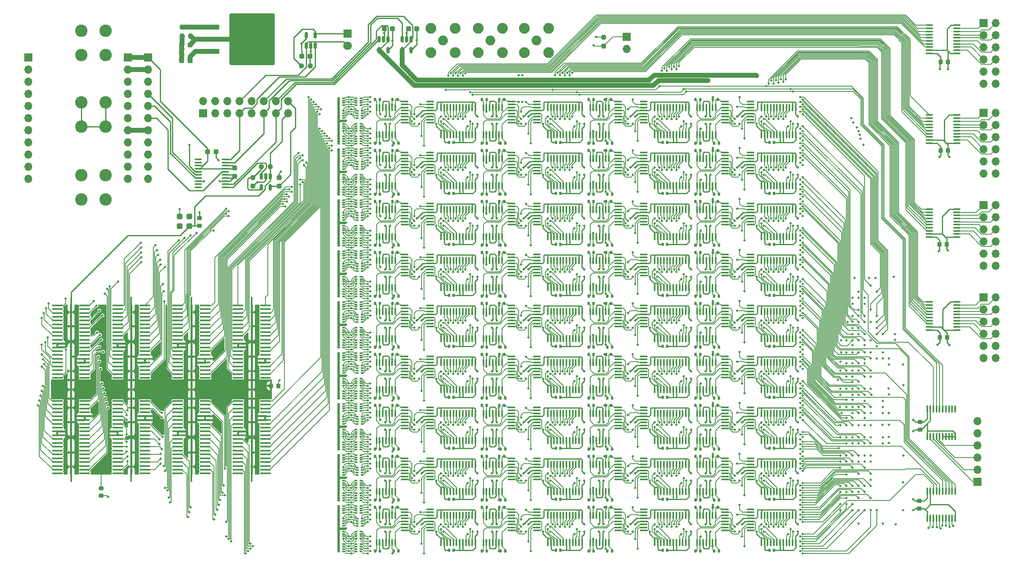
<source format=gbr>
%TF.GenerationSoftware,KiCad,Pcbnew,7.0.1*%
%TF.CreationDate,2023-04-05T17:43:42-07:00*%
%TF.ProjectId,VRSPAD-144,56525350-4144-42d3-9134-342e6b696361,rev?*%
%TF.SameCoordinates,Original*%
%TF.FileFunction,Copper,L1,Top*%
%TF.FilePolarity,Positive*%
%FSLAX46Y46*%
G04 Gerber Fmt 4.6, Leading zero omitted, Abs format (unit mm)*
G04 Created by KiCad (PCBNEW 7.0.1) date 2023-04-05 17:43:42*
%MOMM*%
%LPD*%
G01*
G04 APERTURE LIST*
G04 Aperture macros list*
%AMRoundRect*
0 Rectangle with rounded corners*
0 $1 Rounding radius*
0 $2 $3 $4 $5 $6 $7 $8 $9 X,Y pos of 4 corners*
0 Add a 4 corners polygon primitive as box body*
4,1,4,$2,$3,$4,$5,$6,$7,$8,$9,$2,$3,0*
0 Add four circle primitives for the rounded corners*
1,1,$1+$1,$2,$3*
1,1,$1+$1,$4,$5*
1,1,$1+$1,$6,$7*
1,1,$1+$1,$8,$9*
0 Add four rect primitives between the rounded corners*
20,1,$1+$1,$2,$3,$4,$5,0*
20,1,$1+$1,$4,$5,$6,$7,0*
20,1,$1+$1,$6,$7,$8,$9,0*
20,1,$1+$1,$8,$9,$2,$3,0*%
G04 Aperture macros list end*
%TA.AperFunction,SMDPad,CuDef*%
%ADD10RoundRect,0.140000X-0.140000X-0.170000X0.140000X-0.170000X0.140000X0.170000X-0.140000X0.170000X0*%
%TD*%
%TA.AperFunction,SMDPad,CuDef*%
%ADD11RoundRect,0.135000X0.135000X0.185000X-0.135000X0.185000X-0.135000X-0.185000X0.135000X-0.185000X0*%
%TD*%
%TA.AperFunction,SMDPad,CuDef*%
%ADD12R,0.500000X0.320000*%
%TD*%
%TA.AperFunction,SMDPad,CuDef*%
%ADD13R,1.600000X0.410000*%
%TD*%
%TA.AperFunction,ComponentPad*%
%ADD14C,2.600000*%
%TD*%
%TA.AperFunction,SMDPad,CuDef*%
%ADD15RoundRect,0.135000X-0.135000X-0.185000X0.135000X-0.185000X0.135000X0.185000X-0.135000X0.185000X0*%
%TD*%
%TA.AperFunction,SMDPad,CuDef*%
%ADD16RoundRect,0.100000X-0.100000X0.637500X-0.100000X-0.637500X0.100000X-0.637500X0.100000X0.637500X0*%
%TD*%
%TA.AperFunction,SMDPad,CuDef*%
%ADD17RoundRect,0.100000X0.100000X-0.637500X0.100000X0.637500X-0.100000X0.637500X-0.100000X-0.637500X0*%
%TD*%
%TA.AperFunction,SMDPad,CuDef*%
%ADD18RoundRect,0.150000X-0.150000X0.512500X-0.150000X-0.512500X0.150000X-0.512500X0.150000X0.512500X0*%
%TD*%
%TA.AperFunction,SMDPad,CuDef*%
%ADD19RoundRect,0.237500X0.250000X0.237500X-0.250000X0.237500X-0.250000X-0.237500X0.250000X-0.237500X0*%
%TD*%
%TA.AperFunction,ComponentPad*%
%ADD20R,1.800000X1.800000*%
%TD*%
%TA.AperFunction,ComponentPad*%
%ADD21C,1.800000*%
%TD*%
%TA.AperFunction,SMDPad,CuDef*%
%ADD22RoundRect,0.237500X0.237500X-0.250000X0.237500X0.250000X-0.237500X0.250000X-0.237500X-0.250000X0*%
%TD*%
%TA.AperFunction,SMDPad,CuDef*%
%ADD23RoundRect,0.100000X0.637500X0.100000X-0.637500X0.100000X-0.637500X-0.100000X0.637500X-0.100000X0*%
%TD*%
%TA.AperFunction,SMDPad,CuDef*%
%ADD24RoundRect,0.225000X-0.225000X-0.250000X0.225000X-0.250000X0.225000X0.250000X-0.225000X0.250000X0*%
%TD*%
%TA.AperFunction,SMDPad,CuDef*%
%ADD25RoundRect,0.225000X-0.250000X0.225000X-0.250000X-0.225000X0.250000X-0.225000X0.250000X0.225000X0*%
%TD*%
%TA.AperFunction,SMDPad,CuDef*%
%ADD26RoundRect,0.237500X-0.300000X-0.237500X0.300000X-0.237500X0.300000X0.237500X-0.300000X0.237500X0*%
%TD*%
%TA.AperFunction,ComponentPad*%
%ADD27R,1.700000X1.700000*%
%TD*%
%TA.AperFunction,ComponentPad*%
%ADD28O,1.700000X1.700000*%
%TD*%
%TA.AperFunction,SMDPad,CuDef*%
%ADD29R,2.270000X0.410000*%
%TD*%
%TA.AperFunction,SMDPad,CuDef*%
%ADD30R,0.430000X2.540000*%
%TD*%
%TA.AperFunction,SMDPad,CuDef*%
%ADD31R,0.430000X4.700000*%
%TD*%
%TA.AperFunction,SMDPad,CuDef*%
%ADD32RoundRect,0.237500X0.300000X0.237500X-0.300000X0.237500X-0.300000X-0.237500X0.300000X-0.237500X0*%
%TD*%
%TA.AperFunction,SMDPad,CuDef*%
%ADD33RoundRect,0.237500X0.237500X-0.300000X0.237500X0.300000X-0.237500X0.300000X-0.237500X-0.300000X0*%
%TD*%
%TA.AperFunction,SMDPad,CuDef*%
%ADD34RoundRect,0.100000X-0.637500X-0.100000X0.637500X-0.100000X0.637500X0.100000X-0.637500X0.100000X0*%
%TD*%
%TA.AperFunction,SMDPad,CuDef*%
%ADD35RoundRect,0.300000X-0.300000X0.300000X-0.300000X-0.300000X0.300000X-0.300000X0.300000X0.300000X0*%
%TD*%
%TA.AperFunction,SMDPad,CuDef*%
%ADD36RoundRect,0.237500X-0.237500X0.300000X-0.237500X-0.300000X0.237500X-0.300000X0.237500X0.300000X0*%
%TD*%
%TA.AperFunction,SMDPad,CuDef*%
%ADD37RoundRect,0.237500X-0.237500X0.250000X-0.237500X-0.250000X0.237500X-0.250000X0.237500X0.250000X0*%
%TD*%
%TA.AperFunction,SMDPad,CuDef*%
%ADD38RoundRect,0.237500X-0.250000X-0.237500X0.250000X-0.237500X0.250000X0.237500X-0.250000X0.237500X0*%
%TD*%
%TA.AperFunction,SMDPad,CuDef*%
%ADD39RoundRect,0.150000X0.150000X-0.512500X0.150000X0.512500X-0.150000X0.512500X-0.150000X-0.512500X0*%
%TD*%
%TA.AperFunction,SMDPad,CuDef*%
%ADD40RoundRect,0.225000X0.250000X-0.225000X0.250000X0.225000X-0.250000X0.225000X-0.250000X-0.225000X0*%
%TD*%
%TA.AperFunction,SMDPad,CuDef*%
%ADD41RoundRect,0.250000X-2.050000X-0.300000X2.050000X-0.300000X2.050000X0.300000X-2.050000X0.300000X0*%
%TD*%
%TA.AperFunction,SMDPad,CuDef*%
%ADD42RoundRect,0.250000X-2.025000X-2.375000X2.025000X-2.375000X2.025000X2.375000X-2.025000X2.375000X0*%
%TD*%
%TA.AperFunction,SMDPad,CuDef*%
%ADD43RoundRect,0.250002X-4.449998X-5.149998X4.449998X-5.149998X4.449998X5.149998X-4.449998X5.149998X0*%
%TD*%
%TA.AperFunction,ComponentPad*%
%ADD44C,2.050000*%
%TD*%
%TA.AperFunction,ComponentPad*%
%ADD45C,2.250000*%
%TD*%
%TA.AperFunction,ViaPad*%
%ADD46C,0.512000*%
%TD*%
%TA.AperFunction,ViaPad*%
%ADD47C,0.508000*%
%TD*%
%TA.AperFunction,Conductor*%
%ADD48C,0.127000*%
%TD*%
%TA.AperFunction,Conductor*%
%ADD49C,0.252000*%
%TD*%
%TA.AperFunction,Conductor*%
%ADD50C,1.000000*%
%TD*%
%TA.AperFunction,Conductor*%
%ADD51C,0.504000*%
%TD*%
G04 APERTURE END LIST*
D10*
%TO.P,C38,1*%
%TO.N,DAC_VREF*%
X162969000Y33909000D03*
%TO.P,C38,2*%
%TO.N,GND*%
X163929000Y33909000D03*
%TD*%
%TO.P,C118,1*%
%TO.N,DAC_VREF*%
X140617000Y76581000D03*
%TO.P,C118,2*%
%TO.N,GND*%
X141577000Y76581000D03*
%TD*%
D11*
%TO.P,R48,1*%
%TO.N,/array_row3/Ispad_11*%
X126113000Y53594000D03*
%TO.P,R48,2*%
%TO.N,Net-(U42B--)*%
X125093000Y53594000D03*
%TD*%
D12*
%TO.P,CN6,1,R1.1*%
%TO.N,/array_row2/Ispad_5*%
X77462000Y36334000D03*
%TO.P,CN6,2,R2.1*%
%TO.N,/array_row2/Ispad_6*%
X77462000Y36834000D03*
%TO.P,CN6,3,R3.1*%
%TO.N,/array_row2/Ispad_7*%
X77462000Y37334000D03*
%TO.P,CN6,4,R4.1*%
%TO.N,/array_row2/Ispad_8*%
X77462000Y37834000D03*
%TO.P,CN6,5,R4.2*%
%TO.N,/SPADc_40*%
X76462000Y37834000D03*
%TO.P,CN6,6,R3.2*%
%TO.N,/SPADc_39*%
X76462000Y37334000D03*
%TO.P,CN6,7,R2.2*%
%TO.N,/SPADc_38*%
X76462000Y36834000D03*
%TO.P,CN6,8,R1.2*%
%TO.N,/SPADc_37*%
X76462000Y36334000D03*
%TD*%
D13*
%TO.P,U18,1,-*%
%TO.N,Net-(U18A--)*%
X108978700Y31813500D03*
%TO.P,U18,2,+*%
%TO.N,Net-(U18A-+)*%
X108978700Y31178500D03*
%TO.P,U18,3,-*%
%TO.N,Net-(U18B--)*%
X108978700Y30543500D03*
%TO.P,U18,4,+*%
%TO.N,Net-(U18B-+)*%
X108978700Y29908500D03*
%TO.P,U18,5,-*%
%TO.N,Net-(U18C--)*%
X108978700Y29273500D03*
%TO.P,U18,6,+*%
%TO.N,Net-(U18C-+)*%
X108978700Y28638500D03*
%TO.P,U18,7,-*%
%TO.N,Net-(U18D--)*%
X108978700Y28003500D03*
%TO.P,U18,8,+*%
%TO.N,Net-(U18D-+)*%
X108978700Y27368500D03*
%TO.P,U18,9,SHDN*%
%TO.N,GND*%
X114287300Y27368500D03*
%TO.P,U18,10*%
%TO.N,/pulse_18*%
X114287300Y28003500D03*
%TO.P,U18,11*%
%TO.N,/pulse_22*%
X114287300Y28638500D03*
%TO.P,U18,12,GND*%
%TO.N,GND*%
X114287300Y29273500D03*
%TO.P,U18,13,VCC*%
%TO.N,+3V3*%
X114287300Y29908500D03*
%TO.P,U18,14*%
%TO.N,/pulse_26*%
X114287300Y30543500D03*
%TO.P,U18,15*%
%TO.N,/pulse_30*%
X114287300Y31178500D03*
%TO.P,U18,16,NC*%
%TO.N,unconnected-(U18E-NC-Pad16)*%
X114287300Y31813500D03*
%TD*%
%TO.P,U111,1,-*%
%TO.N,Net-(U111A--)*%
X153682700Y21145500D03*
%TO.P,U111,2,+*%
%TO.N,Net-(U111A-+)*%
X153682700Y20510500D03*
%TO.P,U111,3,-*%
%TO.N,Net-(U111B--)*%
X153682700Y19875500D03*
%TO.P,U111,4,+*%
%TO.N,Net-(U111B-+)*%
X153682700Y19240500D03*
%TO.P,U111,5,-*%
%TO.N,Net-(U111C--)*%
X153682700Y18605500D03*
%TO.P,U111,6,+*%
%TO.N,Net-(U111C-+)*%
X153682700Y17970500D03*
%TO.P,U111,7,-*%
%TO.N,Net-(U111D--)*%
X153682700Y17335500D03*
%TO.P,U111,8,+*%
%TO.N,Net-(U111D-+)*%
X153682700Y16700500D03*
%TO.P,U111,9,SHDN*%
%TO.N,GND*%
X158991300Y16700500D03*
%TO.P,U111,10*%
%TO.N,/pulse_4*%
X158991300Y17335500D03*
%TO.P,U111,11*%
%TO.N,/pulse_8*%
X158991300Y17970500D03*
%TO.P,U111,12,GND*%
%TO.N,GND*%
X158991300Y18605500D03*
%TO.P,U111,13,VCC*%
%TO.N,+3V3*%
X158991300Y19240500D03*
%TO.P,U111,14*%
%TO.N,/pulse_12*%
X158991300Y19875500D03*
%TO.P,U111,15*%
%TO.N,/pulse_16*%
X158991300Y20510500D03*
%TO.P,U111,16,NC*%
%TO.N,unconnected-(U111E-NC-Pad16)*%
X158991300Y21145500D03*
%TD*%
D11*
%TO.P,R128,1*%
%TO.N,/array_row0/Ispad_9*%
X81409000Y21590000D03*
%TO.P,R128,2*%
%TO.N,Net-(U102B--)*%
X80389000Y21590000D03*
%TD*%
D14*
%TO.P,U6,1*%
%TO.N,GND*%
X18923000Y85979000D03*
X24003000Y85979000D03*
X18923000Y91059000D03*
X24003000Y91059000D03*
%TD*%
D13*
%TO.P,U117,1,-*%
%TO.N,Net-(U117A--)*%
X131330700Y106489500D03*
%TO.P,U117,2,+*%
%TO.N,Net-(U117A-+)*%
X131330700Y105854500D03*
%TO.P,U117,3,-*%
%TO.N,Net-(U117B--)*%
X131330700Y105219500D03*
%TO.P,U117,4,+*%
%TO.N,Net-(U117B-+)*%
X131330700Y104584500D03*
%TO.P,U117,5,-*%
%TO.N,Net-(U117C--)*%
X131330700Y103949500D03*
%TO.P,U117,6,+*%
%TO.N,Net-(U117C-+)*%
X131330700Y103314500D03*
%TO.P,U117,7,-*%
%TO.N,Net-(U117D--)*%
X131330700Y102679500D03*
%TO.P,U117,8,+*%
%TO.N,Net-(U117D-+)*%
X131330700Y102044500D03*
%TO.P,U117,9,SHDN*%
%TO.N,GND*%
X136639300Y102044500D03*
%TO.P,U117,10*%
%TO.N,/pulse_131*%
X136639300Y102679500D03*
%TO.P,U117,11*%
%TO.N,/pulse_135*%
X136639300Y103314500D03*
%TO.P,U117,12,GND*%
%TO.N,GND*%
X136639300Y103949500D03*
%TO.P,U117,13,VCC*%
%TO.N,+3V3*%
X136639300Y104584500D03*
%TO.P,U117,14*%
%TO.N,/pulse_139*%
X136639300Y105219500D03*
%TO.P,U117,15*%
%TO.N,/pulse_143*%
X136639300Y105854500D03*
%TO.P,U117,16,NC*%
%TO.N,unconnected-(U117E-NC-Pad16)*%
X136639300Y106489500D03*
%TD*%
D15*
%TO.P,R9,1*%
%TO.N,/array_row1/Ispad_15*%
X128776000Y32258000D03*
%TO.P,R9,2*%
%TO.N,Net-(U3A--)*%
X129796000Y32258000D03*
%TD*%
D16*
%TO.P,U68,1*%
%TO.N,Net-(U69A--)*%
X151683000Y73220500D03*
%TO.P,U68,2,-*%
%TO.N,/array_row5/Ispad_16*%
X151033000Y73220500D03*
%TO.P,U68,3,+*%
%TO.N,TIA_VREF*%
X150383000Y73220500D03*
%TO.P,U68,4,V+*%
%TO.N,+3V3*%
X149733000Y73220500D03*
%TO.P,U68,5,+*%
%TO.N,TIA_VREF*%
X149083000Y73220500D03*
%TO.P,U68,6,-*%
%TO.N,/array_row5/Ispad_12*%
X148433000Y73220500D03*
%TO.P,U68,7*%
%TO.N,Net-(U69B--)*%
X147783000Y73220500D03*
%TO.P,U68,8*%
%TO.N,Net-(U69C--)*%
X147783000Y67495500D03*
%TO.P,U68,9,-*%
%TO.N,/array_row5/Ispad_8*%
X148433000Y67495500D03*
%TO.P,U68,10,+*%
%TO.N,TIA_VREF*%
X149083000Y67495500D03*
%TO.P,U68,11,V-*%
%TO.N,GND*%
X149733000Y67495500D03*
%TO.P,U68,12,+*%
%TO.N,TIA_VREF*%
X150383000Y67495500D03*
%TO.P,U68,13,-*%
%TO.N,/array_row5/Ispad_4*%
X151033000Y67495500D03*
%TO.P,U68,14*%
%TO.N,Net-(U69D--)*%
X151683000Y67495500D03*
%TD*%
D13*
%TO.P,U102,1,-*%
%TO.N,Net-(U102A--)*%
X86626700Y21145500D03*
%TO.P,U102,2,+*%
%TO.N,Net-(U102A-+)*%
X86626700Y20510500D03*
%TO.P,U102,3,-*%
%TO.N,Net-(U102B--)*%
X86626700Y19875500D03*
%TO.P,U102,4,+*%
%TO.N,Net-(U102B-+)*%
X86626700Y19240500D03*
%TO.P,U102,5,-*%
%TO.N,Net-(U102C--)*%
X86626700Y18605500D03*
%TO.P,U102,6,+*%
%TO.N,Net-(U102C-+)*%
X86626700Y17970500D03*
%TO.P,U102,7,-*%
%TO.N,Net-(U102D--)*%
X86626700Y17335500D03*
%TO.P,U102,8,+*%
%TO.N,Net-(U102D-+)*%
X86626700Y16700500D03*
%TO.P,U102,9,SHDN*%
%TO.N,GND*%
X91935300Y16700500D03*
%TO.P,U102,10*%
%TO.N,/pulse_1*%
X91935300Y17335500D03*
%TO.P,U102,11*%
%TO.N,/pulse_5*%
X91935300Y17970500D03*
%TO.P,U102,12,GND*%
%TO.N,GND*%
X91935300Y18605500D03*
%TO.P,U102,13,VCC*%
%TO.N,+3V3*%
X91935300Y19240500D03*
%TO.P,U102,14*%
%TO.N,/pulse_9*%
X91935300Y19875500D03*
%TO.P,U102,15*%
%TO.N,/pulse_13*%
X91935300Y20510500D03*
%TO.P,U102,16,NC*%
%TO.N,unconnected-(U102E-NC-Pad16)*%
X91935300Y21145500D03*
%TD*%
D11*
%TO.P,R92,1*%
%TO.N,/array_row6/Ispad_11*%
X126113000Y85598000D03*
%TO.P,R92,2*%
%TO.N,Net-(U75B--)*%
X125093000Y85598000D03*
%TD*%
D10*
%TO.P,C153,1*%
%TO.N,DAC_VREF*%
X95913000Y97917000D03*
%TO.P,C153,2*%
%TO.N,GND*%
X96873000Y97917000D03*
%TD*%
D11*
%TO.P,R72,1*%
%TO.N,/array_row5/Ispad_11*%
X126113000Y74930000D03*
%TO.P,R72,2*%
%TO.N,Net-(U60B--)*%
X125093000Y74930000D03*
%TD*%
D17*
%TO.P,U58,1,VREF_CD*%
%TO.N,DAC_VREF*%
X116567000Y56827500D03*
%TO.P,U58,2,VREF_AB*%
X117217000Y56827500D03*
%TO.P,U58,3,OUT_A*%
%TO.N,Net-(U57A-+)*%
X117867000Y56827500D03*
%TO.P,U58,4,OUT_B*%
%TO.N,Net-(U57C-+)*%
X118517000Y56827500D03*
%TO.P,U58,5,OUT_C*%
%TO.N,Net-(U57D-+)*%
X119167000Y56827500D03*
%TO.P,U58,6,OUT_D*%
%TO.N,Net-(U57B-+)*%
X119817000Y56827500D03*
%TO.P,U58,7,GND*%
%TO.N,GND*%
X120467000Y56827500D03*
%TO.P,U58,8,CS*%
X121117000Y56827500D03*
%TO.P,U58,9,WR*%
%TO.N,/WR5*%
X121767000Y56827500D03*
%TO.P,U58,10,A0*%
%TO.N,/A0*%
X122417000Y56827500D03*
%TO.P,U58,11,A1*%
%TO.N,/A1*%
X123067000Y56827500D03*
%TO.P,U58,12,LDAC*%
%TO.N,GND*%
X123717000Y56827500D03*
%TO.P,U58,13,PD*%
%TO.N,+3V3*%
X123717000Y62552500D03*
%TO.P,U58,14,VDD*%
X123067000Y62552500D03*
%TO.P,U58,15,D0*%
%TO.N,/BUS2_D0*%
X122417000Y62552500D03*
%TO.P,U58,16,D1*%
%TO.N,/BUS2_D1*%
X121767000Y62552500D03*
%TO.P,U58,17,D2*%
%TO.N,/BUS2_D2*%
X121117000Y62552500D03*
%TO.P,U58,18,D3*%
%TO.N,/BUS2_D3*%
X120467000Y62552500D03*
%TO.P,U58,19,D4*%
%TO.N,/BUS2_D4*%
X119817000Y62552500D03*
%TO.P,U58,20,D5*%
%TO.N,/BUS2_D5*%
X119167000Y62552500D03*
%TO.P,U58,21,D6*%
%TO.N,/BUS2_D6*%
X118517000Y62552500D03*
%TO.P,U58,22,D7*%
%TO.N,/BUS2_D7*%
X117867000Y62552500D03*
%TO.P,U58,23,HBEN*%
%TO.N,/HBEN*%
X117217000Y62552500D03*
%TO.P,U58,24,CLR*%
%TO.N,+3V3*%
X116567000Y62552500D03*
%TD*%
D10*
%TO.P,C123,1*%
%TO.N,DAC_VREF*%
X118265000Y76581000D03*
%TO.P,C123,2*%
%TO.N,GND*%
X119225000Y76581000D03*
%TD*%
D11*
%TO.P,R16,1*%
%TO.N,/array_row1/Ispad_10*%
X103761000Y32258000D03*
%TO.P,R16,2*%
%TO.N,Net-(U18B--)*%
X102741000Y32258000D03*
%TD*%
D15*
%TO.P,R85,1*%
%TO.N,/array_row5/Ispad_16*%
X151128000Y74930000D03*
%TO.P,R85,2*%
%TO.N,Net-(U69A--)*%
X152148000Y74930000D03*
%TD*%
D17*
%TO.P,U115,1,VREF_CD*%
%TO.N,DAC_VREF*%
X116567000Y99499500D03*
%TO.P,U115,2,VREF_AB*%
X117217000Y99499500D03*
%TO.P,U115,3,OUT_A*%
%TO.N,Net-(U114A-+)*%
X117867000Y99499500D03*
%TO.P,U115,4,OUT_B*%
%TO.N,Net-(U114C-+)*%
X118517000Y99499500D03*
%TO.P,U115,5,OUT_C*%
%TO.N,Net-(U114D-+)*%
X119167000Y99499500D03*
%TO.P,U115,6,OUT_D*%
%TO.N,Net-(U114B-+)*%
X119817000Y99499500D03*
%TO.P,U115,7,GND*%
%TO.N,GND*%
X120467000Y99499500D03*
%TO.P,U115,8,CS*%
X121117000Y99499500D03*
%TO.P,U115,9,WR*%
%TO.N,/WR9*%
X121767000Y99499500D03*
%TO.P,U115,10,A0*%
%TO.N,/A0*%
X122417000Y99499500D03*
%TO.P,U115,11,A1*%
%TO.N,/A1*%
X123067000Y99499500D03*
%TO.P,U115,12,LDAC*%
%TO.N,GND*%
X123717000Y99499500D03*
%TO.P,U115,13,PD*%
%TO.N,+3V3*%
X123717000Y105224500D03*
%TO.P,U115,14,VDD*%
X123067000Y105224500D03*
%TO.P,U115,15,D0*%
%TO.N,/BUS2_D0*%
X122417000Y105224500D03*
%TO.P,U115,16,D1*%
%TO.N,/BUS2_D1*%
X121767000Y105224500D03*
%TO.P,U115,17,D2*%
%TO.N,/BUS2_D2*%
X121117000Y105224500D03*
%TO.P,U115,18,D3*%
%TO.N,/BUS2_D3*%
X120467000Y105224500D03*
%TO.P,U115,19,D4*%
%TO.N,/BUS2_D4*%
X119817000Y105224500D03*
%TO.P,U115,20,D5*%
%TO.N,/BUS2_D5*%
X119167000Y105224500D03*
%TO.P,U115,21,D6*%
%TO.N,/BUS2_D6*%
X118517000Y105224500D03*
%TO.P,U115,22,D7*%
%TO.N,/BUS2_D7*%
X117867000Y105224500D03*
%TO.P,U115,23,HBEN*%
%TO.N,/HBEN*%
X117217000Y105224500D03*
%TO.P,U115,24,CLR*%
%TO.N,+3V3*%
X116567000Y105224500D03*
%TD*%
D15*
%TO.P,R26,1*%
%TO.N,/array_row2/Ispad_4*%
X151382000Y33782000D03*
%TO.P,R26,2*%
%TO.N,Net-(U27D--)*%
X152402000Y33782000D03*
%TD*%
%TO.P,R114,1*%
%TO.N,/array_row7/Ispad_2*%
X106678000Y87122000D03*
%TO.P,R114,2*%
%TO.N,Net-(U93D--)*%
X107698000Y87122000D03*
%TD*%
D11*
%TO.P,R83,1*%
%TO.N,/array_row5/Ispad_8*%
X148465000Y65786000D03*
%TO.P,R83,2*%
%TO.N,Net-(U69C--)*%
X147445000Y65786000D03*
%TD*%
D18*
%TO.P,U13,1*%
%TO.N,DAC_VREF*%
X87945000Y119507000D03*
%TO.P,U13,2,V-*%
%TO.N,GND*%
X86995000Y119507000D03*
%TO.P,U13,3,+*%
%TO.N,/supporting_infrastructure/DAC_VREF_DAC*%
X86045000Y119507000D03*
%TO.P,U13,4,-*%
%TO.N,DAC_VREF*%
X86045000Y117232000D03*
%TO.P,U13,5,V+*%
%TO.N,+3V3*%
X87945000Y117232000D03*
%TD*%
D19*
%TO.P,R7,1*%
%TO.N,/SPAD_bias*%
X58438500Y92837000D03*
%TO.P,R7,2*%
%TO.N,Net-(U9--)*%
X56613500Y92837000D03*
%TD*%
D11*
%TO.P,R59,1*%
%TO.N,/array_row4/Ispad_7*%
X126113000Y55118000D03*
%TO.P,R59,2*%
%TO.N,Net-(U51C--)*%
X125093000Y55118000D03*
%TD*%
D17*
%TO.P,U40,1,VREF_CD*%
%TO.N,DAC_VREF*%
X161271000Y46159500D03*
%TO.P,U40,2,VREF_AB*%
X161921000Y46159500D03*
%TO.P,U40,3,OUT_A*%
%TO.N,Net-(U39A-+)*%
X162571000Y46159500D03*
%TO.P,U40,4,OUT_B*%
%TO.N,Net-(U39C-+)*%
X163221000Y46159500D03*
%TO.P,U40,5,OUT_C*%
%TO.N,Net-(U39D-+)*%
X163871000Y46159500D03*
%TO.P,U40,6,OUT_D*%
%TO.N,Net-(U39B-+)*%
X164521000Y46159500D03*
%TO.P,U40,7,GND*%
%TO.N,GND*%
X165171000Y46159500D03*
%TO.P,U40,8,CS*%
X165821000Y46159500D03*
%TO.P,U40,9,WR*%
%TO.N,/WR4*%
X166471000Y46159500D03*
%TO.P,U40,10,A0*%
%TO.N,/A0*%
X167121000Y46159500D03*
%TO.P,U40,11,A1*%
%TO.N,/A1*%
X167771000Y46159500D03*
%TO.P,U40,12,LDAC*%
%TO.N,GND*%
X168421000Y46159500D03*
%TO.P,U40,13,PD*%
%TO.N,+3V3*%
X168421000Y51884500D03*
%TO.P,U40,14,VDD*%
X167771000Y51884500D03*
%TO.P,U40,15,D0*%
%TO.N,/BUS4_D0*%
X167121000Y51884500D03*
%TO.P,U40,16,D1*%
%TO.N,/BUS4_D1*%
X166471000Y51884500D03*
%TO.P,U40,17,D2*%
%TO.N,/BUS4_D2*%
X165821000Y51884500D03*
%TO.P,U40,18,D3*%
%TO.N,/BUS4_D3*%
X165171000Y51884500D03*
%TO.P,U40,19,D4*%
%TO.N,/BUS4_D4*%
X164521000Y51884500D03*
%TO.P,U40,20,D5*%
%TO.N,/BUS4_D5*%
X163871000Y51884500D03*
%TO.P,U40,21,D6*%
%TO.N,/BUS4_D6*%
X163221000Y51884500D03*
%TO.P,U40,22,D7*%
%TO.N,/BUS4_D7*%
X162571000Y51884500D03*
%TO.P,U40,23,HBEN*%
%TO.N,/HBEN*%
X161921000Y51884500D03*
%TO.P,U40,24,CLR*%
%TO.N,+3V3*%
X161271000Y51884500D03*
%TD*%
D12*
%TO.P,RN30,1,R1.1*%
%TO.N,/SPADc_5*%
X73779000Y14998000D03*
%TO.P,RN30,2,R2.1*%
%TO.N,/SPADc_6*%
X73779000Y15498000D03*
%TO.P,RN30,3,R3.1*%
%TO.N,/SPADc_7*%
X73779000Y15998000D03*
%TO.P,RN30,4,R4.1*%
%TO.N,/SPADc_8*%
X73779000Y16498000D03*
%TO.P,RN30,5,R4.2*%
%TO.N,GND*%
X72779000Y16498000D03*
%TO.P,RN30,6,R3.2*%
X72779000Y15998000D03*
%TO.P,RN30,7,R2.2*%
X72779000Y15498000D03*
%TO.P,RN30,8,R1.2*%
X72779000Y14998000D03*
%TD*%
D20*
%TO.P,D1,1,K*%
%TO.N,Net-(D1-K)*%
X74676000Y120655000D03*
D21*
%TO.P,D1,2,A*%
%TO.N,/supporting_infrastructure/LED_drive*%
X74676000Y118115000D03*
%TD*%
D15*
%TO.P,R134,1*%
%TO.N,/array_row0/Ispad_2*%
X106678000Y12446000D03*
%TO.P,R134,2*%
%TO.N,Net-(U108D--)*%
X107698000Y12446000D03*
%TD*%
D11*
%TO.P,R107,1*%
%TO.N,/array_row7/Ispad_8*%
X148465000Y87122000D03*
%TO.P,R107,2*%
%TO.N,Net-(U87C--)*%
X147445000Y87122000D03*
%TD*%
D12*
%TO.P,RN10,1,R1.1*%
%TO.N,/SPADc_53*%
X73779000Y47002000D03*
%TO.P,RN10,2,R2.1*%
%TO.N,/SPADc_54*%
X73779000Y47502000D03*
%TO.P,RN10,3,R3.1*%
%TO.N,/SPADc_55*%
X73779000Y48002000D03*
%TO.P,RN10,4,R4.1*%
%TO.N,/SPADc_56*%
X73779000Y48502000D03*
%TO.P,RN10,5,R4.2*%
%TO.N,GND*%
X72779000Y48502000D03*
%TO.P,RN10,6,R3.2*%
X72779000Y48002000D03*
%TO.P,RN10,7,R2.2*%
X72779000Y47502000D03*
%TO.P,RN10,8,R1.2*%
X72779000Y47002000D03*
%TD*%
D10*
%TO.P,C108,1*%
%TO.N,DAC_VREF*%
X162969000Y65913000D03*
%TO.P,C108,2*%
%TO.N,GND*%
X163929000Y65913000D03*
%TD*%
D11*
%TO.P,R55,1*%
%TO.N,/array_row4/Ispad_5*%
X81409000Y55118000D03*
%TO.P,R55,2*%
%TO.N,Net-(U48C--)*%
X80389000Y55118000D03*
%TD*%
%TO.P,R43,1*%
%TO.N,/array_row3/Ispad_8*%
X148465000Y44450000D03*
%TO.P,R43,2*%
%TO.N,Net-(U39C--)*%
X147445000Y44450000D03*
%TD*%
D15*
%TO.P,R130,1*%
%TO.N,/array_row0/Ispad_3*%
X129030000Y12446000D03*
%TO.P,R130,2*%
%TO.N,Net-(U105D--)*%
X130050000Y12446000D03*
%TD*%
%TO.P,R93,1*%
%TO.N,/array_row6/Ispad_15*%
X128776000Y85598000D03*
%TO.P,R93,2*%
%TO.N,Net-(U75A--)*%
X129796000Y85598000D03*
%TD*%
D22*
%TO.P,R3,1*%
%TO.N,+3V3*%
X41838000Y120226500D03*
%TO.P,R3,2*%
%TO.N,Net-(U7-ADJ{slash}GND)*%
X41838000Y122051500D03*
%TD*%
D10*
%TO.P,C78,1*%
%TO.N,DAC_VREF*%
X140617000Y55245000D03*
%TO.P,C78,2*%
%TO.N,GND*%
X141577000Y55245000D03*
%TD*%
D13*
%TO.P,U60,1,-*%
%TO.N,Net-(U60A--)*%
X131330700Y74485500D03*
%TO.P,U60,2,+*%
%TO.N,Net-(U60A-+)*%
X131330700Y73850500D03*
%TO.P,U60,3,-*%
%TO.N,Net-(U60B--)*%
X131330700Y73215500D03*
%TO.P,U60,4,+*%
%TO.N,Net-(U60B-+)*%
X131330700Y72580500D03*
%TO.P,U60,5,-*%
%TO.N,Net-(U60C--)*%
X131330700Y71945500D03*
%TO.P,U60,6,+*%
%TO.N,Net-(U60C-+)*%
X131330700Y71310500D03*
%TO.P,U60,7,-*%
%TO.N,Net-(U60D--)*%
X131330700Y70675500D03*
%TO.P,U60,8,+*%
%TO.N,Net-(U60D-+)*%
X131330700Y70040500D03*
%TO.P,U60,9,SHDN*%
%TO.N,GND*%
X136639300Y70040500D03*
%TO.P,U60,10*%
%TO.N,/pulse_83*%
X136639300Y70675500D03*
%TO.P,U60,11*%
%TO.N,/pulse_87*%
X136639300Y71310500D03*
%TO.P,U60,12,GND*%
%TO.N,GND*%
X136639300Y71945500D03*
%TO.P,U60,13,VCC*%
%TO.N,+3V3*%
X136639300Y72580500D03*
%TO.P,U60,14*%
%TO.N,/pulse_91*%
X136639300Y73215500D03*
%TO.P,U60,15*%
%TO.N,/pulse_95*%
X136639300Y73850500D03*
%TO.P,U60,16,NC*%
%TO.N,unconnected-(U60E-NC-Pad16)*%
X136639300Y74485500D03*
%TD*%
D12*
%TO.P,CN23,1,R1.1*%
%TO.N,/array_row6/Ispad_9*%
X77716000Y81673000D03*
%TO.P,CN23,2,R2.1*%
%TO.N,/array_row6/Ispad_10*%
X77716000Y82173000D03*
%TO.P,CN23,3,R3.1*%
%TO.N,/array_row6/Ispad_11*%
X77716000Y82673000D03*
%TO.P,CN23,4,R4.1*%
%TO.N,/array_row6/Ispad_12*%
X77716000Y83173000D03*
%TO.P,CN23,5,R4.2*%
%TO.N,/SPADc_108*%
X76716000Y83173000D03*
%TO.P,CN23,6,R3.2*%
%TO.N,/SPADc_107*%
X76716000Y82673000D03*
%TO.P,CN23,7,R2.2*%
%TO.N,/SPADc_106*%
X76716000Y82173000D03*
%TO.P,CN23,8,R1.2*%
%TO.N,/SPADc_105*%
X76716000Y81673000D03*
%TD*%
D15*
%TO.P,R74,1*%
%TO.N,/array_row5/Ispad_1*%
X84326000Y65786000D03*
%TO.P,R74,2*%
%TO.N,Net-(U63D--)*%
X85346000Y65786000D03*
%TD*%
%TO.P,R57,1*%
%TO.N,/array_row4/Ispad_13*%
X84072000Y64262000D03*
%TO.P,R57,2*%
%TO.N,Net-(U48A--)*%
X85092000Y64262000D03*
%TD*%
D12*
%TO.P,RN15,1,R1.1*%
%TO.N,/SPADc_73*%
X73779000Y60337000D03*
%TO.P,RN15,2,R2.1*%
%TO.N,/SPADc_74*%
X73779000Y60837000D03*
%TO.P,RN15,3,R3.1*%
%TO.N,/SPADc_75*%
X73779000Y61337000D03*
%TO.P,RN15,4,R4.1*%
%TO.N,/SPADc_76*%
X73779000Y61837000D03*
%TO.P,RN15,5,R4.2*%
%TO.N,GND*%
X72779000Y61837000D03*
%TO.P,RN15,6,R3.2*%
X72779000Y61337000D03*
%TO.P,RN15,7,R2.2*%
X72779000Y60837000D03*
%TO.P,RN15,8,R1.2*%
X72779000Y60337000D03*
%TD*%
D15*
%TO.P,R94,1*%
%TO.N,/array_row6/Ispad_2*%
X106678000Y76454000D03*
%TO.P,R94,2*%
%TO.N,Net-(U78D--)*%
X107698000Y76454000D03*
%TD*%
D12*
%TO.P,RN35,1,R1.1*%
%TO.N,/SPADc_137*%
X73779000Y103009000D03*
%TO.P,RN35,2,R2.1*%
%TO.N,/SPADc_138*%
X73779000Y103509000D03*
%TO.P,RN35,3,R3.1*%
%TO.N,/SPADc_139*%
X73779000Y104009000D03*
%TO.P,RN35,4,R4.1*%
%TO.N,/SPADc_140*%
X73779000Y104509000D03*
%TO.P,RN35,5,R4.2*%
%TO.N,GND*%
X72779000Y104509000D03*
%TO.P,RN35,6,R3.2*%
X72779000Y104009000D03*
%TO.P,RN35,7,R2.2*%
X72779000Y103509000D03*
%TO.P,RN35,8,R1.2*%
X72779000Y103009000D03*
%TD*%
D13*
%TO.P,U36,1,-*%
%TO.N,Net-(U36A--)*%
X108978700Y53149500D03*
%TO.P,U36,2,+*%
%TO.N,Net-(U36A-+)*%
X108978700Y52514500D03*
%TO.P,U36,3,-*%
%TO.N,Net-(U36B--)*%
X108978700Y51879500D03*
%TO.P,U36,4,+*%
%TO.N,Net-(U36B-+)*%
X108978700Y51244500D03*
%TO.P,U36,5,-*%
%TO.N,Net-(U36C--)*%
X108978700Y50609500D03*
%TO.P,U36,6,+*%
%TO.N,Net-(U36C-+)*%
X108978700Y49974500D03*
%TO.P,U36,7,-*%
%TO.N,Net-(U36D--)*%
X108978700Y49339500D03*
%TO.P,U36,8,+*%
%TO.N,Net-(U36D-+)*%
X108978700Y48704500D03*
%TO.P,U36,9,SHDN*%
%TO.N,GND*%
X114287300Y48704500D03*
%TO.P,U36,10*%
%TO.N,/pulse_50*%
X114287300Y49339500D03*
%TO.P,U36,11*%
%TO.N,/pulse_54*%
X114287300Y49974500D03*
%TO.P,U36,12,GND*%
%TO.N,GND*%
X114287300Y50609500D03*
%TO.P,U36,13,VCC*%
%TO.N,+3V3*%
X114287300Y51244500D03*
%TO.P,U36,14*%
%TO.N,/pulse_58*%
X114287300Y51879500D03*
%TO.P,U36,15*%
%TO.N,/pulse_62*%
X114287300Y52514500D03*
%TO.P,U36,16,NC*%
%TO.N,unconnected-(U36E-NC-Pad16)*%
X114287300Y53149500D03*
%TD*%
D10*
%TO.P,C163,1*%
%TO.N,DAC_VREF*%
X95913000Y12573000D03*
%TO.P,C163,2*%
%TO.N,GND*%
X96873000Y12573000D03*
%TD*%
D15*
%TO.P,R133,1*%
%TO.N,/array_row0/Ispad_15*%
X128776000Y21590000D03*
%TO.P,R133,2*%
%TO.N,Net-(U105A--)*%
X129796000Y21590000D03*
%TD*%
D23*
%TO.P,U119,1,G1*%
%TO.N,GND*%
X202125500Y78101000D03*
%TO.P,U119,2,A0*%
%TO.N,Net-(J1-Pin_8)*%
X202125500Y78751000D03*
%TO.P,U119,3,A1*%
%TO.N,Net-(J1-Pin_7)*%
X202125500Y79401000D03*
%TO.P,U119,4,A2*%
%TO.N,Net-(J1-Pin_6)*%
X202125500Y80051000D03*
%TO.P,U119,5,A3*%
%TO.N,Net-(J1-Pin_5)*%
X202125500Y80701000D03*
%TO.P,U119,6,A4*%
%TO.N,Net-(J1-Pin_4)*%
X202125500Y81351000D03*
%TO.P,U119,7,A5*%
%TO.N,Net-(J1-Pin_3)*%
X202125500Y82001000D03*
%TO.P,U119,8,A6*%
%TO.N,Net-(J1-Pin_2)*%
X202125500Y82651000D03*
%TO.P,U119,9,A7*%
%TO.N,Net-(J1-Pin_1)*%
X202125500Y83301000D03*
%TO.P,U119,10,GND*%
%TO.N,GND*%
X202125500Y83951000D03*
%TO.P,U119,11,Y7*%
%TO.N,/BUS3_D7*%
X196400500Y83951000D03*
%TO.P,U119,12,Y6*%
%TO.N,/BUS3_D6*%
X196400500Y83301000D03*
%TO.P,U119,13,Y5*%
%TO.N,/BUS3_D5*%
X196400500Y82651000D03*
%TO.P,U119,14,Y4*%
%TO.N,/BUS3_D4*%
X196400500Y82001000D03*
%TO.P,U119,15,Y3*%
%TO.N,/BUS3_D3*%
X196400500Y81351000D03*
%TO.P,U119,16,Y2*%
%TO.N,/BUS3_D2*%
X196400500Y80701000D03*
%TO.P,U119,17,Y1*%
%TO.N,/BUS3_D1*%
X196400500Y80051000D03*
%TO.P,U119,18,Y0*%
%TO.N,/BUS3_D0*%
X196400500Y79401000D03*
%TO.P,U119,19,G2*%
%TO.N,GND*%
X196400500Y78751000D03*
%TO.P,U119,20,VCC*%
%TO.N,+3V3*%
X196400500Y78101000D03*
%TD*%
D11*
%TO.P,R131,1*%
%TO.N,/array_row0/Ispad_7*%
X126113000Y12446000D03*
%TO.P,R131,2*%
%TO.N,Net-(U105C--)*%
X125093000Y12446000D03*
%TD*%
D12*
%TO.P,CN16,1,R1.1*%
%TO.N,/array_row4/Ispad_13*%
X77462000Y63004000D03*
%TO.P,CN16,2,R2.1*%
%TO.N,/array_row4/Ispad_14*%
X77462000Y63504000D03*
%TO.P,CN16,3,R3.1*%
%TO.N,/array_row4/Ispad_15*%
X77462000Y64004000D03*
%TO.P,CN16,4,R4.1*%
%TO.N,/array_row4/Ispad_16*%
X77462000Y64504000D03*
%TO.P,CN16,5,R4.2*%
%TO.N,/SPADc_80*%
X76462000Y64504000D03*
%TO.P,CN16,6,R3.2*%
%TO.N,/SPADc_79*%
X76462000Y64004000D03*
%TO.P,CN16,7,R2.2*%
%TO.N,/SPADc_78*%
X76462000Y63504000D03*
%TO.P,CN16,8,R1.2*%
%TO.N,/SPADc_77*%
X76462000Y63004000D03*
%TD*%
D15*
%TO.P,R73,1*%
%TO.N,/array_row5/Ispad_15*%
X128776000Y74930000D03*
%TO.P,R73,2*%
%TO.N,Net-(U60A--)*%
X129796000Y74930000D03*
%TD*%
D10*
%TO.P,C138,1*%
%TO.N,DAC_VREF*%
X162969000Y87249000D03*
%TO.P,C138,2*%
%TO.N,GND*%
X163929000Y87249000D03*
%TD*%
D15*
%TO.P,R13,1*%
%TO.N,/array_row1/Ispad_16*%
X151128000Y32258000D03*
%TO.P,R13,2*%
%TO.N,Net-(U15A--)*%
X152148000Y32258000D03*
%TD*%
D12*
%TO.P,RN34,1,R1.1*%
%TO.N,/SPADc_133*%
X73779000Y100342000D03*
%TO.P,RN34,2,R2.1*%
%TO.N,/SPADc_134*%
X73779000Y100842000D03*
%TO.P,RN34,3,R3.1*%
%TO.N,/SPADc_135*%
X73779000Y101342000D03*
%TO.P,RN34,4,R4.1*%
%TO.N,/SPADc_136*%
X73779000Y101842000D03*
%TO.P,RN34,5,R4.2*%
%TO.N,GND*%
X72779000Y101842000D03*
%TO.P,RN34,6,R3.2*%
X72779000Y101342000D03*
%TO.P,RN34,7,R2.2*%
X72779000Y100842000D03*
%TO.P,RN34,8,R1.2*%
X72779000Y100342000D03*
%TD*%
%TO.P,RN1,1,R1.1*%
%TO.N,/SPADc_17*%
X73779000Y22999000D03*
%TO.P,RN1,2,R2.1*%
%TO.N,/SPADc_18*%
X73779000Y23499000D03*
%TO.P,RN1,3,R3.1*%
%TO.N,/SPADc_19*%
X73779000Y23999000D03*
%TO.P,RN1,4,R4.1*%
%TO.N,/SPADc_20*%
X73779000Y24499000D03*
%TO.P,RN1,5,R4.2*%
%TO.N,GND*%
X72779000Y24499000D03*
%TO.P,RN1,6,R3.2*%
X72779000Y23999000D03*
%TO.P,RN1,7,R2.2*%
X72779000Y23499000D03*
%TO.P,RN1,8,R1.2*%
X72779000Y22999000D03*
%TD*%
D15*
%TO.P,R118,1*%
%TO.N,/array_row8/Ispad_1*%
X84326000Y97790000D03*
%TO.P,R118,2*%
%TO.N,Net-(U96D--)*%
X85346000Y97790000D03*
%TD*%
D12*
%TO.P,CN29,1,R1.1*%
%TO.N,/array_row0/Ispad_1*%
X77462000Y12331000D03*
%TO.P,CN29,2,R2.1*%
%TO.N,/array_row0/Ispad_2*%
X77462000Y12831000D03*
%TO.P,CN29,3,R3.1*%
%TO.N,/array_row0/Ispad_3*%
X77462000Y13331000D03*
%TO.P,CN29,4,R4.1*%
%TO.N,/array_row0/Ispad_4*%
X77462000Y13831000D03*
%TO.P,CN29,5,R4.2*%
%TO.N,/SPADc_4*%
X76462000Y13831000D03*
%TO.P,CN29,6,R3.2*%
%TO.N,/SPADc_3*%
X76462000Y13331000D03*
%TO.P,CN29,7,R2.2*%
%TO.N,/SPADc_2*%
X76462000Y12831000D03*
%TO.P,CN29,8,R1.2*%
%TO.N,/SPADc_1*%
X76462000Y12331000D03*
%TD*%
D16*
%TO.P,U77,1*%
%TO.N,Net-(U78A--)*%
X106979000Y83888500D03*
%TO.P,U77,2,-*%
%TO.N,/array_row6/Ispad_14*%
X106329000Y83888500D03*
%TO.P,U77,3,+*%
%TO.N,TIA_VREF*%
X105679000Y83888500D03*
%TO.P,U77,4,V+*%
%TO.N,+3V3*%
X105029000Y83888500D03*
%TO.P,U77,5,+*%
%TO.N,TIA_VREF*%
X104379000Y83888500D03*
%TO.P,U77,6,-*%
%TO.N,/array_row6/Ispad_10*%
X103729000Y83888500D03*
%TO.P,U77,7*%
%TO.N,Net-(U78B--)*%
X103079000Y83888500D03*
%TO.P,U77,8*%
%TO.N,Net-(U78C--)*%
X103079000Y78163500D03*
%TO.P,U77,9,-*%
%TO.N,/array_row6/Ispad_6*%
X103729000Y78163500D03*
%TO.P,U77,10,+*%
%TO.N,TIA_VREF*%
X104379000Y78163500D03*
%TO.P,U77,11,V-*%
%TO.N,GND*%
X105029000Y78163500D03*
%TO.P,U77,12,+*%
%TO.N,TIA_VREF*%
X105679000Y78163500D03*
%TO.P,U77,13,-*%
%TO.N,/array_row6/Ispad_2*%
X106329000Y78163500D03*
%TO.P,U77,14*%
%TO.N,Net-(U78D--)*%
X106979000Y78163500D03*
%TD*%
D12*
%TO.P,RN27,1,R1.1*%
%TO.N,/SPADc_121*%
X73779000Y92341000D03*
%TO.P,RN27,2,R2.1*%
%TO.N,/SPADc_122*%
X73779000Y92841000D03*
%TO.P,RN27,3,R3.1*%
%TO.N,/SPADc_123*%
X73779000Y93341000D03*
%TO.P,RN27,4,R4.1*%
%TO.N,/SPADc_124*%
X73779000Y93841000D03*
%TO.P,RN27,5,R4.2*%
%TO.N,GND*%
X72779000Y93841000D03*
%TO.P,RN27,6,R3.2*%
X72779000Y93341000D03*
%TO.P,RN27,7,R2.2*%
X72779000Y92841000D03*
%TO.P,RN27,8,R1.2*%
X72779000Y92341000D03*
%TD*%
D11*
%TO.P,R140,1*%
%TO.N,/array_row0/Ispad_12*%
X148465000Y21590000D03*
%TO.P,R140,2*%
%TO.N,Net-(U111B--)*%
X147445000Y21590000D03*
%TD*%
D17*
%TO.P,U73,1,VREF_CD*%
%TO.N,DAC_VREF*%
X94215000Y78163500D03*
%TO.P,U73,2,VREF_AB*%
X94865000Y78163500D03*
%TO.P,U73,3,OUT_A*%
%TO.N,Net-(U72A-+)*%
X95515000Y78163500D03*
%TO.P,U73,4,OUT_B*%
%TO.N,Net-(U72C-+)*%
X96165000Y78163500D03*
%TO.P,U73,5,OUT_C*%
%TO.N,Net-(U72D-+)*%
X96815000Y78163500D03*
%TO.P,U73,6,OUT_D*%
%TO.N,Net-(U72B-+)*%
X97465000Y78163500D03*
%TO.P,U73,7,GND*%
%TO.N,GND*%
X98115000Y78163500D03*
%TO.P,U73,8,CS*%
X98765000Y78163500D03*
%TO.P,U73,9,WR*%
%TO.N,/WR7*%
X99415000Y78163500D03*
%TO.P,U73,10,A0*%
%TO.N,/A0*%
X100065000Y78163500D03*
%TO.P,U73,11,A1*%
%TO.N,/A1*%
X100715000Y78163500D03*
%TO.P,U73,12,LDAC*%
%TO.N,GND*%
X101365000Y78163500D03*
%TO.P,U73,13,PD*%
%TO.N,+3V3*%
X101365000Y83888500D03*
%TO.P,U73,14,VDD*%
X100715000Y83888500D03*
%TO.P,U73,15,D0*%
%TO.N,/BUS1_D0*%
X100065000Y83888500D03*
%TO.P,U73,16,D1*%
%TO.N,/BUS1_D1*%
X99415000Y83888500D03*
%TO.P,U73,17,D2*%
%TO.N,/BUS1_D2*%
X98765000Y83888500D03*
%TO.P,U73,18,D3*%
%TO.N,/BUS1_D3*%
X98115000Y83888500D03*
%TO.P,U73,19,D4*%
%TO.N,/BUS1_D4*%
X97465000Y83888500D03*
%TO.P,U73,20,D5*%
%TO.N,/BUS1_D5*%
X96815000Y83888500D03*
%TO.P,U73,21,D6*%
%TO.N,/BUS1_D6*%
X96165000Y83888500D03*
%TO.P,U73,22,D7*%
%TO.N,/BUS1_D7*%
X95515000Y83888500D03*
%TO.P,U73,23,HBEN*%
%TO.N,/HBEN*%
X94865000Y83888500D03*
%TO.P,U73,24,CLR*%
%TO.N,+3V3*%
X94215000Y83888500D03*
%TD*%
D10*
%TO.P,C88,1*%
%TO.N,DAC_VREF*%
X118265000Y55245000D03*
%TO.P,C88,2*%
%TO.N,GND*%
X119225000Y55245000D03*
%TD*%
D24*
%TO.P,C193,1*%
%TO.N,+3V3*%
X198615000Y57150000D03*
%TO.P,C193,2*%
%TO.N,GND*%
X200165000Y57150000D03*
%TD*%
D12*
%TO.P,RN4,1,R1.1*%
%TO.N,/SPADc_29*%
X73779000Y31000000D03*
%TO.P,RN4,2,R2.1*%
%TO.N,/SPADc_30*%
X73779000Y31500000D03*
%TO.P,RN4,3,R3.1*%
%TO.N,/SPADc_31*%
X73779000Y32000000D03*
%TO.P,RN4,4,R4.1*%
%TO.N,/SPADc_32*%
X73779000Y32500000D03*
%TO.P,RN4,5,R4.2*%
%TO.N,GND*%
X72779000Y32500000D03*
%TO.P,RN4,6,R3.2*%
X72779000Y32000000D03*
%TO.P,RN4,7,R2.2*%
X72779000Y31500000D03*
%TO.P,RN4,8,R1.2*%
X72779000Y31000000D03*
%TD*%
D15*
%TO.P,R41,1*%
%TO.N,/array_row3/Ispad_14*%
X106424000Y53594000D03*
%TO.P,R41,2*%
%TO.N,Net-(U36A--)*%
X107444000Y53594000D03*
%TD*%
D10*
%TO.P,C93,1*%
%TO.N,DAC_VREF*%
X140617000Y65913000D03*
%TO.P,C93,2*%
%TO.N,GND*%
X141577000Y65913000D03*
%TD*%
D15*
%TO.P,R149,1*%
%TO.N,/array_row8/Ispad_15*%
X128776000Y106934000D03*
%TO.P,R149,2*%
%TO.N,Net-(U117A--)*%
X129796000Y106934000D03*
%TD*%
D16*
%TO.P,U95,1*%
%TO.N,Net-(U96A--)*%
X84627000Y105224500D03*
%TO.P,U95,2,-*%
%TO.N,/array_row8/Ispad_13*%
X83977000Y105224500D03*
%TO.P,U95,3,+*%
%TO.N,TIA_VREF*%
X83327000Y105224500D03*
%TO.P,U95,4,V+*%
%TO.N,+3V3*%
X82677000Y105224500D03*
%TO.P,U95,5,+*%
%TO.N,TIA_VREF*%
X82027000Y105224500D03*
%TO.P,U95,6,-*%
%TO.N,/array_row8/Ispad_9*%
X81377000Y105224500D03*
%TO.P,U95,7*%
%TO.N,Net-(U96B--)*%
X80727000Y105224500D03*
%TO.P,U95,8*%
%TO.N,Net-(U96C--)*%
X80727000Y99499500D03*
%TO.P,U95,9,-*%
%TO.N,/array_row8/Ispad_5*%
X81377000Y99499500D03*
%TO.P,U95,10,+*%
%TO.N,TIA_VREF*%
X82027000Y99499500D03*
%TO.P,U95,11,V-*%
%TO.N,GND*%
X82677000Y99499500D03*
%TO.P,U95,12,+*%
%TO.N,TIA_VREF*%
X83327000Y99499500D03*
%TO.P,U95,13,-*%
%TO.N,/array_row8/Ispad_1*%
X83977000Y99499500D03*
%TO.P,U95,14*%
%TO.N,Net-(U96D--)*%
X84627000Y99499500D03*
%TD*%
D12*
%TO.P,RN7,1,R1.1*%
%TO.N,/SPADc_41*%
X73779000Y39001000D03*
%TO.P,RN7,2,R2.1*%
%TO.N,/SPADc_42*%
X73779000Y39501000D03*
%TO.P,RN7,3,R3.1*%
%TO.N,/SPADc_43*%
X73779000Y40001000D03*
%TO.P,RN7,4,R4.1*%
%TO.N,/SPADc_44*%
X73779000Y40501000D03*
%TO.P,RN7,5,R4.2*%
%TO.N,GND*%
X72779000Y40501000D03*
%TO.P,RN7,6,R3.2*%
X72779000Y40001000D03*
%TO.P,RN7,7,R2.2*%
X72779000Y39501000D03*
%TO.P,RN7,8,R1.2*%
X72779000Y39001000D03*
%TD*%
D16*
%TO.P,U56,1*%
%TO.N,Net-(U57A--)*%
X106979000Y62552500D03*
%TO.P,U56,2,-*%
%TO.N,/array_row4/Ispad_14*%
X106329000Y62552500D03*
%TO.P,U56,3,+*%
%TO.N,TIA_VREF*%
X105679000Y62552500D03*
%TO.P,U56,4,V+*%
%TO.N,+3V3*%
X105029000Y62552500D03*
%TO.P,U56,5,+*%
%TO.N,TIA_VREF*%
X104379000Y62552500D03*
%TO.P,U56,6,-*%
%TO.N,/array_row4/Ispad_10*%
X103729000Y62552500D03*
%TO.P,U56,7*%
%TO.N,Net-(U57B--)*%
X103079000Y62552500D03*
%TO.P,U56,8*%
%TO.N,Net-(U57C--)*%
X103079000Y56827500D03*
%TO.P,U56,9,-*%
%TO.N,/array_row4/Ispad_6*%
X103729000Y56827500D03*
%TO.P,U56,10,+*%
%TO.N,TIA_VREF*%
X104379000Y56827500D03*
%TO.P,U56,11,V-*%
%TO.N,GND*%
X105029000Y56827500D03*
%TO.P,U56,12,+*%
%TO.N,TIA_VREF*%
X105679000Y56827500D03*
%TO.P,U56,13,-*%
%TO.N,/array_row4/Ispad_2*%
X106329000Y56827500D03*
%TO.P,U56,14*%
%TO.N,Net-(U57D--)*%
X106979000Y56827500D03*
%TD*%
D15*
%TO.P,R61,1*%
%TO.N,/array_row4/Ispad_15*%
X128776000Y64262000D03*
%TO.P,R61,2*%
%TO.N,Net-(U51A--)*%
X129796000Y64262000D03*
%TD*%
D12*
%TO.P,CN12,1,R1.1*%
%TO.N,/array_row3/Ispad_13*%
X77462000Y52336000D03*
%TO.P,CN12,2,R2.1*%
%TO.N,/array_row3/Ispad_14*%
X77462000Y52836000D03*
%TO.P,CN12,3,R3.1*%
%TO.N,/array_row3/Ispad_15*%
X77462000Y53336000D03*
%TO.P,CN12,4,R4.1*%
%TO.N,/array_row3/Ispad_16*%
X77462000Y53836000D03*
%TO.P,CN12,5,R4.2*%
%TO.N,/SPADc_64*%
X76462000Y53836000D03*
%TO.P,CN12,6,R3.2*%
%TO.N,/SPADc_63*%
X76462000Y53336000D03*
%TO.P,CN12,7,R2.2*%
%TO.N,/SPADc_62*%
X76462000Y52836000D03*
%TO.P,CN12,8,R1.2*%
%TO.N,/SPADc_61*%
X76462000Y52336000D03*
%TD*%
D13*
%TO.P,U114,1,-*%
%TO.N,Net-(U114A--)*%
X108978700Y106489500D03*
%TO.P,U114,2,+*%
%TO.N,Net-(U114A-+)*%
X108978700Y105854500D03*
%TO.P,U114,3,-*%
%TO.N,Net-(U114B--)*%
X108978700Y105219500D03*
%TO.P,U114,4,+*%
%TO.N,Net-(U114B-+)*%
X108978700Y104584500D03*
%TO.P,U114,5,-*%
%TO.N,Net-(U114C--)*%
X108978700Y103949500D03*
%TO.P,U114,6,+*%
%TO.N,Net-(U114C-+)*%
X108978700Y103314500D03*
%TO.P,U114,7,-*%
%TO.N,Net-(U114D--)*%
X108978700Y102679500D03*
%TO.P,U114,8,+*%
%TO.N,Net-(U114D-+)*%
X108978700Y102044500D03*
%TO.P,U114,9,SHDN*%
%TO.N,GND*%
X114287300Y102044500D03*
%TO.P,U114,10*%
%TO.N,/pulse_130*%
X114287300Y102679500D03*
%TO.P,U114,11*%
%TO.N,/pulse_134*%
X114287300Y103314500D03*
%TO.P,U114,12,GND*%
%TO.N,GND*%
X114287300Y103949500D03*
%TO.P,U114,13,VCC*%
%TO.N,+3V3*%
X114287300Y104584500D03*
%TO.P,U114,14*%
%TO.N,/pulse_138*%
X114287300Y105219500D03*
%TO.P,U114,15*%
%TO.N,/pulse_142*%
X114287300Y105854500D03*
%TO.P,U114,16,NC*%
%TO.N,unconnected-(U114E-NC-Pad16)*%
X114287300Y106489500D03*
%TD*%
D17*
%TO.P,U52,1,VREF_CD*%
%TO.N,DAC_VREF*%
X138919000Y56827500D03*
%TO.P,U52,2,VREF_AB*%
X139569000Y56827500D03*
%TO.P,U52,3,OUT_A*%
%TO.N,Net-(U51A-+)*%
X140219000Y56827500D03*
%TO.P,U52,4,OUT_B*%
%TO.N,Net-(U51C-+)*%
X140869000Y56827500D03*
%TO.P,U52,5,OUT_C*%
%TO.N,Net-(U51D-+)*%
X141519000Y56827500D03*
%TO.P,U52,6,OUT_D*%
%TO.N,Net-(U51B-+)*%
X142169000Y56827500D03*
%TO.P,U52,7,GND*%
%TO.N,GND*%
X142819000Y56827500D03*
%TO.P,U52,8,CS*%
X143469000Y56827500D03*
%TO.P,U52,9,WR*%
%TO.N,/WR5*%
X144119000Y56827500D03*
%TO.P,U52,10,A0*%
%TO.N,/A0*%
X144769000Y56827500D03*
%TO.P,U52,11,A1*%
%TO.N,/A1*%
X145419000Y56827500D03*
%TO.P,U52,12,LDAC*%
%TO.N,GND*%
X146069000Y56827500D03*
%TO.P,U52,13,PD*%
%TO.N,+3V3*%
X146069000Y62552500D03*
%TO.P,U52,14,VDD*%
X145419000Y62552500D03*
%TO.P,U52,15,D0*%
%TO.N,/BUS3_D0*%
X144769000Y62552500D03*
%TO.P,U52,16,D1*%
%TO.N,/BUS3_D1*%
X144119000Y62552500D03*
%TO.P,U52,17,D2*%
%TO.N,/BUS3_D2*%
X143469000Y62552500D03*
%TO.P,U52,18,D3*%
%TO.N,/BUS3_D3*%
X142819000Y62552500D03*
%TO.P,U52,19,D4*%
%TO.N,/BUS3_D4*%
X142169000Y62552500D03*
%TO.P,U52,20,D5*%
%TO.N,/BUS3_D5*%
X141519000Y62552500D03*
%TO.P,U52,21,D6*%
%TO.N,/BUS3_D6*%
X140869000Y62552500D03*
%TO.P,U52,22,D7*%
%TO.N,/BUS3_D7*%
X140219000Y62552500D03*
%TO.P,U52,23,HBEN*%
%TO.N,/HBEN*%
X139569000Y62552500D03*
%TO.P,U52,24,CLR*%
%TO.N,+3V3*%
X138919000Y62552500D03*
%TD*%
D11*
%TO.P,R135,1*%
%TO.N,/array_row0/Ispad_6*%
X103761000Y12446000D03*
%TO.P,R135,2*%
%TO.N,Net-(U108C--)*%
X102741000Y12446000D03*
%TD*%
D13*
%TO.P,U96,1,-*%
%TO.N,Net-(U96A--)*%
X86626700Y106489500D03*
%TO.P,U96,2,+*%
%TO.N,Net-(U96A-+)*%
X86626700Y105854500D03*
%TO.P,U96,3,-*%
%TO.N,Net-(U96B--)*%
X86626700Y105219500D03*
%TO.P,U96,4,+*%
%TO.N,Net-(U96B-+)*%
X86626700Y104584500D03*
%TO.P,U96,5,-*%
%TO.N,Net-(U96C--)*%
X86626700Y103949500D03*
%TO.P,U96,6,+*%
%TO.N,Net-(U96C-+)*%
X86626700Y103314500D03*
%TO.P,U96,7,-*%
%TO.N,Net-(U96D--)*%
X86626700Y102679500D03*
%TO.P,U96,8,+*%
%TO.N,Net-(U96D-+)*%
X86626700Y102044500D03*
%TO.P,U96,9,SHDN*%
%TO.N,GND*%
X91935300Y102044500D03*
%TO.P,U96,10*%
%TO.N,/pulse_129*%
X91935300Y102679500D03*
%TO.P,U96,11*%
%TO.N,/pulse_133*%
X91935300Y103314500D03*
%TO.P,U96,12,GND*%
%TO.N,GND*%
X91935300Y103949500D03*
%TO.P,U96,13,VCC*%
%TO.N,+3V3*%
X91935300Y104584500D03*
%TO.P,U96,14*%
%TO.N,/pulse_137*%
X91935300Y105219500D03*
%TO.P,U96,15*%
%TO.N,/pulse_141*%
X91935300Y105854500D03*
%TO.P,U96,16,NC*%
%TO.N,unconnected-(U96E-NC-Pad16)*%
X91935300Y106489500D03*
%TD*%
D12*
%TO.P,RN13,1,R1.1*%
%TO.N,/SPADc_65*%
X73779000Y55003000D03*
%TO.P,RN13,2,R2.1*%
%TO.N,/SPADc_66*%
X73779000Y55503000D03*
%TO.P,RN13,3,R3.1*%
%TO.N,/SPADc_67*%
X73779000Y56003000D03*
%TO.P,RN13,4,R4.1*%
%TO.N,/SPADc_68*%
X73779000Y56503000D03*
%TO.P,RN13,5,R4.2*%
%TO.N,GND*%
X72779000Y56503000D03*
%TO.P,RN13,6,R3.2*%
X72779000Y56003000D03*
%TO.P,RN13,7,R2.2*%
X72779000Y55503000D03*
%TO.P,RN13,8,R1.2*%
X72779000Y55003000D03*
%TD*%
%TO.P,CN34,1,R1.1*%
%TO.N,/array_row8/Ispad_5*%
X77462000Y100342000D03*
%TO.P,CN34,2,R2.1*%
%TO.N,/array_row8/Ispad_6*%
X77462000Y100842000D03*
%TO.P,CN34,3,R3.1*%
%TO.N,/array_row8/Ispad_7*%
X77462000Y101342000D03*
%TO.P,CN34,4,R4.1*%
%TO.N,/array_row8/Ispad_8*%
X77462000Y101842000D03*
%TO.P,CN34,5,R4.2*%
%TO.N,/SPADc_136*%
X76462000Y101842000D03*
%TO.P,CN34,6,R3.2*%
%TO.N,/SPADc_135*%
X76462000Y101342000D03*
%TO.P,CN34,7,R2.2*%
%TO.N,/SPADc_134*%
X76462000Y100842000D03*
%TO.P,CN34,8,R1.2*%
%TO.N,/SPADc_133*%
X76462000Y100342000D03*
%TD*%
D15*
%TO.P,R42,1*%
%TO.N,/array_row3/Ispad_4*%
X151382000Y44450000D03*
%TO.P,R42,2*%
%TO.N,Net-(U39D--)*%
X152402000Y44450000D03*
%TD*%
D11*
%TO.P,R52,1*%
%TO.N,/array_row3/Ispad_9*%
X81409000Y53594000D03*
%TO.P,R52,2*%
%TO.N,Net-(U45B--)*%
X80389000Y53594000D03*
%TD*%
D15*
%TO.P,R81,1*%
%TO.N,/array_row5/Ispad_14*%
X106424000Y74930000D03*
%TO.P,R81,2*%
%TO.N,Net-(U66A--)*%
X107444000Y74930000D03*
%TD*%
D11*
%TO.P,R147,1*%
%TO.N,/array_row8/Ispad_7*%
X126113000Y97790000D03*
%TO.P,R147,2*%
%TO.N,Net-(U117C--)*%
X125093000Y97790000D03*
%TD*%
D12*
%TO.P,RN28,1,R1.1*%
%TO.N,/SPADc_125*%
X73779000Y95008000D03*
%TO.P,RN28,2,R2.1*%
%TO.N,/SPADc_126*%
X73779000Y95508000D03*
%TO.P,RN28,3,R3.1*%
%TO.N,/SPADc_127*%
X73779000Y96008000D03*
%TO.P,RN28,4,R4.1*%
%TO.N,/SPADc_128*%
X73779000Y96508000D03*
%TO.P,RN28,5,R4.2*%
%TO.N,GND*%
X72779000Y96508000D03*
%TO.P,RN28,6,R3.2*%
X72779000Y96008000D03*
%TO.P,RN28,7,R2.2*%
X72779000Y95508000D03*
%TO.P,RN28,8,R1.2*%
X72779000Y95008000D03*
%TD*%
D17*
%TO.P,U109,1,VREF_CD*%
%TO.N,DAC_VREF*%
X116567000Y14155500D03*
%TO.P,U109,2,VREF_AB*%
X117217000Y14155500D03*
%TO.P,U109,3,OUT_A*%
%TO.N,Net-(U108A-+)*%
X117867000Y14155500D03*
%TO.P,U109,4,OUT_B*%
%TO.N,Net-(U108C-+)*%
X118517000Y14155500D03*
%TO.P,U109,5,OUT_C*%
%TO.N,Net-(U108D-+)*%
X119167000Y14155500D03*
%TO.P,U109,6,OUT_D*%
%TO.N,Net-(U108B-+)*%
X119817000Y14155500D03*
%TO.P,U109,7,GND*%
%TO.N,GND*%
X120467000Y14155500D03*
%TO.P,U109,8,CS*%
X121117000Y14155500D03*
%TO.P,U109,9,WR*%
%TO.N,/WR1*%
X121767000Y14155500D03*
%TO.P,U109,10,A0*%
%TO.N,/A0*%
X122417000Y14155500D03*
%TO.P,U109,11,A1*%
%TO.N,/A1*%
X123067000Y14155500D03*
%TO.P,U109,12,LDAC*%
%TO.N,GND*%
X123717000Y14155500D03*
%TO.P,U109,13,PD*%
%TO.N,+3V3*%
X123717000Y19880500D03*
%TO.P,U109,14,VDD*%
X123067000Y19880500D03*
%TO.P,U109,15,D0*%
%TO.N,/BUS2_D0*%
X122417000Y19880500D03*
%TO.P,U109,16,D1*%
%TO.N,/BUS2_D1*%
X121767000Y19880500D03*
%TO.P,U109,17,D2*%
%TO.N,/BUS2_D2*%
X121117000Y19880500D03*
%TO.P,U109,18,D3*%
%TO.N,/BUS2_D3*%
X120467000Y19880500D03*
%TO.P,U109,19,D4*%
%TO.N,/BUS2_D4*%
X119817000Y19880500D03*
%TO.P,U109,20,D5*%
%TO.N,/BUS2_D5*%
X119167000Y19880500D03*
%TO.P,U109,21,D6*%
%TO.N,/BUS2_D6*%
X118517000Y19880500D03*
%TO.P,U109,22,D7*%
%TO.N,/BUS2_D7*%
X117867000Y19880500D03*
%TO.P,U109,23,HBEN*%
%TO.N,/HBEN*%
X117217000Y19880500D03*
%TO.P,U109,24,CLR*%
%TO.N,+3V3*%
X116567000Y19880500D03*
%TD*%
D15*
%TO.P,R122,1*%
%TO.N,/array_row8/Ispad_4*%
X151382000Y97790000D03*
%TO.P,R122,2*%
%TO.N,Net-(U99D--)*%
X152402000Y97790000D03*
%TD*%
D12*
%TO.P,RN18,1,R1.1*%
%TO.N,/SPADc_85*%
X73779000Y68338000D03*
%TO.P,RN18,2,R2.1*%
%TO.N,/SPADc_86*%
X73779000Y68838000D03*
%TO.P,RN18,3,R3.1*%
%TO.N,/SPADc_87*%
X73779000Y69338000D03*
%TO.P,RN18,4,R4.1*%
%TO.N,/SPADc_88*%
X73779000Y69838000D03*
%TO.P,RN18,5,R4.2*%
%TO.N,GND*%
X72779000Y69838000D03*
%TO.P,RN18,6,R3.2*%
X72779000Y69338000D03*
%TO.P,RN18,7,R2.2*%
X72779000Y68838000D03*
%TO.P,RN18,8,R1.2*%
X72779000Y68338000D03*
%TD*%
%TO.P,CN21,1,R1.1*%
%TO.N,/array_row6/Ispad_1*%
X77462000Y76339000D03*
%TO.P,CN21,2,R2.1*%
%TO.N,/array_row6/Ispad_2*%
X77462000Y76839000D03*
%TO.P,CN21,3,R3.1*%
%TO.N,/array_row6/Ispad_3*%
X77462000Y77339000D03*
%TO.P,CN21,4,R4.1*%
%TO.N,/array_row6/Ispad_4*%
X77462000Y77839000D03*
%TO.P,CN21,5,R4.2*%
%TO.N,/SPADc_100*%
X76462000Y77839000D03*
%TO.P,CN21,6,R3.2*%
%TO.N,/SPADc_99*%
X76462000Y77339000D03*
%TO.P,CN21,7,R2.2*%
%TO.N,/SPADc_98*%
X76462000Y76839000D03*
%TO.P,CN21,8,R1.2*%
%TO.N,/SPADc_97*%
X76462000Y76339000D03*
%TD*%
%TO.P,CN5,1,R1.1*%
%TO.N,/array_row2/Ispad_1*%
X77462000Y33667000D03*
%TO.P,CN5,2,R2.1*%
%TO.N,/array_row2/Ispad_2*%
X77462000Y34167000D03*
%TO.P,CN5,3,R3.1*%
%TO.N,/array_row2/Ispad_3*%
X77462000Y34667000D03*
%TO.P,CN5,4,R4.1*%
%TO.N,/array_row2/Ispad_4*%
X77462000Y35167000D03*
%TO.P,CN5,5,R4.2*%
%TO.N,/SPADc_36*%
X76462000Y35167000D03*
%TO.P,CN5,6,R3.2*%
%TO.N,/SPADc_35*%
X76462000Y34667000D03*
%TO.P,CN5,7,R2.2*%
%TO.N,/SPADc_34*%
X76462000Y34167000D03*
%TO.P,CN5,8,R1.2*%
%TO.N,/SPADc_33*%
X76462000Y33667000D03*
%TD*%
D16*
%TO.P,U62,1*%
%TO.N,Net-(U63A--)*%
X84627000Y73220500D03*
%TO.P,U62,2,-*%
%TO.N,/array_row5/Ispad_13*%
X83977000Y73220500D03*
%TO.P,U62,3,+*%
%TO.N,TIA_VREF*%
X83327000Y73220500D03*
%TO.P,U62,4,V+*%
%TO.N,+3V3*%
X82677000Y73220500D03*
%TO.P,U62,5,+*%
%TO.N,TIA_VREF*%
X82027000Y73220500D03*
%TO.P,U62,6,-*%
%TO.N,/array_row5/Ispad_9*%
X81377000Y73220500D03*
%TO.P,U62,7*%
%TO.N,Net-(U63B--)*%
X80727000Y73220500D03*
%TO.P,U62,8*%
%TO.N,Net-(U63C--)*%
X80727000Y67495500D03*
%TO.P,U62,9,-*%
%TO.N,/array_row5/Ispad_5*%
X81377000Y67495500D03*
%TO.P,U62,10,+*%
%TO.N,TIA_VREF*%
X82027000Y67495500D03*
%TO.P,U62,11,V-*%
%TO.N,GND*%
X82677000Y67495500D03*
%TO.P,U62,12,+*%
%TO.N,TIA_VREF*%
X83327000Y67495500D03*
%TO.P,U62,13,-*%
%TO.N,/array_row5/Ispad_1*%
X83977000Y67495500D03*
%TO.P,U62,14*%
%TO.N,Net-(U63D--)*%
X84627000Y67495500D03*
%TD*%
D12*
%TO.P,CN11,1,R1.1*%
%TO.N,/array_row3/Ispad_9*%
X77716000Y49669000D03*
%TO.P,CN11,2,R2.1*%
%TO.N,/array_row3/Ispad_10*%
X77716000Y50169000D03*
%TO.P,CN11,3,R3.1*%
%TO.N,/array_row3/Ispad_11*%
X77716000Y50669000D03*
%TO.P,CN11,4,R4.1*%
%TO.N,/array_row3/Ispad_12*%
X77716000Y51169000D03*
%TO.P,CN11,5,R4.2*%
%TO.N,/SPADc_60*%
X76716000Y51169000D03*
%TO.P,CN11,6,R3.2*%
%TO.N,/SPADc_59*%
X76716000Y50669000D03*
%TO.P,CN11,7,R2.2*%
%TO.N,/SPADc_58*%
X76716000Y50169000D03*
%TO.P,CN11,8,R1.2*%
%TO.N,/SPADc_57*%
X76716000Y49669000D03*
%TD*%
%TO.P,CN10,1,R1.1*%
%TO.N,/array_row3/Ispad_5*%
X77462000Y47002000D03*
%TO.P,CN10,2,R2.1*%
%TO.N,/array_row3/Ispad_6*%
X77462000Y47502000D03*
%TO.P,CN10,3,R3.1*%
%TO.N,/array_row3/Ispad_7*%
X77462000Y48002000D03*
%TO.P,CN10,4,R4.1*%
%TO.N,/array_row3/Ispad_8*%
X77462000Y48502000D03*
%TO.P,CN10,5,R4.2*%
%TO.N,/SPADc_56*%
X76462000Y48502000D03*
%TO.P,CN10,6,R3.2*%
%TO.N,/SPADc_55*%
X76462000Y48002000D03*
%TO.P,CN10,7,R2.2*%
%TO.N,/SPADc_54*%
X76462000Y47502000D03*
%TO.P,CN10,8,R1.2*%
%TO.N,/SPADc_53*%
X76462000Y47002000D03*
%TD*%
D16*
%TO.P,U74,1*%
%TO.N,Net-(U75A--)*%
X129331000Y83888500D03*
%TO.P,U74,2,-*%
%TO.N,/array_row6/Ispad_15*%
X128681000Y83888500D03*
%TO.P,U74,3,+*%
%TO.N,TIA_VREF*%
X128031000Y83888500D03*
%TO.P,U74,4,V+*%
%TO.N,+3V3*%
X127381000Y83888500D03*
%TO.P,U74,5,+*%
%TO.N,TIA_VREF*%
X126731000Y83888500D03*
%TO.P,U74,6,-*%
%TO.N,/array_row6/Ispad_11*%
X126081000Y83888500D03*
%TO.P,U74,7*%
%TO.N,Net-(U75B--)*%
X125431000Y83888500D03*
%TO.P,U74,8*%
%TO.N,Net-(U75C--)*%
X125431000Y78163500D03*
%TO.P,U74,9,-*%
%TO.N,/array_row6/Ispad_7*%
X126081000Y78163500D03*
%TO.P,U74,10,+*%
%TO.N,TIA_VREF*%
X126731000Y78163500D03*
%TO.P,U74,11,V-*%
%TO.N,GND*%
X127381000Y78163500D03*
%TO.P,U74,12,+*%
%TO.N,TIA_VREF*%
X128031000Y78163500D03*
%TO.P,U74,13,-*%
%TO.N,/array_row6/Ispad_3*%
X128681000Y78163500D03*
%TO.P,U74,14*%
%TO.N,Net-(U75D--)*%
X129331000Y78163500D03*
%TD*%
D11*
%TO.P,R27,1*%
%TO.N,/array_row2/Ispad_8*%
X148465000Y33782000D03*
%TO.P,R27,2*%
%TO.N,Net-(U27C--)*%
X147445000Y33782000D03*
%TD*%
D13*
%TO.P,U87,1,-*%
%TO.N,Net-(U87A--)*%
X153682700Y95821500D03*
%TO.P,U87,2,+*%
%TO.N,Net-(U87A-+)*%
X153682700Y95186500D03*
%TO.P,U87,3,-*%
%TO.N,Net-(U87B--)*%
X153682700Y94551500D03*
%TO.P,U87,4,+*%
%TO.N,Net-(U87B-+)*%
X153682700Y93916500D03*
%TO.P,U87,5,-*%
%TO.N,Net-(U87C--)*%
X153682700Y93281500D03*
%TO.P,U87,6,+*%
%TO.N,Net-(U87C-+)*%
X153682700Y92646500D03*
%TO.P,U87,7,-*%
%TO.N,Net-(U87D--)*%
X153682700Y92011500D03*
%TO.P,U87,8,+*%
%TO.N,Net-(U87D-+)*%
X153682700Y91376500D03*
%TO.P,U87,9,SHDN*%
%TO.N,GND*%
X158991300Y91376500D03*
%TO.P,U87,10*%
%TO.N,/pulse_116*%
X158991300Y92011500D03*
%TO.P,U87,11*%
%TO.N,/pulse_120*%
X158991300Y92646500D03*
%TO.P,U87,12,GND*%
%TO.N,GND*%
X158991300Y93281500D03*
%TO.P,U87,13,VCC*%
%TO.N,+3V3*%
X158991300Y93916500D03*
%TO.P,U87,14*%
%TO.N,/pulse_124*%
X158991300Y94551500D03*
%TO.P,U87,15*%
%TO.N,/pulse_128*%
X158991300Y95186500D03*
%TO.P,U87,16,NC*%
%TO.N,unconnected-(U87E-NC-Pad16)*%
X158991300Y95821500D03*
%TD*%
D15*
%TO.P,R145,1*%
%TO.N,/array_row8/Ispad_14*%
X106424000Y106934000D03*
%TO.P,R145,2*%
%TO.N,Net-(U114A--)*%
X107444000Y106934000D03*
%TD*%
D10*
%TO.P,C33,1*%
%TO.N,DAC_VREF*%
X95913000Y33909000D03*
%TO.P,C33,2*%
%TO.N,GND*%
X96873000Y33909000D03*
%TD*%
D11*
%TO.P,R124,1*%
%TO.N,/array_row8/Ispad_12*%
X148465000Y106934000D03*
%TO.P,R124,2*%
%TO.N,Net-(U99B--)*%
X147445000Y106934000D03*
%TD*%
%TO.P,R112,1*%
%TO.N,/array_row7/Ispad_11*%
X126113000Y96266000D03*
%TO.P,R112,2*%
%TO.N,Net-(U90B--)*%
X125093000Y96266000D03*
%TD*%
D10*
%TO.P,C148,1*%
%TO.N,DAC_VREF*%
X118265000Y87249000D03*
%TO.P,C148,2*%
%TO.N,GND*%
X119225000Y87249000D03*
%TD*%
D12*
%TO.P,CN22,1,R1.1*%
%TO.N,/array_row6/Ispad_5*%
X77462000Y79006000D03*
%TO.P,CN22,2,R2.1*%
%TO.N,/array_row6/Ispad_6*%
X77462000Y79506000D03*
%TO.P,CN22,3,R3.1*%
%TO.N,/array_row6/Ispad_7*%
X77462000Y80006000D03*
%TO.P,CN22,4,R4.1*%
%TO.N,/array_row6/Ispad_8*%
X77462000Y80506000D03*
%TO.P,CN22,5,R4.2*%
%TO.N,/SPADc_104*%
X76462000Y80506000D03*
%TO.P,CN22,6,R3.2*%
%TO.N,/SPADc_103*%
X76462000Y80006000D03*
%TO.P,CN22,7,R2.2*%
%TO.N,/SPADc_102*%
X76462000Y79506000D03*
%TO.P,CN22,8,R1.2*%
%TO.N,/SPADc_101*%
X76462000Y79006000D03*
%TD*%
D14*
%TO.P,U4,1*%
%TO.N,/supporting_infrastructure/SPAD_bias_jack*%
X18923000Y101219000D03*
X24003000Y101219000D03*
X18923000Y106299000D03*
X24003000Y106299000D03*
%TD*%
D12*
%TO.P,RN22,1,R1.1*%
%TO.N,/SPADc_101*%
X73779000Y79006000D03*
%TO.P,RN22,2,R2.1*%
%TO.N,/SPADc_102*%
X73779000Y79506000D03*
%TO.P,RN22,3,R3.1*%
%TO.N,/SPADc_103*%
X73779000Y80006000D03*
%TO.P,RN22,4,R4.1*%
%TO.N,/SPADc_104*%
X73779000Y80506000D03*
%TO.P,RN22,5,R4.2*%
%TO.N,GND*%
X72779000Y80506000D03*
%TO.P,RN22,6,R3.2*%
X72779000Y80006000D03*
%TO.P,RN22,7,R2.2*%
X72779000Y79506000D03*
%TO.P,RN22,8,R1.2*%
X72779000Y79006000D03*
%TD*%
D10*
%TO.P,C53,1*%
%TO.N,DAC_VREF*%
X118265000Y44577000D03*
%TO.P,C53,2*%
%TO.N,GND*%
X119225000Y44577000D03*
%TD*%
D12*
%TO.P,RN25,1,R1.1*%
%TO.N,/SPADc_113*%
X73779000Y87007000D03*
%TO.P,RN25,2,R2.1*%
%TO.N,/SPADc_114*%
X73779000Y87507000D03*
%TO.P,RN25,3,R3.1*%
%TO.N,/SPADc_115*%
X73779000Y88007000D03*
%TO.P,RN25,4,R4.1*%
%TO.N,/SPADc_116*%
X73779000Y88507000D03*
%TO.P,RN25,5,R4.2*%
%TO.N,GND*%
X72779000Y88507000D03*
%TO.P,RN25,6,R3.2*%
X72779000Y88007000D03*
%TO.P,RN25,7,R2.2*%
X72779000Y87507000D03*
%TO.P,RN25,8,R1.2*%
X72779000Y87007000D03*
%TD*%
%TO.P,RN14,1,R1.1*%
%TO.N,/SPADc_69*%
X73779000Y57670000D03*
%TO.P,RN14,2,R2.1*%
%TO.N,/SPADc_70*%
X73779000Y58170000D03*
%TO.P,RN14,3,R3.1*%
%TO.N,/SPADc_71*%
X73779000Y58670000D03*
%TO.P,RN14,4,R4.1*%
%TO.N,/SPADc_72*%
X73779000Y59170000D03*
%TO.P,RN14,5,R4.2*%
%TO.N,GND*%
X72779000Y59170000D03*
%TO.P,RN14,6,R3.2*%
X72779000Y58670000D03*
%TO.P,RN14,7,R2.2*%
X72779000Y58170000D03*
%TO.P,RN14,8,R1.2*%
X72779000Y57670000D03*
%TD*%
D25*
%TO.P,C198,1*%
%TO.N,/SPAD_bias*%
X23114000Y25540000D03*
%TO.P,C198,2*%
%TO.N,GND*%
X23114000Y23990000D03*
%TD*%
D10*
%TO.P,C133,1*%
%TO.N,DAC_VREF*%
X95913000Y87249000D03*
%TO.P,C133,2*%
%TO.N,GND*%
X96873000Y87249000D03*
%TD*%
D11*
%TO.P,R91,1*%
%TO.N,/array_row6/Ispad_7*%
X126113000Y76454000D03*
%TO.P,R91,2*%
%TO.N,Net-(U75C--)*%
X125093000Y76454000D03*
%TD*%
D10*
%TO.P,C48,1*%
%TO.N,DAC_VREF*%
X140617000Y33909000D03*
%TO.P,C48,2*%
%TO.N,GND*%
X141577000Y33909000D03*
%TD*%
D15*
%TO.P,R30,1*%
%TO.N,/array_row2/Ispad_2*%
X106678000Y33782000D03*
%TO.P,R30,2*%
%TO.N,Net-(U30D--)*%
X107698000Y33782000D03*
%TD*%
%TO.P,R77,1*%
%TO.N,/array_row5/Ispad_13*%
X84072000Y74930000D03*
%TO.P,R77,2*%
%TO.N,Net-(U63A--)*%
X85092000Y74930000D03*
%TD*%
D11*
%TO.P,R127,1*%
%TO.N,/array_row0/Ispad_5*%
X81409000Y12446000D03*
%TO.P,R127,2*%
%TO.N,Net-(U102C--)*%
X80389000Y12446000D03*
%TD*%
D15*
%TO.P,R98,1*%
%TO.N,/array_row6/Ispad_4*%
X151382000Y76454000D03*
%TO.P,R98,2*%
%TO.N,Net-(U81D--)*%
X152402000Y76454000D03*
%TD*%
%TO.P,R34,1*%
%TO.N,/array_row2/Ispad_3*%
X129030000Y33782000D03*
%TO.P,R34,2*%
%TO.N,Net-(U33D--)*%
X130050000Y33782000D03*
%TD*%
D12*
%TO.P,CN32,1,R1.1*%
%TO.N,/array_row0/Ispad_13*%
X77462000Y20332000D03*
%TO.P,CN32,2,R2.1*%
%TO.N,/array_row0/Ispad_14*%
X77462000Y20832000D03*
%TO.P,CN32,3,R3.1*%
%TO.N,/array_row0/Ispad_15*%
X77462000Y21332000D03*
%TO.P,CN32,4,R4.1*%
%TO.N,/array_row0/Ispad_16*%
X77462000Y21832000D03*
%TO.P,CN32,5,R4.2*%
%TO.N,/SPADc_16*%
X76462000Y21832000D03*
%TO.P,CN32,6,R3.2*%
%TO.N,/SPADc_15*%
X76462000Y21332000D03*
%TO.P,CN32,7,R2.2*%
%TO.N,/SPADc_14*%
X76462000Y20832000D03*
%TO.P,CN32,8,R1.2*%
%TO.N,/SPADc_13*%
X76462000Y20332000D03*
%TD*%
D15*
%TO.P,R65,1*%
%TO.N,/array_row4/Ispad_16*%
X151128000Y64262000D03*
%TO.P,R65,2*%
%TO.N,Net-(U54A--)*%
X152148000Y64262000D03*
%TD*%
D17*
%TO.P,U55,1,VREF_CD*%
%TO.N,DAC_VREF*%
X161271000Y56827500D03*
%TO.P,U55,2,VREF_AB*%
X161921000Y56827500D03*
%TO.P,U55,3,OUT_A*%
%TO.N,Net-(U54A-+)*%
X162571000Y56827500D03*
%TO.P,U55,4,OUT_B*%
%TO.N,Net-(U54C-+)*%
X163221000Y56827500D03*
%TO.P,U55,5,OUT_C*%
%TO.N,Net-(U54D-+)*%
X163871000Y56827500D03*
%TO.P,U55,6,OUT_D*%
%TO.N,Net-(U54B-+)*%
X164521000Y56827500D03*
%TO.P,U55,7,GND*%
%TO.N,GND*%
X165171000Y56827500D03*
%TO.P,U55,8,CS*%
X165821000Y56827500D03*
%TO.P,U55,9,WR*%
%TO.N,/WR5*%
X166471000Y56827500D03*
%TO.P,U55,10,A0*%
%TO.N,/A0*%
X167121000Y56827500D03*
%TO.P,U55,11,A1*%
%TO.N,/A1*%
X167771000Y56827500D03*
%TO.P,U55,12,LDAC*%
%TO.N,GND*%
X168421000Y56827500D03*
%TO.P,U55,13,PD*%
%TO.N,+3V3*%
X168421000Y62552500D03*
%TO.P,U55,14,VDD*%
X167771000Y62552500D03*
%TO.P,U55,15,D0*%
%TO.N,/BUS4_D0*%
X167121000Y62552500D03*
%TO.P,U55,16,D1*%
%TO.N,/BUS4_D1*%
X166471000Y62552500D03*
%TO.P,U55,17,D2*%
%TO.N,/BUS4_D2*%
X165821000Y62552500D03*
%TO.P,U55,18,D3*%
%TO.N,/BUS4_D3*%
X165171000Y62552500D03*
%TO.P,U55,19,D4*%
%TO.N,/BUS4_D4*%
X164521000Y62552500D03*
%TO.P,U55,20,D5*%
%TO.N,/BUS4_D5*%
X163871000Y62552500D03*
%TO.P,U55,21,D6*%
%TO.N,/BUS4_D6*%
X163221000Y62552500D03*
%TO.P,U55,22,D7*%
%TO.N,/BUS4_D7*%
X162571000Y62552500D03*
%TO.P,U55,23,HBEN*%
%TO.N,/HBEN*%
X161921000Y62552500D03*
%TO.P,U55,24,CLR*%
%TO.N,+3V3*%
X161271000Y62552500D03*
%TD*%
D10*
%TO.P,C58,1*%
%TO.N,DAC_VREF*%
X162969000Y44577000D03*
%TO.P,C58,2*%
%TO.N,GND*%
X163929000Y44577000D03*
%TD*%
D11*
%TO.P,R15,1*%
%TO.N,/array_row1/Ispad_6*%
X103761000Y23114000D03*
%TO.P,R15,2*%
%TO.N,Net-(U18C--)*%
X102741000Y23114000D03*
%TD*%
%TO.P,R67,1*%
%TO.N,/array_row4/Ispad_6*%
X103761000Y55118000D03*
%TO.P,R67,2*%
%TO.N,Net-(U57C--)*%
X102741000Y55118000D03*
%TD*%
D16*
%TO.P,U20,1*%
%TO.N,Net-(U21A--)*%
X84627000Y30548500D03*
%TO.P,U20,2,-*%
%TO.N,/array_row1/Ispad_13*%
X83977000Y30548500D03*
%TO.P,U20,3,+*%
%TO.N,TIA_VREF*%
X83327000Y30548500D03*
%TO.P,U20,4,V+*%
%TO.N,+3V3*%
X82677000Y30548500D03*
%TO.P,U20,5,+*%
%TO.N,TIA_VREF*%
X82027000Y30548500D03*
%TO.P,U20,6,-*%
%TO.N,/array_row1/Ispad_9*%
X81377000Y30548500D03*
%TO.P,U20,7*%
%TO.N,Net-(U21B--)*%
X80727000Y30548500D03*
%TO.P,U20,8*%
%TO.N,Net-(U21C--)*%
X80727000Y24823500D03*
%TO.P,U20,9,-*%
%TO.N,/array_row1/Ispad_5*%
X81377000Y24823500D03*
%TO.P,U20,10,+*%
%TO.N,TIA_VREF*%
X82027000Y24823500D03*
%TO.P,U20,11,V-*%
%TO.N,GND*%
X82677000Y24823500D03*
%TO.P,U20,12,+*%
%TO.N,TIA_VREF*%
X83327000Y24823500D03*
%TO.P,U20,13,-*%
%TO.N,/array_row1/Ispad_1*%
X83977000Y24823500D03*
%TO.P,U20,14*%
%TO.N,Net-(U21D--)*%
X84627000Y24823500D03*
%TD*%
%TO.P,U41,1*%
%TO.N,Net-(U42A--)*%
X129331000Y51884500D03*
%TO.P,U41,2,-*%
%TO.N,/array_row3/Ispad_15*%
X128681000Y51884500D03*
%TO.P,U41,3,+*%
%TO.N,TIA_VREF*%
X128031000Y51884500D03*
%TO.P,U41,4,V+*%
%TO.N,+3V3*%
X127381000Y51884500D03*
%TO.P,U41,5,+*%
%TO.N,TIA_VREF*%
X126731000Y51884500D03*
%TO.P,U41,6,-*%
%TO.N,/array_row3/Ispad_11*%
X126081000Y51884500D03*
%TO.P,U41,7*%
%TO.N,Net-(U42B--)*%
X125431000Y51884500D03*
%TO.P,U41,8*%
%TO.N,Net-(U42C--)*%
X125431000Y46159500D03*
%TO.P,U41,9,-*%
%TO.N,/array_row3/Ispad_7*%
X126081000Y46159500D03*
%TO.P,U41,10,+*%
%TO.N,TIA_VREF*%
X126731000Y46159500D03*
%TO.P,U41,11,V-*%
%TO.N,GND*%
X127381000Y46159500D03*
%TO.P,U41,12,+*%
%TO.N,TIA_VREF*%
X128031000Y46159500D03*
%TO.P,U41,13,-*%
%TO.N,/array_row3/Ispad_3*%
X128681000Y46159500D03*
%TO.P,U41,14*%
%TO.N,Net-(U42D--)*%
X129331000Y46159500D03*
%TD*%
D12*
%TO.P,CN4,1,R1.1*%
%TO.N,/array_row1/Ispad_13*%
X77462000Y31000000D03*
%TO.P,CN4,2,R2.1*%
%TO.N,/array_row1/Ispad_14*%
X77462000Y31500000D03*
%TO.P,CN4,3,R3.1*%
%TO.N,/array_row1/Ispad_15*%
X77462000Y32000000D03*
%TO.P,CN4,4,R4.1*%
%TO.N,/array_row1/Ispad_16*%
X77462000Y32500000D03*
%TO.P,CN4,5,R4.2*%
%TO.N,/SPADc_32*%
X76462000Y32500000D03*
%TO.P,CN4,6,R3.2*%
%TO.N,/SPADc_31*%
X76462000Y32000000D03*
%TO.P,CN4,7,R2.2*%
%TO.N,/SPADc_30*%
X76462000Y31500000D03*
%TO.P,CN4,8,R1.2*%
%TO.N,/SPADc_29*%
X76462000Y31000000D03*
%TD*%
D13*
%TO.P,U93,1,-*%
%TO.N,Net-(U93A--)*%
X108978700Y95821500D03*
%TO.P,U93,2,+*%
%TO.N,Net-(U93A-+)*%
X108978700Y95186500D03*
%TO.P,U93,3,-*%
%TO.N,Net-(U93B--)*%
X108978700Y94551500D03*
%TO.P,U93,4,+*%
%TO.N,Net-(U93B-+)*%
X108978700Y93916500D03*
%TO.P,U93,5,-*%
%TO.N,Net-(U93C--)*%
X108978700Y93281500D03*
%TO.P,U93,6,+*%
%TO.N,Net-(U93C-+)*%
X108978700Y92646500D03*
%TO.P,U93,7,-*%
%TO.N,Net-(U93D--)*%
X108978700Y92011500D03*
%TO.P,U93,8,+*%
%TO.N,Net-(U93D-+)*%
X108978700Y91376500D03*
%TO.P,U93,9,SHDN*%
%TO.N,GND*%
X114287300Y91376500D03*
%TO.P,U93,10*%
%TO.N,/pulse_114*%
X114287300Y92011500D03*
%TO.P,U93,11*%
%TO.N,/pulse_118*%
X114287300Y92646500D03*
%TO.P,U93,12,GND*%
%TO.N,GND*%
X114287300Y93281500D03*
%TO.P,U93,13,VCC*%
%TO.N,+3V3*%
X114287300Y93916500D03*
%TO.P,U93,14*%
%TO.N,/pulse_122*%
X114287300Y94551500D03*
%TO.P,U93,15*%
%TO.N,/pulse_126*%
X114287300Y95186500D03*
%TO.P,U93,16,NC*%
%TO.N,unconnected-(U93E-NC-Pad16)*%
X114287300Y95821500D03*
%TD*%
D15*
%TO.P,R97,1*%
%TO.N,/array_row6/Ispad_14*%
X106424000Y85598000D03*
%TO.P,R97,2*%
%TO.N,Net-(U78A--)*%
X107444000Y85598000D03*
%TD*%
D26*
%TO.P,C11,1*%
%TO.N,/supporting_infrastructure/3v3_board*%
X45365500Y96012000D03*
%TO.P,C11,2*%
%TO.N,GND*%
X47090500Y96012000D03*
%TD*%
D15*
%TO.P,R109,1*%
%TO.N,/array_row7/Ispad_16*%
X151128000Y96266000D03*
%TO.P,R109,2*%
%TO.N,Net-(U87A--)*%
X152148000Y96266000D03*
%TD*%
D11*
%TO.P,R2,1*%
%TO.N,/array_row1/Ispad_7*%
X126113000Y23114000D03*
%TO.P,R2,2*%
%TO.N,Net-(U3C--)*%
X125093000Y23114000D03*
%TD*%
D13*
%TO.P,U75,1,-*%
%TO.N,Net-(U75A--)*%
X131330700Y85153500D03*
%TO.P,U75,2,+*%
%TO.N,Net-(U75A-+)*%
X131330700Y84518500D03*
%TO.P,U75,3,-*%
%TO.N,Net-(U75B--)*%
X131330700Y83883500D03*
%TO.P,U75,4,+*%
%TO.N,Net-(U75B-+)*%
X131330700Y83248500D03*
%TO.P,U75,5,-*%
%TO.N,Net-(U75C--)*%
X131330700Y82613500D03*
%TO.P,U75,6,+*%
%TO.N,Net-(U75C-+)*%
X131330700Y81978500D03*
%TO.P,U75,7,-*%
%TO.N,Net-(U75D--)*%
X131330700Y81343500D03*
%TO.P,U75,8,+*%
%TO.N,Net-(U75D-+)*%
X131330700Y80708500D03*
%TO.P,U75,9,SHDN*%
%TO.N,GND*%
X136639300Y80708500D03*
%TO.P,U75,10*%
%TO.N,/pulse_99*%
X136639300Y81343500D03*
%TO.P,U75,11*%
%TO.N,/pulse_103*%
X136639300Y81978500D03*
%TO.P,U75,12,GND*%
%TO.N,GND*%
X136639300Y82613500D03*
%TO.P,U75,13,VCC*%
%TO.N,+3V3*%
X136639300Y83248500D03*
%TO.P,U75,14*%
%TO.N,/pulse_107*%
X136639300Y83883500D03*
%TO.P,U75,15*%
%TO.N,/pulse_111*%
X136639300Y84518500D03*
%TO.P,U75,16,NC*%
%TO.N,unconnected-(U75E-NC-Pad16)*%
X136639300Y85153500D03*
%TD*%
D27*
%TO.P,J5,1,Pin_1*%
%TO.N,unconnected-(J5-Pin_1-Pad1)*%
X7874000Y115697000D03*
D28*
%TO.P,J5,2,Pin_2*%
%TO.N,unconnected-(J5-Pin_2-Pad2)*%
X7874000Y113157000D03*
%TO.P,J5,3,Pin_3*%
%TO.N,unconnected-(J5-Pin_3-Pad3)*%
X7874000Y110617000D03*
%TO.P,J5,4,Pin_4*%
%TO.N,unconnected-(J5-Pin_4-Pad4)*%
X7874000Y108077000D03*
%TO.P,J5,5,Pin_5*%
%TO.N,unconnected-(J5-Pin_5-Pad5)*%
X7874000Y105537000D03*
%TO.P,J5,6,Pin_6*%
%TO.N,unconnected-(J5-Pin_6-Pad6)*%
X7874000Y102997000D03*
%TO.P,J5,7,Pin_7*%
%TO.N,unconnected-(J5-Pin_7-Pad7)*%
X7874000Y100457000D03*
%TO.P,J5,8,Pin_8*%
%TO.N,unconnected-(J5-Pin_8-Pad8)*%
X7874000Y97917000D03*
%TO.P,J5,9,Pin_9*%
%TO.N,unconnected-(J5-Pin_9-Pad9)*%
X7874000Y95377000D03*
%TO.P,J5,10,Pin_10*%
%TO.N,unconnected-(J5-Pin_10-Pad10)*%
X7874000Y92837000D03*
%TO.P,J5,11,Pin_11*%
%TO.N,unconnected-(J5-Pin_11-Pad11)*%
X7874000Y90297000D03*
%TD*%
D12*
%TO.P,RN17,1,R1.1*%
%TO.N,/SPADc_81*%
X73779000Y65671000D03*
%TO.P,RN17,2,R2.1*%
%TO.N,/SPADc_82*%
X73779000Y66171000D03*
%TO.P,RN17,3,R3.1*%
%TO.N,/SPADc_83*%
X73779000Y66671000D03*
%TO.P,RN17,4,R4.1*%
%TO.N,/SPADc_84*%
X73779000Y67171000D03*
%TO.P,RN17,5,R4.2*%
%TO.N,GND*%
X72779000Y67171000D03*
%TO.P,RN17,6,R3.2*%
X72779000Y66671000D03*
%TO.P,RN17,7,R2.2*%
X72779000Y66171000D03*
%TO.P,RN17,8,R1.2*%
X72779000Y65671000D03*
%TD*%
D15*
%TO.P,R78,1*%
%TO.N,/array_row5/Ispad_2*%
X106678000Y65786000D03*
%TO.P,R78,2*%
%TO.N,Net-(U66D--)*%
X107698000Y65786000D03*
%TD*%
D17*
%TO.P,U124,1,G1*%
%TO.N,GND*%
X195957000Y36380500D03*
%TO.P,U124,2,A0*%
%TO.N,/FMC_WR9*%
X196607000Y36380500D03*
%TO.P,U124,3,A1*%
%TO.N,/FMC_A1*%
X197257000Y36380500D03*
%TO.P,U124,4,A2*%
%TO.N,/FMC_A0*%
X197907000Y36380500D03*
%TO.P,U124,5,A3*%
%TO.N,/FMC_HBEN*%
X198557000Y36380500D03*
%TO.P,U124,6,A4*%
%TO.N,GND*%
X199207000Y36380500D03*
%TO.P,U124,7,A5*%
X199857000Y36380500D03*
%TO.P,U124,8,A6*%
X200507000Y36380500D03*
%TO.P,U124,9,A7*%
X201157000Y36380500D03*
%TO.P,U124,10,GND*%
X201807000Y36380500D03*
%TO.P,U124,11,Y7*%
%TO.N,unconnected-(U124-Y7-Pad11)*%
X201807000Y42105500D03*
%TO.P,U124,12,Y6*%
%TO.N,unconnected-(U124-Y6-Pad12)*%
X201157000Y42105500D03*
%TO.P,U124,13,Y5*%
%TO.N,unconnected-(U124-Y5-Pad13)*%
X200507000Y42105500D03*
%TO.P,U124,14,Y4*%
%TO.N,unconnected-(U124-Y4-Pad14)*%
X199857000Y42105500D03*
%TO.P,U124,15,Y3*%
%TO.N,/HBEN*%
X199207000Y42105500D03*
%TO.P,U124,16,Y2*%
%TO.N,/A0*%
X198557000Y42105500D03*
%TO.P,U124,17,Y1*%
%TO.N,/A1*%
X197907000Y42105500D03*
%TO.P,U124,18,Y0*%
%TO.N,/WR9*%
X197257000Y42105500D03*
%TO.P,U124,19,G2*%
%TO.N,GND*%
X196607000Y42105500D03*
%TO.P,U124,20,VCC*%
%TO.N,+3V3*%
X195957000Y42105500D03*
%TD*%
D11*
%TO.P,R99,1*%
%TO.N,/array_row6/Ispad_8*%
X148465000Y76454000D03*
%TO.P,R99,2*%
%TO.N,Net-(U81C--)*%
X147445000Y76454000D03*
%TD*%
D17*
%TO.P,U82,1,VREF_CD*%
%TO.N,DAC_VREF*%
X161271000Y78163500D03*
%TO.P,U82,2,VREF_AB*%
X161921000Y78163500D03*
%TO.P,U82,3,OUT_A*%
%TO.N,Net-(U81A-+)*%
X162571000Y78163500D03*
%TO.P,U82,4,OUT_B*%
%TO.N,Net-(U81C-+)*%
X163221000Y78163500D03*
%TO.P,U82,5,OUT_C*%
%TO.N,Net-(U81D-+)*%
X163871000Y78163500D03*
%TO.P,U82,6,OUT_D*%
%TO.N,Net-(U81B-+)*%
X164521000Y78163500D03*
%TO.P,U82,7,GND*%
%TO.N,GND*%
X165171000Y78163500D03*
%TO.P,U82,8,CS*%
X165821000Y78163500D03*
%TO.P,U82,9,WR*%
%TO.N,/WR7*%
X166471000Y78163500D03*
%TO.P,U82,10,A0*%
%TO.N,/A0*%
X167121000Y78163500D03*
%TO.P,U82,11,A1*%
%TO.N,/A1*%
X167771000Y78163500D03*
%TO.P,U82,12,LDAC*%
%TO.N,GND*%
X168421000Y78163500D03*
%TO.P,U82,13,PD*%
%TO.N,+3V3*%
X168421000Y83888500D03*
%TO.P,U82,14,VDD*%
X167771000Y83888500D03*
%TO.P,U82,15,D0*%
%TO.N,/BUS4_D0*%
X167121000Y83888500D03*
%TO.P,U82,16,D1*%
%TO.N,/BUS4_D1*%
X166471000Y83888500D03*
%TO.P,U82,17,D2*%
%TO.N,/BUS4_D2*%
X165821000Y83888500D03*
%TO.P,U82,18,D3*%
%TO.N,/BUS4_D3*%
X165171000Y83888500D03*
%TO.P,U82,19,D4*%
%TO.N,/BUS4_D4*%
X164521000Y83888500D03*
%TO.P,U82,20,D5*%
%TO.N,/BUS4_D5*%
X163871000Y83888500D03*
%TO.P,U82,21,D6*%
%TO.N,/BUS4_D6*%
X163221000Y83888500D03*
%TO.P,U82,22,D7*%
%TO.N,/BUS4_D7*%
X162571000Y83888500D03*
%TO.P,U82,23,HBEN*%
%TO.N,/HBEN*%
X161921000Y83888500D03*
%TO.P,U82,24,CLR*%
%TO.N,+3V3*%
X161271000Y83888500D03*
%TD*%
D16*
%TO.P,U98,1*%
%TO.N,Net-(U99A--)*%
X151683000Y105224500D03*
%TO.P,U98,2,-*%
%TO.N,/array_row8/Ispad_16*%
X151033000Y105224500D03*
%TO.P,U98,3,+*%
%TO.N,TIA_VREF*%
X150383000Y105224500D03*
%TO.P,U98,4,V+*%
%TO.N,+3V3*%
X149733000Y105224500D03*
%TO.P,U98,5,+*%
%TO.N,TIA_VREF*%
X149083000Y105224500D03*
%TO.P,U98,6,-*%
%TO.N,/array_row8/Ispad_12*%
X148433000Y105224500D03*
%TO.P,U98,7*%
%TO.N,Net-(U99B--)*%
X147783000Y105224500D03*
%TO.P,U98,8*%
%TO.N,Net-(U99C--)*%
X147783000Y99499500D03*
%TO.P,U98,9,-*%
%TO.N,/array_row8/Ispad_8*%
X148433000Y99499500D03*
%TO.P,U98,10,+*%
%TO.N,TIA_VREF*%
X149083000Y99499500D03*
%TO.P,U98,11,V-*%
%TO.N,GND*%
X149733000Y99499500D03*
%TO.P,U98,12,+*%
%TO.N,TIA_VREF*%
X150383000Y99499500D03*
%TO.P,U98,13,-*%
%TO.N,/array_row8/Ispad_4*%
X151033000Y99499500D03*
%TO.P,U98,14*%
%TO.N,Net-(U99D--)*%
X151683000Y99499500D03*
%TD*%
D29*
%TO.P,J8,01,01*%
%TO.N,/SPADc_118*%
X51722000Y63828000D03*
%TO.P,J8,02,02*%
%TO.N,/SPADc_144*%
X57452000Y63828000D03*
%TO.P,J8,03*%
%TO.N,N/C*%
X51722000Y63028000D03*
%TO.P,J8,04*%
X57452000Y63028000D03*
%TO.P,J8,05,05*%
%TO.N,/SPADc_119*%
X51722000Y62228000D03*
%TO.P,J8,06,06*%
%TO.N,/SPADc_143*%
X57452000Y62228000D03*
%TO.P,J8,07*%
%TO.N,N/C*%
X51722000Y61428000D03*
%TO.P,J8,08*%
X57452000Y61428000D03*
%TO.P,J8,09,09*%
%TO.N,/SPADc_120*%
X51722000Y60628000D03*
%TO.P,J8,10,10*%
%TO.N,/SPADc_142*%
X57452000Y60628000D03*
%TO.P,J8,11*%
%TO.N,N/C*%
X51722000Y59828000D03*
%TO.P,J8,12*%
X57452000Y59828000D03*
%TO.P,J8,13,13*%
%TO.N,/SPADc_121*%
X51722000Y59028000D03*
%TO.P,J8,14,14*%
%TO.N,/SPADc_141*%
X57452000Y59028000D03*
%TO.P,J8,15*%
%TO.N,N/C*%
X51722000Y58228000D03*
%TO.P,J8,16*%
X57452000Y58228000D03*
%TO.P,J8,17,17*%
%TO.N,/SPADc_122*%
X51722000Y57428000D03*
%TO.P,J8,18,18*%
%TO.N,/SPADc_140*%
X57452000Y57428000D03*
%TO.P,J8,19*%
%TO.N,N/C*%
X51722000Y56628000D03*
%TO.P,J8,20*%
X57452000Y56628000D03*
%TO.P,J8,21,COM*%
%TO.N,/SPAD_bias*%
X51722000Y55828000D03*
%TO.P,J8,22,22*%
%TO.N,/SPADc_139*%
X57452000Y55828000D03*
%TO.P,J8,23,COM*%
%TO.N,/SPAD_bias*%
X51722000Y55028000D03*
%TO.P,J8,24*%
%TO.N,N/C*%
X57452000Y55028000D03*
%TO.P,J8,25,25*%
%TO.N,/SPADc_123*%
X51722000Y54228000D03*
%TO.P,J8,26,26*%
%TO.N,/SPADc_138*%
X57452000Y54228000D03*
%TO.P,J8,27*%
%TO.N,N/C*%
X51722000Y53428000D03*
%TO.P,J8,28*%
X57452000Y53428000D03*
%TO.P,J8,29,29*%
%TO.N,/SPADc_124*%
X51722000Y52628000D03*
%TO.P,J8,30,COM*%
%TO.N,/SPAD_bias*%
X57452000Y52628000D03*
%TO.P,J8,31*%
%TO.N,N/C*%
X51722000Y51828000D03*
%TO.P,J8,32,COM*%
%TO.N,/SPAD_bias*%
X57452000Y51828000D03*
%TO.P,J8,33,33*%
%TO.N,/SPADc_125*%
X51722000Y51028000D03*
%TO.P,J8,34,34*%
%TO.N,/SPADc_137*%
X57452000Y51028000D03*
%TO.P,J8,35*%
%TO.N,N/C*%
X51722000Y50228000D03*
%TO.P,J8,36*%
X57452000Y50228000D03*
%TO.P,J8,37,37*%
%TO.N,/SPADc_126*%
X51722000Y49428000D03*
%TO.P,J8,38,38*%
%TO.N,/SPADc_136*%
X57452000Y49428000D03*
%TO.P,J8,39*%
%TO.N,N/C*%
X51722000Y48628000D03*
%TO.P,J8,40*%
X57452000Y48628000D03*
%TO.P,J8,41,41*%
%TO.N,/SPADc_9*%
X51722000Y43828000D03*
%TO.P,J8,42,42*%
%TO.N,/SPADc_135*%
X57452000Y43828000D03*
%TO.P,J8,43*%
%TO.N,N/C*%
X51722000Y43028000D03*
%TO.P,J8,44*%
X57452000Y43028000D03*
%TO.P,J8,45,45*%
%TO.N,/SPADc_8*%
X51722000Y42228000D03*
%TO.P,J8,46,46*%
%TO.N,/SPADc_134*%
X57452000Y42228000D03*
%TO.P,J8,47*%
%TO.N,N/C*%
X51722000Y41428000D03*
%TO.P,J8,48*%
X57452000Y41428000D03*
%TO.P,J8,49,49*%
%TO.N,/SPADc_7*%
X51722000Y40628000D03*
%TO.P,J8,50,COM*%
%TO.N,/SPAD_bias*%
X57452000Y40628000D03*
%TO.P,J8,51*%
%TO.N,N/C*%
X51722000Y39828000D03*
%TO.P,J8,52,COM*%
%TO.N,/SPAD_bias*%
X57452000Y39828000D03*
%TO.P,J8,53,53*%
%TO.N,/SPADc_6*%
X51722000Y39028000D03*
%TO.P,J8,54,54*%
%TO.N,/SPADc_133*%
X57452000Y39028000D03*
%TO.P,J8,55*%
%TO.N,N/C*%
X51722000Y38228000D03*
%TO.P,J8,56*%
X57452000Y38228000D03*
%TO.P,J8,57,COM*%
%TO.N,/SPAD_bias*%
X51722000Y37428000D03*
%TO.P,J8,58,58*%
%TO.N,/SPADc_132*%
X57452000Y37428000D03*
%TO.P,J8,59,COM*%
%TO.N,/SPAD_bias*%
X51722000Y36628000D03*
%TO.P,J8,60*%
%TO.N,N/C*%
X57452000Y36628000D03*
%TO.P,J8,61,61*%
%TO.N,/SPADc_5*%
X51722000Y35828000D03*
%TO.P,J8,62,62*%
%TO.N,/SPADc_131*%
X57452000Y35828000D03*
%TO.P,J8,63*%
%TO.N,N/C*%
X51722000Y35028000D03*
%TO.P,J8,64*%
X57452000Y35028000D03*
%TO.P,J8,65,65*%
%TO.N,/SPADc_4*%
X51722000Y34228000D03*
%TO.P,J8,66,66*%
%TO.N,/SPADc_130*%
X57452000Y34228000D03*
%TO.P,J8,67*%
%TO.N,N/C*%
X51722000Y33428000D03*
%TO.P,J8,68*%
X57452000Y33428000D03*
%TO.P,J8,69,69*%
%TO.N,/SPADc_3*%
X51722000Y32628000D03*
%TO.P,J8,70,70*%
%TO.N,/SPADc_129*%
X57452000Y32628000D03*
%TO.P,J8,71*%
%TO.N,N/C*%
X51722000Y31828000D03*
%TO.P,J8,72*%
X57452000Y31828000D03*
%TO.P,J8,73,73*%
%TO.N,/SPADc_2*%
X51722000Y31028000D03*
%TO.P,J8,74,74*%
%TO.N,/SPADc_128*%
X57452000Y31028000D03*
%TO.P,J8,75*%
%TO.N,N/C*%
X51722000Y30228000D03*
%TO.P,J8,76*%
X57452000Y30228000D03*
%TO.P,J8,77,77*%
%TO.N,/SPADc_1*%
X51722000Y29428000D03*
%TO.P,J8,78,78*%
%TO.N,/SPADc_127*%
X57452000Y29428000D03*
%TO.P,J8,79*%
%TO.N,N/C*%
X51722000Y28628000D03*
%TO.P,J8,80*%
X57452000Y28628000D03*
D30*
%TO.P,J8,G1,COM*%
%TO.N,/SPAD_bias*%
X54587000Y64293000D03*
D31*
%TO.P,J8,G2,COM*%
X54587000Y59403000D03*
%TO.P,J8,G3,COM*%
X54587000Y53053000D03*
D30*
%TO.P,J8,G4,COM*%
X54587000Y48163000D03*
%TO.P,J8,G5,COM*%
X54587000Y44293000D03*
D31*
%TO.P,J8,G6,COM*%
X54587000Y39403000D03*
%TO.P,J8,G7,COM*%
X54587000Y33053000D03*
D30*
%TO.P,J8,G8,COM*%
X54587000Y28163000D03*
%TD*%
D32*
%TO.P,C18,1*%
%TO.N,+3V3*%
X89127500Y121671500D03*
%TO.P,C18,2*%
%TO.N,GND*%
X87402500Y121671500D03*
%TD*%
D15*
%TO.P,R50,1*%
%TO.N,/array_row3/Ispad_1*%
X84326000Y44450000D03*
%TO.P,R50,2*%
%TO.N,Net-(U45D--)*%
X85346000Y44450000D03*
%TD*%
D11*
%TO.P,R39,1*%
%TO.N,/array_row3/Ispad_6*%
X103761000Y44450000D03*
%TO.P,R39,2*%
%TO.N,Net-(U36C--)*%
X102741000Y44450000D03*
%TD*%
D16*
%TO.P,U23,1*%
%TO.N,Net-(U24A--)*%
X84627000Y41216500D03*
%TO.P,U23,2,-*%
%TO.N,/array_row2/Ispad_13*%
X83977000Y41216500D03*
%TO.P,U23,3,+*%
%TO.N,TIA_VREF*%
X83327000Y41216500D03*
%TO.P,U23,4,V+*%
%TO.N,+3V3*%
X82677000Y41216500D03*
%TO.P,U23,5,+*%
%TO.N,TIA_VREF*%
X82027000Y41216500D03*
%TO.P,U23,6,-*%
%TO.N,/array_row2/Ispad_9*%
X81377000Y41216500D03*
%TO.P,U23,7*%
%TO.N,Net-(U24B--)*%
X80727000Y41216500D03*
%TO.P,U23,8*%
%TO.N,Net-(U24C--)*%
X80727000Y35491500D03*
%TO.P,U23,9,-*%
%TO.N,/array_row2/Ispad_5*%
X81377000Y35491500D03*
%TO.P,U23,10,+*%
%TO.N,TIA_VREF*%
X82027000Y35491500D03*
%TO.P,U23,11,V-*%
%TO.N,GND*%
X82677000Y35491500D03*
%TO.P,U23,12,+*%
%TO.N,TIA_VREF*%
X83327000Y35491500D03*
%TO.P,U23,13,-*%
%TO.N,/array_row2/Ispad_1*%
X83977000Y35491500D03*
%TO.P,U23,14*%
%TO.N,Net-(U24D--)*%
X84627000Y35491500D03*
%TD*%
D12*
%TO.P,CN2,1,R1.1*%
%TO.N,/array_row1/Ispad_5*%
X77462000Y25666000D03*
%TO.P,CN2,2,R2.1*%
%TO.N,/array_row1/Ispad_6*%
X77462000Y26166000D03*
%TO.P,CN2,3,R3.1*%
%TO.N,/array_row1/Ispad_7*%
X77462000Y26666000D03*
%TO.P,CN2,4,R4.1*%
%TO.N,/array_row1/Ispad_8*%
X77462000Y27166000D03*
%TO.P,CN2,5,R4.2*%
%TO.N,/SPADc_24*%
X76462000Y27166000D03*
%TO.P,CN2,6,R3.2*%
%TO.N,/SPADc_23*%
X76462000Y26666000D03*
%TO.P,CN2,7,R2.2*%
%TO.N,/SPADc_22*%
X76462000Y26166000D03*
%TO.P,CN2,8,R1.2*%
%TO.N,/SPADc_21*%
X76462000Y25666000D03*
%TD*%
D15*
%TO.P,R62,1*%
%TO.N,/array_row4/Ispad_4*%
X151382000Y55118000D03*
%TO.P,R62,2*%
%TO.N,Net-(U54D--)*%
X152402000Y55118000D03*
%TD*%
%TO.P,R137,1*%
%TO.N,/array_row0/Ispad_14*%
X106424000Y21590000D03*
%TO.P,R137,2*%
%TO.N,Net-(U108A--)*%
X107444000Y21590000D03*
%TD*%
D12*
%TO.P,CN26,1,R1.1*%
%TO.N,/array_row7/Ispad_5*%
X77462000Y89674000D03*
%TO.P,CN26,2,R2.1*%
%TO.N,/array_row7/Ispad_6*%
X77462000Y90174000D03*
%TO.P,CN26,3,R3.1*%
%TO.N,/array_row7/Ispad_7*%
X77462000Y90674000D03*
%TO.P,CN26,4,R4.1*%
%TO.N,/array_row7/Ispad_8*%
X77462000Y91174000D03*
%TO.P,CN26,5,R4.2*%
%TO.N,/SPADc_120*%
X76462000Y91174000D03*
%TO.P,CN26,6,R3.2*%
%TO.N,/SPADc_119*%
X76462000Y90674000D03*
%TO.P,CN26,7,R2.2*%
%TO.N,/SPADc_118*%
X76462000Y90174000D03*
%TO.P,CN26,8,R1.2*%
%TO.N,/SPADc_117*%
X76462000Y89674000D03*
%TD*%
D11*
%TO.P,R68,1*%
%TO.N,/array_row4/Ispad_10*%
X103761000Y64262000D03*
%TO.P,R68,2*%
%TO.N,Net-(U57B--)*%
X102741000Y64262000D03*
%TD*%
D33*
%TO.P,C15,1*%
%TO.N,/supporting_infrastructure/SPAD_bias_jack*%
X60320000Y88799500D03*
%TO.P,C15,2*%
%TO.N,GND*%
X60320000Y90524500D03*
%TD*%
D12*
%TO.P,CN36,1,R1.1*%
%TO.N,/array_row8/Ispad_13*%
X77462000Y105676000D03*
%TO.P,CN36,2,R2.1*%
%TO.N,/array_row8/Ispad_14*%
X77462000Y106176000D03*
%TO.P,CN36,3,R3.1*%
%TO.N,/array_row8/Ispad_15*%
X77462000Y106676000D03*
%TO.P,CN36,4,R4.1*%
%TO.N,/array_row8/Ispad_16*%
X77462000Y107176000D03*
%TO.P,CN36,5,R4.2*%
%TO.N,/SPADc_144*%
X76462000Y107176000D03*
%TO.P,CN36,6,R3.2*%
%TO.N,/SPADc_143*%
X76462000Y106676000D03*
%TO.P,CN36,7,R2.2*%
%TO.N,/SPADc_142*%
X76462000Y106176000D03*
%TO.P,CN36,8,R1.2*%
%TO.N,/SPADc_141*%
X76462000Y105676000D03*
%TD*%
D11*
%TO.P,R119,1*%
%TO.N,/array_row8/Ispad_5*%
X81409000Y97790000D03*
%TO.P,R119,2*%
%TO.N,Net-(U96C--)*%
X80389000Y97790000D03*
%TD*%
D10*
%TO.P,C98,1*%
%TO.N,DAC_VREF*%
X95913000Y65913000D03*
%TO.P,C98,2*%
%TO.N,GND*%
X96873000Y65913000D03*
%TD*%
D11*
%TO.P,R84,1*%
%TO.N,/array_row5/Ispad_12*%
X148465000Y74930000D03*
%TO.P,R84,2*%
%TO.N,Net-(U69B--)*%
X147445000Y74930000D03*
%TD*%
D15*
%TO.P,R45,1*%
%TO.N,/array_row3/Ispad_16*%
X151128000Y53594000D03*
%TO.P,R45,2*%
%TO.N,Net-(U39A--)*%
X152148000Y53594000D03*
%TD*%
D12*
%TO.P,RN12,1,R1.1*%
%TO.N,/SPADc_61*%
X73779000Y52336000D03*
%TO.P,RN12,2,R2.1*%
%TO.N,/SPADc_62*%
X73779000Y52836000D03*
%TO.P,RN12,3,R3.1*%
%TO.N,/SPADc_63*%
X73779000Y53336000D03*
%TO.P,RN12,4,R4.1*%
%TO.N,/SPADc_64*%
X73779000Y53836000D03*
%TO.P,RN12,5,R4.2*%
%TO.N,GND*%
X72779000Y53836000D03*
%TO.P,RN12,6,R3.2*%
X72779000Y53336000D03*
%TO.P,RN12,7,R2.2*%
X72779000Y52836000D03*
%TO.P,RN12,8,R1.2*%
X72779000Y52336000D03*
%TD*%
D15*
%TO.P,R46,1*%
%TO.N,/array_row3/Ispad_3*%
X129030000Y44450000D03*
%TO.P,R46,2*%
%TO.N,Net-(U42D--)*%
X130050000Y44450000D03*
%TD*%
D12*
%TO.P,CN7,1,R1.1*%
%TO.N,/array_row2/Ispad_9*%
X77716000Y39001000D03*
%TO.P,CN7,2,R2.1*%
%TO.N,/array_row2/Ispad_10*%
X77716000Y39501000D03*
%TO.P,CN7,3,R3.1*%
%TO.N,/array_row2/Ispad_11*%
X77716000Y40001000D03*
%TO.P,CN7,4,R4.1*%
%TO.N,/array_row2/Ispad_12*%
X77716000Y40501000D03*
%TO.P,CN7,5,R4.2*%
%TO.N,/SPADc_44*%
X76716000Y40501000D03*
%TO.P,CN7,6,R3.2*%
%TO.N,/SPADc_43*%
X76716000Y40001000D03*
%TO.P,CN7,7,R2.2*%
%TO.N,/SPADc_42*%
X76716000Y39501000D03*
%TO.P,CN7,8,R1.2*%
%TO.N,/SPADc_41*%
X76716000Y39001000D03*
%TD*%
D13*
%TO.P,U84,1,-*%
%TO.N,Net-(U84A--)*%
X86626700Y95821500D03*
%TO.P,U84,2,+*%
%TO.N,Net-(U84A-+)*%
X86626700Y95186500D03*
%TO.P,U84,3,-*%
%TO.N,Net-(U84B--)*%
X86626700Y94551500D03*
%TO.P,U84,4,+*%
%TO.N,Net-(U84B-+)*%
X86626700Y93916500D03*
%TO.P,U84,5,-*%
%TO.N,Net-(U84C--)*%
X86626700Y93281500D03*
%TO.P,U84,6,+*%
%TO.N,Net-(U84C-+)*%
X86626700Y92646500D03*
%TO.P,U84,7,-*%
%TO.N,Net-(U84D--)*%
X86626700Y92011500D03*
%TO.P,U84,8,+*%
%TO.N,Net-(U84D-+)*%
X86626700Y91376500D03*
%TO.P,U84,9,SHDN*%
%TO.N,GND*%
X91935300Y91376500D03*
%TO.P,U84,10*%
%TO.N,/pulse_113*%
X91935300Y92011500D03*
%TO.P,U84,11*%
%TO.N,/pulse_117*%
X91935300Y92646500D03*
%TO.P,U84,12,GND*%
%TO.N,GND*%
X91935300Y93281500D03*
%TO.P,U84,13,VCC*%
%TO.N,+3V3*%
X91935300Y93916500D03*
%TO.P,U84,14*%
%TO.N,/pulse_121*%
X91935300Y94551500D03*
%TO.P,U84,15*%
%TO.N,/pulse_125*%
X91935300Y95186500D03*
%TO.P,U84,16,NC*%
%TO.N,unconnected-(U84E-NC-Pad16)*%
X91935300Y95821500D03*
%TD*%
D12*
%TO.P,CN17,1,R1.1*%
%TO.N,/array_row5/Ispad_1*%
X77462000Y65671000D03*
%TO.P,CN17,2,R2.1*%
%TO.N,/array_row5/Ispad_2*%
X77462000Y66171000D03*
%TO.P,CN17,3,R3.1*%
%TO.N,/array_row5/Ispad_3*%
X77462000Y66671000D03*
%TO.P,CN17,4,R4.1*%
%TO.N,/array_row5/Ispad_4*%
X77462000Y67171000D03*
%TO.P,CN17,5,R4.2*%
%TO.N,/SPADc_84*%
X76462000Y67171000D03*
%TO.P,CN17,6,R3.2*%
%TO.N,/SPADc_83*%
X76462000Y66671000D03*
%TO.P,CN17,7,R2.2*%
%TO.N,/SPADc_82*%
X76462000Y66171000D03*
%TO.P,CN17,8,R1.2*%
%TO.N,/SPADc_81*%
X76462000Y65671000D03*
%TD*%
D15*
%TO.P,R113,1*%
%TO.N,/array_row7/Ispad_15*%
X128776000Y96266000D03*
%TO.P,R113,2*%
%TO.N,Net-(U90A--)*%
X129796000Y96266000D03*
%TD*%
D17*
%TO.P,U11,1,VREF_CD*%
%TO.N,DAC_VREF*%
X138919000Y24823500D03*
%TO.P,U11,2,VREF_AB*%
X139569000Y24823500D03*
%TO.P,U11,3,OUT_A*%
%TO.N,Net-(U11-OUT_A)*%
X140219000Y24823500D03*
%TO.P,U11,4,OUT_B*%
%TO.N,Net-(U11-OUT_B)*%
X140869000Y24823500D03*
%TO.P,U11,5,OUT_C*%
%TO.N,Net-(U11-OUT_C)*%
X141519000Y24823500D03*
%TO.P,U11,6,OUT_D*%
%TO.N,Net-(U11-OUT_D)*%
X142169000Y24823500D03*
%TO.P,U11,7,GND*%
%TO.N,GND*%
X142819000Y24823500D03*
%TO.P,U11,8,CS*%
X143469000Y24823500D03*
%TO.P,U11,9,WR*%
%TO.N,/WR2*%
X144119000Y24823500D03*
%TO.P,U11,10,A0*%
%TO.N,/A0*%
X144769000Y24823500D03*
%TO.P,U11,11,A1*%
%TO.N,/A1*%
X145419000Y24823500D03*
%TO.P,U11,12,LDAC*%
%TO.N,GND*%
X146069000Y24823500D03*
%TO.P,U11,13,PD*%
%TO.N,+3V3*%
X146069000Y30548500D03*
%TO.P,U11,14,VDD*%
X145419000Y30548500D03*
%TO.P,U11,15,D0*%
%TO.N,/BUS3_D0*%
X144769000Y30548500D03*
%TO.P,U11,16,D1*%
%TO.N,/BUS3_D1*%
X144119000Y30548500D03*
%TO.P,U11,17,D2*%
%TO.N,/BUS3_D2*%
X143469000Y30548500D03*
%TO.P,U11,18,D3*%
%TO.N,/BUS3_D3*%
X142819000Y30548500D03*
%TO.P,U11,19,D4*%
%TO.N,/BUS3_D4*%
X142169000Y30548500D03*
%TO.P,U11,20,D5*%
%TO.N,/BUS3_D5*%
X141519000Y30548500D03*
%TO.P,U11,21,D6*%
%TO.N,/BUS3_D6*%
X140869000Y30548500D03*
%TO.P,U11,22,D7*%
%TO.N,/BUS3_D7*%
X140219000Y30548500D03*
%TO.P,U11,23,HBEN*%
%TO.N,/HBEN*%
X139569000Y30548500D03*
%TO.P,U11,24,CLR*%
%TO.N,+3V3*%
X138919000Y30548500D03*
%TD*%
D12*
%TO.P,CN15,1,R1.1*%
%TO.N,/array_row4/Ispad_9*%
X77716000Y60337000D03*
%TO.P,CN15,2,R2.1*%
%TO.N,/array_row4/Ispad_10*%
X77716000Y60837000D03*
%TO.P,CN15,3,R3.1*%
%TO.N,/array_row4/Ispad_11*%
X77716000Y61337000D03*
%TO.P,CN15,4,R4.1*%
%TO.N,/array_row4/Ispad_12*%
X77716000Y61837000D03*
%TO.P,CN15,5,R4.2*%
%TO.N,/SPADc_76*%
X76716000Y61837000D03*
%TO.P,CN15,6,R3.2*%
%TO.N,/SPADc_75*%
X76716000Y61337000D03*
%TO.P,CN15,7,R2.2*%
%TO.N,/SPADc_74*%
X76716000Y60837000D03*
%TO.P,CN15,8,R1.2*%
%TO.N,/SPADc_73*%
X76716000Y60337000D03*
%TD*%
D15*
%TO.P,R1,1*%
%TO.N,/array_row1/Ispad_3*%
X129030000Y23114000D03*
%TO.P,R1,2*%
%TO.N,Net-(U3D--)*%
X130050000Y23114000D03*
%TD*%
D17*
%TO.P,U70,1,VREF_CD*%
%TO.N,DAC_VREF*%
X161271000Y67495500D03*
%TO.P,U70,2,VREF_AB*%
X161921000Y67495500D03*
%TO.P,U70,3,OUT_A*%
%TO.N,Net-(U69A-+)*%
X162571000Y67495500D03*
%TO.P,U70,4,OUT_B*%
%TO.N,Net-(U69C-+)*%
X163221000Y67495500D03*
%TO.P,U70,5,OUT_C*%
%TO.N,Net-(U69D-+)*%
X163871000Y67495500D03*
%TO.P,U70,6,OUT_D*%
%TO.N,Net-(U69B-+)*%
X164521000Y67495500D03*
%TO.P,U70,7,GND*%
%TO.N,GND*%
X165171000Y67495500D03*
%TO.P,U70,8,CS*%
X165821000Y67495500D03*
%TO.P,U70,9,WR*%
%TO.N,/WR6*%
X166471000Y67495500D03*
%TO.P,U70,10,A0*%
%TO.N,/A0*%
X167121000Y67495500D03*
%TO.P,U70,11,A1*%
%TO.N,/A1*%
X167771000Y67495500D03*
%TO.P,U70,12,LDAC*%
%TO.N,GND*%
X168421000Y67495500D03*
%TO.P,U70,13,PD*%
%TO.N,+3V3*%
X168421000Y73220500D03*
%TO.P,U70,14,VDD*%
X167771000Y73220500D03*
%TO.P,U70,15,D0*%
%TO.N,/BUS4_D0*%
X167121000Y73220500D03*
%TO.P,U70,16,D1*%
%TO.N,/BUS4_D1*%
X166471000Y73220500D03*
%TO.P,U70,17,D2*%
%TO.N,/BUS4_D2*%
X165821000Y73220500D03*
%TO.P,U70,18,D3*%
%TO.N,/BUS4_D3*%
X165171000Y73220500D03*
%TO.P,U70,19,D4*%
%TO.N,/BUS4_D4*%
X164521000Y73220500D03*
%TO.P,U70,20,D5*%
%TO.N,/BUS4_D5*%
X163871000Y73220500D03*
%TO.P,U70,21,D6*%
%TO.N,/BUS4_D6*%
X163221000Y73220500D03*
%TO.P,U70,22,D7*%
%TO.N,/BUS4_D7*%
X162571000Y73220500D03*
%TO.P,U70,23,HBEN*%
%TO.N,/HBEN*%
X161921000Y73220500D03*
%TO.P,U70,24,CLR*%
%TO.N,+3V3*%
X161271000Y73220500D03*
%TD*%
D11*
%TO.P,R115,1*%
%TO.N,/array_row7/Ispad_6*%
X103761000Y87122000D03*
%TO.P,R115,2*%
%TO.N,Net-(U93C--)*%
X102741000Y87122000D03*
%TD*%
%TO.P,R20,1*%
%TO.N,/array_row1/Ispad_9*%
X81409000Y32258000D03*
%TO.P,R20,2*%
%TO.N,Net-(U21B--)*%
X80389000Y32258000D03*
%TD*%
D34*
%TO.P,U8,1,Vout1*%
%TO.N,unconnected-(U8-Vout1-Pad1)*%
X43365500Y94365000D03*
%TO.P,U8,2,Vout0*%
%TO.N,unconnected-(U8-Vout0-Pad2)*%
X43365500Y93715000D03*
%TO.P,U8,3,VDD*%
%TO.N,/supporting_infrastructure/3v3_board*%
X43365500Y93065000D03*
%TO.P,U8,4,VLogic*%
X43365500Y92415000D03*
%TO.P,U8,5,SYNC*%
%TO.N,Net-(J13-Pin_7)*%
X43365500Y91765000D03*
%TO.P,U8,6,SCLK*%
%TO.N,/SCK*%
X43365500Y91115000D03*
%TO.P,U8,7,SDI*%
%TO.N,/MOSI*%
X43365500Y90465000D03*
%TO.P,U8,8,GAIN*%
%TO.N,GND*%
X43365500Y89815000D03*
%TO.P,U8,9,Vout7*%
%TO.N,unconnected-(U8-Vout7-Pad9)*%
X43365500Y89165000D03*
%TO.P,U8,10,Vout6*%
%TO.N,unconnected-(U8-Vout6-Pad10)*%
X43365500Y88515000D03*
%TO.P,U8,11,Vout5*%
%TO.N,Net-(U8-Vout5)*%
X49090500Y88515000D03*
%TO.P,U8,12,Vout4*%
%TO.N,/supporting_infrastructure/TIA_VREF_DAC*%
X49090500Y89165000D03*
%TO.P,U8,13,GND*%
%TO.N,GND*%
X49090500Y89815000D03*
%TO.P,U8,14,RSTSEL*%
X49090500Y90465000D03*
%TO.P,U8,15,LDAC*%
X49090500Y91115000D03*
%TO.P,U8,16,SDO*%
%TO.N,/MISO*%
X49090500Y91765000D03*
%TO.P,U8,17,RESET*%
%TO.N,/supporting_infrastructure/3v3_board*%
X49090500Y92415000D03*
%TO.P,U8,18,Vref*%
X49090500Y93065000D03*
%TO.P,U8,19,Vout3*%
%TO.N,/supporting_infrastructure/DAC_VREF_DAC*%
X49090500Y93715000D03*
%TO.P,U8,20,Vout2*%
%TO.N,/supporting_infrastructure/LED_drive_DAC*%
X49090500Y94365000D03*
%TD*%
D11*
%TO.P,R60,1*%
%TO.N,/array_row4/Ispad_11*%
X126113000Y64262000D03*
%TO.P,R60,2*%
%TO.N,Net-(U51B--)*%
X125093000Y64262000D03*
%TD*%
D17*
%TO.P,U76,1,VREF_CD*%
%TO.N,DAC_VREF*%
X138919000Y78163500D03*
%TO.P,U76,2,VREF_AB*%
X139569000Y78163500D03*
%TO.P,U76,3,OUT_A*%
%TO.N,Net-(U75A-+)*%
X140219000Y78163500D03*
%TO.P,U76,4,OUT_B*%
%TO.N,Net-(U75C-+)*%
X140869000Y78163500D03*
%TO.P,U76,5,OUT_C*%
%TO.N,Net-(U75D-+)*%
X141519000Y78163500D03*
%TO.P,U76,6,OUT_D*%
%TO.N,Net-(U75B-+)*%
X142169000Y78163500D03*
%TO.P,U76,7,GND*%
%TO.N,GND*%
X142819000Y78163500D03*
%TO.P,U76,8,CS*%
X143469000Y78163500D03*
%TO.P,U76,9,WR*%
%TO.N,/WR7*%
X144119000Y78163500D03*
%TO.P,U76,10,A0*%
%TO.N,/A0*%
X144769000Y78163500D03*
%TO.P,U76,11,A1*%
%TO.N,/A1*%
X145419000Y78163500D03*
%TO.P,U76,12,LDAC*%
%TO.N,GND*%
X146069000Y78163500D03*
%TO.P,U76,13,PD*%
%TO.N,+3V3*%
X146069000Y83888500D03*
%TO.P,U76,14,VDD*%
X145419000Y83888500D03*
%TO.P,U76,15,D0*%
%TO.N,/BUS3_D0*%
X144769000Y83888500D03*
%TO.P,U76,16,D1*%
%TO.N,/BUS3_D1*%
X144119000Y83888500D03*
%TO.P,U76,17,D2*%
%TO.N,/BUS3_D2*%
X143469000Y83888500D03*
%TO.P,U76,18,D3*%
%TO.N,/BUS3_D3*%
X142819000Y83888500D03*
%TO.P,U76,19,D4*%
%TO.N,/BUS3_D4*%
X142169000Y83888500D03*
%TO.P,U76,20,D5*%
%TO.N,/BUS3_D5*%
X141519000Y83888500D03*
%TO.P,U76,21,D6*%
%TO.N,/BUS3_D6*%
X140869000Y83888500D03*
%TO.P,U76,22,D7*%
%TO.N,/BUS3_D7*%
X140219000Y83888500D03*
%TO.P,U76,23,HBEN*%
%TO.N,/HBEN*%
X139569000Y83888500D03*
%TO.P,U76,24,CLR*%
%TO.N,+3V3*%
X138919000Y83888500D03*
%TD*%
%TO.P,U37,1,VREF_CD*%
%TO.N,DAC_VREF*%
X116567000Y46159500D03*
%TO.P,U37,2,VREF_AB*%
X117217000Y46159500D03*
%TO.P,U37,3,OUT_A*%
%TO.N,Net-(U36A-+)*%
X117867000Y46159500D03*
%TO.P,U37,4,OUT_B*%
%TO.N,Net-(U36C-+)*%
X118517000Y46159500D03*
%TO.P,U37,5,OUT_C*%
%TO.N,Net-(U36D-+)*%
X119167000Y46159500D03*
%TO.P,U37,6,OUT_D*%
%TO.N,Net-(U36B-+)*%
X119817000Y46159500D03*
%TO.P,U37,7,GND*%
%TO.N,GND*%
X120467000Y46159500D03*
%TO.P,U37,8,CS*%
X121117000Y46159500D03*
%TO.P,U37,9,WR*%
%TO.N,/WR4*%
X121767000Y46159500D03*
%TO.P,U37,10,A0*%
%TO.N,/A0*%
X122417000Y46159500D03*
%TO.P,U37,11,A1*%
%TO.N,/A1*%
X123067000Y46159500D03*
%TO.P,U37,12,LDAC*%
%TO.N,GND*%
X123717000Y46159500D03*
%TO.P,U37,13,PD*%
%TO.N,+3V3*%
X123717000Y51884500D03*
%TO.P,U37,14,VDD*%
X123067000Y51884500D03*
%TO.P,U37,15,D0*%
%TO.N,/BUS2_D0*%
X122417000Y51884500D03*
%TO.P,U37,16,D1*%
%TO.N,/BUS2_D1*%
X121767000Y51884500D03*
%TO.P,U37,17,D2*%
%TO.N,/BUS2_D2*%
X121117000Y51884500D03*
%TO.P,U37,18,D3*%
%TO.N,/BUS2_D3*%
X120467000Y51884500D03*
%TO.P,U37,19,D4*%
%TO.N,/BUS2_D4*%
X119817000Y51884500D03*
%TO.P,U37,20,D5*%
%TO.N,/BUS2_D5*%
X119167000Y51884500D03*
%TO.P,U37,21,D6*%
%TO.N,/BUS2_D6*%
X118517000Y51884500D03*
%TO.P,U37,22,D7*%
%TO.N,/BUS2_D7*%
X117867000Y51884500D03*
%TO.P,U37,23,HBEN*%
%TO.N,/HBEN*%
X117217000Y51884500D03*
%TO.P,U37,24,CLR*%
%TO.N,+3V3*%
X116567000Y51884500D03*
%TD*%
D13*
%TO.P,U63,1,-*%
%TO.N,Net-(U63A--)*%
X86626700Y74485500D03*
%TO.P,U63,2,+*%
%TO.N,Net-(U63A-+)*%
X86626700Y73850500D03*
%TO.P,U63,3,-*%
%TO.N,Net-(U63B--)*%
X86626700Y73215500D03*
%TO.P,U63,4,+*%
%TO.N,Net-(U63B-+)*%
X86626700Y72580500D03*
%TO.P,U63,5,-*%
%TO.N,Net-(U63C--)*%
X86626700Y71945500D03*
%TO.P,U63,6,+*%
%TO.N,Net-(U63C-+)*%
X86626700Y71310500D03*
%TO.P,U63,7,-*%
%TO.N,Net-(U63D--)*%
X86626700Y70675500D03*
%TO.P,U63,8,+*%
%TO.N,Net-(U63D-+)*%
X86626700Y70040500D03*
%TO.P,U63,9,SHDN*%
%TO.N,GND*%
X91935300Y70040500D03*
%TO.P,U63,10*%
%TO.N,/pulse_81*%
X91935300Y70675500D03*
%TO.P,U63,11*%
%TO.N,/pulse_85*%
X91935300Y71310500D03*
%TO.P,U63,12,GND*%
%TO.N,GND*%
X91935300Y71945500D03*
%TO.P,U63,13,VCC*%
%TO.N,+3V3*%
X91935300Y72580500D03*
%TO.P,U63,14*%
%TO.N,/pulse_89*%
X91935300Y73215500D03*
%TO.P,U63,15*%
%TO.N,/pulse_93*%
X91935300Y73850500D03*
%TO.P,U63,16,NC*%
%TO.N,unconnected-(U63E-NC-Pad16)*%
X91935300Y74485500D03*
%TD*%
D11*
%TO.P,R100,1*%
%TO.N,/array_row6/Ispad_12*%
X148465000Y85598000D03*
%TO.P,R100,2*%
%TO.N,Net-(U81B--)*%
X147445000Y85598000D03*
%TD*%
D16*
%TO.P,U113,1*%
%TO.N,Net-(U114A--)*%
X106979000Y105224500D03*
%TO.P,U113,2,-*%
%TO.N,/array_row8/Ispad_14*%
X106329000Y105224500D03*
%TO.P,U113,3,+*%
%TO.N,TIA_VREF*%
X105679000Y105224500D03*
%TO.P,U113,4,V+*%
%TO.N,+3V3*%
X105029000Y105224500D03*
%TO.P,U113,5,+*%
%TO.N,TIA_VREF*%
X104379000Y105224500D03*
%TO.P,U113,6,-*%
%TO.N,/array_row8/Ispad_10*%
X103729000Y105224500D03*
%TO.P,U113,7*%
%TO.N,Net-(U114B--)*%
X103079000Y105224500D03*
%TO.P,U113,8*%
%TO.N,Net-(U114C--)*%
X103079000Y99499500D03*
%TO.P,U113,9,-*%
%TO.N,/array_row8/Ispad_6*%
X103729000Y99499500D03*
%TO.P,U113,10,+*%
%TO.N,TIA_VREF*%
X104379000Y99499500D03*
%TO.P,U113,11,V-*%
%TO.N,GND*%
X105029000Y99499500D03*
%TO.P,U113,12,+*%
%TO.N,TIA_VREF*%
X105679000Y99499500D03*
%TO.P,U113,13,-*%
%TO.N,/array_row8/Ispad_2*%
X106329000Y99499500D03*
%TO.P,U113,14*%
%TO.N,Net-(U114D--)*%
X106979000Y99499500D03*
%TD*%
D12*
%TO.P,CN27,1,R1.1*%
%TO.N,/array_row7/Ispad_9*%
X77716000Y92341000D03*
%TO.P,CN27,2,R2.1*%
%TO.N,/array_row7/Ispad_10*%
X77716000Y92841000D03*
%TO.P,CN27,3,R3.1*%
%TO.N,/array_row7/Ispad_11*%
X77716000Y93341000D03*
%TO.P,CN27,4,R4.1*%
%TO.N,/array_row7/Ispad_12*%
X77716000Y93841000D03*
%TO.P,CN27,5,R4.2*%
%TO.N,/SPADc_124*%
X76716000Y93841000D03*
%TO.P,CN27,6,R3.2*%
%TO.N,/SPADc_123*%
X76716000Y93341000D03*
%TO.P,CN27,7,R2.2*%
%TO.N,/SPADc_122*%
X76716000Y92841000D03*
%TO.P,CN27,8,R1.2*%
%TO.N,/SPADc_121*%
X76716000Y92341000D03*
%TD*%
D16*
%TO.P,U50,1*%
%TO.N,Net-(U51A--)*%
X129331000Y62552500D03*
%TO.P,U50,2,-*%
%TO.N,/array_row4/Ispad_15*%
X128681000Y62552500D03*
%TO.P,U50,3,+*%
%TO.N,TIA_VREF*%
X128031000Y62552500D03*
%TO.P,U50,4,V+*%
%TO.N,+3V3*%
X127381000Y62552500D03*
%TO.P,U50,5,+*%
%TO.N,TIA_VREF*%
X126731000Y62552500D03*
%TO.P,U50,6,-*%
%TO.N,/array_row4/Ispad_11*%
X126081000Y62552500D03*
%TO.P,U50,7*%
%TO.N,Net-(U51B--)*%
X125431000Y62552500D03*
%TO.P,U50,8*%
%TO.N,Net-(U51C--)*%
X125431000Y56827500D03*
%TO.P,U50,9,-*%
%TO.N,/array_row4/Ispad_7*%
X126081000Y56827500D03*
%TO.P,U50,10,+*%
%TO.N,TIA_VREF*%
X126731000Y56827500D03*
%TO.P,U50,11,V-*%
%TO.N,GND*%
X127381000Y56827500D03*
%TO.P,U50,12,+*%
%TO.N,TIA_VREF*%
X128031000Y56827500D03*
%TO.P,U50,13,-*%
%TO.N,/array_row4/Ispad_3*%
X128681000Y56827500D03*
%TO.P,U50,14*%
%TO.N,Net-(U51D--)*%
X129331000Y56827500D03*
%TD*%
%TO.P,U14,1*%
%TO.N,Net-(U15A--)*%
X151683000Y30548500D03*
%TO.P,U14,2,-*%
%TO.N,/array_row1/Ispad_16*%
X151033000Y30548500D03*
%TO.P,U14,3,+*%
%TO.N,TIA_VREF*%
X150383000Y30548500D03*
%TO.P,U14,4,V+*%
%TO.N,+3V3*%
X149733000Y30548500D03*
%TO.P,U14,5,+*%
%TO.N,TIA_VREF*%
X149083000Y30548500D03*
%TO.P,U14,6,-*%
%TO.N,/array_row1/Ispad_12*%
X148433000Y30548500D03*
%TO.P,U14,7*%
%TO.N,Net-(U15B--)*%
X147783000Y30548500D03*
%TO.P,U14,8*%
%TO.N,Net-(U15C--)*%
X147783000Y24823500D03*
%TO.P,U14,9,-*%
%TO.N,/array_row1/Ispad_8*%
X148433000Y24823500D03*
%TO.P,U14,10,+*%
%TO.N,TIA_VREF*%
X149083000Y24823500D03*
%TO.P,U14,11,V-*%
%TO.N,GND*%
X149733000Y24823500D03*
%TO.P,U14,12,+*%
%TO.N,TIA_VREF*%
X150383000Y24823500D03*
%TO.P,U14,13,-*%
%TO.N,/array_row1/Ispad_4*%
X151033000Y24823500D03*
%TO.P,U14,14*%
%TO.N,Net-(U15D--)*%
X151683000Y24823500D03*
%TD*%
D24*
%TO.P,C191,1*%
%TO.N,+3V3*%
X198742000Y96266000D03*
%TO.P,C191,2*%
%TO.N,GND*%
X200292000Y96266000D03*
%TD*%
D11*
%TO.P,R139,1*%
%TO.N,/array_row0/Ispad_8*%
X148465000Y12446000D03*
%TO.P,R139,2*%
%TO.N,Net-(U111C--)*%
X147445000Y12446000D03*
%TD*%
D12*
%TO.P,RN31,1,R1.1*%
%TO.N,/SPADc_9*%
X73779000Y17665000D03*
%TO.P,RN31,2,R2.1*%
%TO.N,/SPADc_10*%
X73779000Y18165000D03*
%TO.P,RN31,3,R3.1*%
%TO.N,/SPADc_11*%
X73779000Y18665000D03*
%TO.P,RN31,4,R4.1*%
%TO.N,/SPADc_12*%
X73779000Y19165000D03*
%TO.P,RN31,5,R4.2*%
%TO.N,GND*%
X72779000Y19165000D03*
%TO.P,RN31,6,R3.2*%
X72779000Y18665000D03*
%TO.P,RN31,7,R2.2*%
X72779000Y18165000D03*
%TO.P,RN31,8,R1.2*%
X72779000Y17665000D03*
%TD*%
D15*
%TO.P,R49,1*%
%TO.N,/array_row3/Ispad_15*%
X128776000Y53594000D03*
%TO.P,R49,2*%
%TO.N,Net-(U42A--)*%
X129796000Y53594000D03*
%TD*%
D17*
%TO.P,U88,1,VREF_CD*%
%TO.N,DAC_VREF*%
X161271000Y88831500D03*
%TO.P,U88,2,VREF_AB*%
X161921000Y88831500D03*
%TO.P,U88,3,OUT_A*%
%TO.N,Net-(U87A-+)*%
X162571000Y88831500D03*
%TO.P,U88,4,OUT_B*%
%TO.N,Net-(U87C-+)*%
X163221000Y88831500D03*
%TO.P,U88,5,OUT_C*%
%TO.N,Net-(U87D-+)*%
X163871000Y88831500D03*
%TO.P,U88,6,OUT_D*%
%TO.N,Net-(U87B-+)*%
X164521000Y88831500D03*
%TO.P,U88,7,GND*%
%TO.N,GND*%
X165171000Y88831500D03*
%TO.P,U88,8,CS*%
X165821000Y88831500D03*
%TO.P,U88,9,WR*%
%TO.N,/WR8*%
X166471000Y88831500D03*
%TO.P,U88,10,A0*%
%TO.N,/A0*%
X167121000Y88831500D03*
%TO.P,U88,11,A1*%
%TO.N,/A1*%
X167771000Y88831500D03*
%TO.P,U88,12,LDAC*%
%TO.N,GND*%
X168421000Y88831500D03*
%TO.P,U88,13,PD*%
%TO.N,+3V3*%
X168421000Y94556500D03*
%TO.P,U88,14,VDD*%
X167771000Y94556500D03*
%TO.P,U88,15,D0*%
%TO.N,/BUS4_D0*%
X167121000Y94556500D03*
%TO.P,U88,16,D1*%
%TO.N,/BUS4_D1*%
X166471000Y94556500D03*
%TO.P,U88,17,D2*%
%TO.N,/BUS4_D2*%
X165821000Y94556500D03*
%TO.P,U88,18,D3*%
%TO.N,/BUS4_D3*%
X165171000Y94556500D03*
%TO.P,U88,19,D4*%
%TO.N,/BUS4_D4*%
X164521000Y94556500D03*
%TO.P,U88,20,D5*%
%TO.N,/BUS4_D5*%
X163871000Y94556500D03*
%TO.P,U88,21,D6*%
%TO.N,/BUS4_D6*%
X163221000Y94556500D03*
%TO.P,U88,22,D7*%
%TO.N,/BUS4_D7*%
X162571000Y94556500D03*
%TO.P,U88,23,HBEN*%
%TO.N,/HBEN*%
X161921000Y94556500D03*
%TO.P,U88,24,CLR*%
%TO.N,+3V3*%
X161271000Y94556500D03*
%TD*%
D11*
%TO.P,R12,1*%
%TO.N,/array_row1/Ispad_12*%
X148465000Y32258000D03*
%TO.P,R12,2*%
%TO.N,Net-(U15B--)*%
X147445000Y32258000D03*
%TD*%
D17*
%TO.P,U16,1,VREF_CD*%
%TO.N,DAC_VREF*%
X161271000Y24823500D03*
%TO.P,U16,2,VREF_AB*%
X161921000Y24823500D03*
%TO.P,U16,3,OUT_A*%
%TO.N,Net-(U15A-+)*%
X162571000Y24823500D03*
%TO.P,U16,4,OUT_B*%
%TO.N,Net-(U15C-+)*%
X163221000Y24823500D03*
%TO.P,U16,5,OUT_C*%
%TO.N,Net-(U15D-+)*%
X163871000Y24823500D03*
%TO.P,U16,6,OUT_D*%
%TO.N,Net-(U15B-+)*%
X164521000Y24823500D03*
%TO.P,U16,7,GND*%
%TO.N,GND*%
X165171000Y24823500D03*
%TO.P,U16,8,CS*%
X165821000Y24823500D03*
%TO.P,U16,9,WR*%
%TO.N,/WR2*%
X166471000Y24823500D03*
%TO.P,U16,10,A0*%
%TO.N,/A0*%
X167121000Y24823500D03*
%TO.P,U16,11,A1*%
%TO.N,/A1*%
X167771000Y24823500D03*
%TO.P,U16,12,LDAC*%
%TO.N,GND*%
X168421000Y24823500D03*
%TO.P,U16,13,PD*%
%TO.N,+3V3*%
X168421000Y30548500D03*
%TO.P,U16,14,VDD*%
X167771000Y30548500D03*
%TO.P,U16,15,D0*%
%TO.N,/BUS4_D0*%
X167121000Y30548500D03*
%TO.P,U16,16,D1*%
%TO.N,/BUS4_D1*%
X166471000Y30548500D03*
%TO.P,U16,17,D2*%
%TO.N,/BUS4_D2*%
X165821000Y30548500D03*
%TO.P,U16,18,D3*%
%TO.N,/BUS4_D3*%
X165171000Y30548500D03*
%TO.P,U16,19,D4*%
%TO.N,/BUS4_D4*%
X164521000Y30548500D03*
%TO.P,U16,20,D5*%
%TO.N,/BUS4_D5*%
X163871000Y30548500D03*
%TO.P,U16,21,D6*%
%TO.N,/BUS4_D6*%
X163221000Y30548500D03*
%TO.P,U16,22,D7*%
%TO.N,/BUS4_D7*%
X162571000Y30548500D03*
%TO.P,U16,23,HBEN*%
%TO.N,/HBEN*%
X161921000Y30548500D03*
%TO.P,U16,24,CLR*%
%TO.N,+3V3*%
X161271000Y30548500D03*
%TD*%
%TO.P,U100,1,VREF_CD*%
%TO.N,DAC_VREF*%
X161271000Y99499500D03*
%TO.P,U100,2,VREF_AB*%
X161921000Y99499500D03*
%TO.P,U100,3,OUT_A*%
%TO.N,Net-(U100-OUT_A)*%
X162571000Y99499500D03*
%TO.P,U100,4,OUT_B*%
%TO.N,Net-(U100-OUT_B)*%
X163221000Y99499500D03*
%TO.P,U100,5,OUT_C*%
%TO.N,Net-(U100-OUT_C)*%
X163871000Y99499500D03*
%TO.P,U100,6,OUT_D*%
%TO.N,Net-(U100-OUT_D)*%
X164521000Y99499500D03*
%TO.P,U100,7,GND*%
%TO.N,GND*%
X165171000Y99499500D03*
%TO.P,U100,8,CS*%
X165821000Y99499500D03*
%TO.P,U100,9,WR*%
%TO.N,/WR9*%
X166471000Y99499500D03*
%TO.P,U100,10,A0*%
%TO.N,/A0*%
X167121000Y99499500D03*
%TO.P,U100,11,A1*%
%TO.N,/A1*%
X167771000Y99499500D03*
%TO.P,U100,12,LDAC*%
%TO.N,GND*%
X168421000Y99499500D03*
%TO.P,U100,13,PD*%
%TO.N,+3V3*%
X168421000Y105224500D03*
%TO.P,U100,14,VDD*%
X167771000Y105224500D03*
%TO.P,U100,15,D0*%
%TO.N,/BUS4_D0*%
X167121000Y105224500D03*
%TO.P,U100,16,D1*%
%TO.N,/BUS4_D1*%
X166471000Y105224500D03*
%TO.P,U100,17,D2*%
%TO.N,/BUS4_D2*%
X165821000Y105224500D03*
%TO.P,U100,18,D3*%
%TO.N,/BUS4_D3*%
X165171000Y105224500D03*
%TO.P,U100,19,D4*%
%TO.N,/BUS4_D4*%
X164521000Y105224500D03*
%TO.P,U100,20,D5*%
%TO.N,/BUS4_D5*%
X163871000Y105224500D03*
%TO.P,U100,21,D6*%
%TO.N,/BUS4_D6*%
X163221000Y105224500D03*
%TO.P,U100,22,D7*%
%TO.N,/BUS4_D7*%
X162571000Y105224500D03*
%TO.P,U100,23,HBEN*%
%TO.N,/HBEN*%
X161921000Y105224500D03*
%TO.P,U100,24,CLR*%
%TO.N,+3V3*%
X161271000Y105224500D03*
%TD*%
D15*
%TO.P,R110,1*%
%TO.N,/array_row7/Ispad_3*%
X129030000Y87122000D03*
%TO.P,R110,2*%
%TO.N,Net-(U90D--)*%
X130050000Y87122000D03*
%TD*%
D13*
%TO.P,U81,1,-*%
%TO.N,Net-(U81A--)*%
X153682700Y85153500D03*
%TO.P,U81,2,+*%
%TO.N,Net-(U81A-+)*%
X153682700Y84518500D03*
%TO.P,U81,3,-*%
%TO.N,Net-(U81B--)*%
X153682700Y83883500D03*
%TO.P,U81,4,+*%
%TO.N,Net-(U81B-+)*%
X153682700Y83248500D03*
%TO.P,U81,5,-*%
%TO.N,Net-(U81C--)*%
X153682700Y82613500D03*
%TO.P,U81,6,+*%
%TO.N,Net-(U81C-+)*%
X153682700Y81978500D03*
%TO.P,U81,7,-*%
%TO.N,Net-(U81D--)*%
X153682700Y81343500D03*
%TO.P,U81,8,+*%
%TO.N,Net-(U81D-+)*%
X153682700Y80708500D03*
%TO.P,U81,9,SHDN*%
%TO.N,GND*%
X158991300Y80708500D03*
%TO.P,U81,10*%
%TO.N,/pulse_100*%
X158991300Y81343500D03*
%TO.P,U81,11*%
%TO.N,/pulse_104*%
X158991300Y81978500D03*
%TO.P,U81,12,GND*%
%TO.N,GND*%
X158991300Y82613500D03*
%TO.P,U81,13,VCC*%
%TO.N,+3V3*%
X158991300Y83248500D03*
%TO.P,U81,14*%
%TO.N,/pulse_108*%
X158991300Y83883500D03*
%TO.P,U81,15*%
%TO.N,/pulse_112*%
X158991300Y84518500D03*
%TO.P,U81,16,NC*%
%TO.N,unconnected-(U81E-NC-Pad16)*%
X158991300Y85153500D03*
%TD*%
D15*
%TO.P,R86,1*%
%TO.N,/array_row6/Ispad_1*%
X84326000Y76454000D03*
%TO.P,R86,2*%
%TO.N,Net-(U72D--)*%
X85346000Y76454000D03*
%TD*%
D27*
%TO.P,J2,1,Pin_1*%
%TO.N,Net-(J2-Pin_1)*%
X207772000Y104140000D03*
D28*
%TO.P,J2,2,Pin_2*%
%TO.N,Net-(J2-Pin_2)*%
X210312000Y104140000D03*
%TO.P,J2,3,Pin_3*%
%TO.N,Net-(J2-Pin_3)*%
X207772000Y101600000D03*
%TO.P,J2,4,Pin_4*%
%TO.N,Net-(J2-Pin_4)*%
X210312000Y101600000D03*
%TO.P,J2,5,Pin_5*%
%TO.N,Net-(J2-Pin_5)*%
X207772000Y99060000D03*
%TO.P,J2,6,Pin_6*%
%TO.N,Net-(J2-Pin_6)*%
X210312000Y99060000D03*
%TO.P,J2,7,Pin_7*%
%TO.N,Net-(J2-Pin_7)*%
X207772000Y96520000D03*
%TO.P,J2,8,Pin_8*%
%TO.N,Net-(J2-Pin_8)*%
X210312000Y96520000D03*
%TO.P,J2,9,Pin_9*%
%TO.N,GND*%
X207772000Y93980000D03*
%TO.P,J2,10,Pin_10*%
X210312000Y93980000D03*
%TO.P,J2,11,Pin_11*%
%TO.N,unconnected-(J2-Pin_11-Pad11)*%
X207772000Y91440000D03*
%TO.P,J2,12,Pin_12*%
%TO.N,unconnected-(J2-Pin_12-Pad12)*%
X210312000Y91440000D03*
%TD*%
D15*
%TO.P,R146,1*%
%TO.N,/array_row8/Ispad_3*%
X129030000Y97790000D03*
%TO.P,R146,2*%
%TO.N,Net-(U117D--)*%
X130050000Y97790000D03*
%TD*%
D12*
%TO.P,RN21,1,R1.1*%
%TO.N,/SPADc_97*%
X73779000Y76339000D03*
%TO.P,RN21,2,R2.1*%
%TO.N,/SPADc_98*%
X73779000Y76839000D03*
%TO.P,RN21,3,R3.1*%
%TO.N,/SPADc_99*%
X73779000Y77339000D03*
%TO.P,RN21,4,R4.1*%
%TO.N,/SPADc_100*%
X73779000Y77839000D03*
%TO.P,RN21,5,R4.2*%
%TO.N,GND*%
X72779000Y77839000D03*
%TO.P,RN21,6,R3.2*%
X72779000Y77339000D03*
%TO.P,RN21,7,R2.2*%
X72779000Y76839000D03*
%TO.P,RN21,8,R1.2*%
X72779000Y76339000D03*
%TD*%
D10*
%TO.P,C83,1*%
%TO.N,DAC_VREF*%
X162969000Y55245000D03*
%TO.P,C83,2*%
%TO.N,GND*%
X163929000Y55245000D03*
%TD*%
D16*
%TO.P,U89,1*%
%TO.N,Net-(U90A--)*%
X129331000Y94556500D03*
%TO.P,U89,2,-*%
%TO.N,/array_row7/Ispad_15*%
X128681000Y94556500D03*
%TO.P,U89,3,+*%
%TO.N,TIA_VREF*%
X128031000Y94556500D03*
%TO.P,U89,4,V+*%
%TO.N,+3V3*%
X127381000Y94556500D03*
%TO.P,U89,5,+*%
%TO.N,TIA_VREF*%
X126731000Y94556500D03*
%TO.P,U89,6,-*%
%TO.N,/array_row7/Ispad_11*%
X126081000Y94556500D03*
%TO.P,U89,7*%
%TO.N,Net-(U90B--)*%
X125431000Y94556500D03*
%TO.P,U89,8*%
%TO.N,Net-(U90C--)*%
X125431000Y88831500D03*
%TO.P,U89,9,-*%
%TO.N,/array_row7/Ispad_7*%
X126081000Y88831500D03*
%TO.P,U89,10,+*%
%TO.N,TIA_VREF*%
X126731000Y88831500D03*
%TO.P,U89,11,V-*%
%TO.N,GND*%
X127381000Y88831500D03*
%TO.P,U89,12,+*%
%TO.N,TIA_VREF*%
X128031000Y88831500D03*
%TO.P,U89,13,-*%
%TO.N,/array_row7/Ispad_3*%
X128681000Y88831500D03*
%TO.P,U89,14*%
%TO.N,Net-(U90D--)*%
X129331000Y88831500D03*
%TD*%
D35*
%TO.P,U1,1,Anode*%
%TO.N,/SPADc_142*%
X39513000Y82407000D03*
%TO.P,U1,2,f_o*%
%TO.N,unconnected-(U1-f_o-Pad2)*%
X39513000Y80407000D03*
%TO.P,U1,3,Cathode*%
%TO.N,/SPAD_bias*%
X41513000Y80407000D03*
%TO.P,U1,4*%
%TO.N,N/C*%
X41513000Y82407000D03*
%TD*%
D12*
%TO.P,CN9,1,R1.1*%
%TO.N,/array_row3/Ispad_1*%
X77462000Y44335000D03*
%TO.P,CN9,2,R2.1*%
%TO.N,/array_row3/Ispad_2*%
X77462000Y44835000D03*
%TO.P,CN9,3,R3.1*%
%TO.N,/array_row3/Ispad_3*%
X77462000Y45335000D03*
%TO.P,CN9,4,R4.1*%
%TO.N,/array_row3/Ispad_4*%
X77462000Y45835000D03*
%TO.P,CN9,5,R4.2*%
%TO.N,/SPADc_52*%
X76462000Y45835000D03*
%TO.P,CN9,6,R3.2*%
%TO.N,/SPADc_51*%
X76462000Y45335000D03*
%TO.P,CN9,7,R2.2*%
%TO.N,/SPADc_50*%
X76462000Y44835000D03*
%TO.P,CN9,8,R1.2*%
%TO.N,/SPADc_49*%
X76462000Y44335000D03*
%TD*%
%TO.P,RN24,1,R1.1*%
%TO.N,/SPADc_109*%
X73779000Y84340000D03*
%TO.P,RN24,2,R2.1*%
%TO.N,/SPADc_110*%
X73779000Y84840000D03*
%TO.P,RN24,3,R3.1*%
%TO.N,/SPADc_111*%
X73779000Y85340000D03*
%TO.P,RN24,4,R4.1*%
%TO.N,/SPADc_112*%
X73779000Y85840000D03*
%TO.P,RN24,5,R4.2*%
%TO.N,GND*%
X72779000Y85840000D03*
%TO.P,RN24,6,R3.2*%
X72779000Y85340000D03*
%TO.P,RN24,7,R2.2*%
X72779000Y84840000D03*
%TO.P,RN24,8,R1.2*%
X72779000Y84340000D03*
%TD*%
D11*
%TO.P,R136,1*%
%TO.N,/array_row0/Ispad_10*%
X103761000Y21590000D03*
%TO.P,R136,2*%
%TO.N,Net-(U108B--)*%
X102741000Y21590000D03*
%TD*%
D15*
%TO.P,R14,1*%
%TO.N,/array_row1/Ispad_2*%
X106678000Y23114000D03*
%TO.P,R14,2*%
%TO.N,Net-(U18D--)*%
X107698000Y23114000D03*
%TD*%
D11*
%TO.P,R75,1*%
%TO.N,/array_row5/Ispad_5*%
X81409000Y65786000D03*
%TO.P,R75,2*%
%TO.N,Net-(U63C--)*%
X80389000Y65786000D03*
%TD*%
D15*
%TO.P,R17,1*%
%TO.N,/array_row1/Ispad_14*%
X106424000Y32258000D03*
%TO.P,R17,2*%
%TO.N,Net-(U18A--)*%
X107444000Y32258000D03*
%TD*%
D10*
%TO.P,C188,1*%
%TO.N,DAC_VREF*%
X140617000Y97917000D03*
%TO.P,C188,2*%
%TO.N,GND*%
X141577000Y97917000D03*
%TD*%
D12*
%TO.P,CN33,1,R1.1*%
%TO.N,/array_row8/Ispad_1*%
X77462000Y97675000D03*
%TO.P,CN33,2,R2.1*%
%TO.N,/array_row8/Ispad_2*%
X77462000Y98175000D03*
%TO.P,CN33,3,R3.1*%
%TO.N,/array_row8/Ispad_3*%
X77462000Y98675000D03*
%TO.P,CN33,4,R4.1*%
%TO.N,/array_row8/Ispad_4*%
X77462000Y99175000D03*
%TO.P,CN33,5,R4.2*%
%TO.N,/SPADc_132*%
X76462000Y99175000D03*
%TO.P,CN33,6,R3.2*%
%TO.N,/SPADc_131*%
X76462000Y98675000D03*
%TO.P,CN33,7,R2.2*%
%TO.N,/SPADc_130*%
X76462000Y98175000D03*
%TO.P,CN33,8,R1.2*%
%TO.N,/SPADc_129*%
X76462000Y97675000D03*
%TD*%
D24*
%TO.P,C197,1*%
%TO.N,/SPAD_bias*%
X58661000Y46990000D03*
%TO.P,C197,2*%
%TO.N,GND*%
X60211000Y46990000D03*
%TD*%
D15*
%TO.P,R102,1*%
%TO.N,/array_row7/Ispad_1*%
X84326000Y87122000D03*
%TO.P,R102,2*%
%TO.N,Net-(U84D--)*%
X85346000Y87122000D03*
%TD*%
D17*
%TO.P,U28,1,VREF_CD*%
%TO.N,DAC_VREF*%
X161271000Y35491500D03*
%TO.P,U28,2,VREF_AB*%
X161921000Y35491500D03*
%TO.P,U28,3,OUT_A*%
%TO.N,Net-(U27A-+)*%
X162571000Y35491500D03*
%TO.P,U28,4,OUT_B*%
%TO.N,Net-(U27C-+)*%
X163221000Y35491500D03*
%TO.P,U28,5,OUT_C*%
%TO.N,Net-(U27D-+)*%
X163871000Y35491500D03*
%TO.P,U28,6,OUT_D*%
%TO.N,Net-(U27B-+)*%
X164521000Y35491500D03*
%TO.P,U28,7,GND*%
%TO.N,GND*%
X165171000Y35491500D03*
%TO.P,U28,8,CS*%
X165821000Y35491500D03*
%TO.P,U28,9,WR*%
%TO.N,/WR3*%
X166471000Y35491500D03*
%TO.P,U28,10,A0*%
%TO.N,/A0*%
X167121000Y35491500D03*
%TO.P,U28,11,A1*%
%TO.N,/A1*%
X167771000Y35491500D03*
%TO.P,U28,12,LDAC*%
%TO.N,GND*%
X168421000Y35491500D03*
%TO.P,U28,13,PD*%
%TO.N,+3V3*%
X168421000Y41216500D03*
%TO.P,U28,14,VDD*%
X167771000Y41216500D03*
%TO.P,U28,15,D0*%
%TO.N,/BUS4_D0*%
X167121000Y41216500D03*
%TO.P,U28,16,D1*%
%TO.N,/BUS4_D1*%
X166471000Y41216500D03*
%TO.P,U28,17,D2*%
%TO.N,/BUS4_D2*%
X165821000Y41216500D03*
%TO.P,U28,18,D3*%
%TO.N,/BUS4_D3*%
X165171000Y41216500D03*
%TO.P,U28,19,D4*%
%TO.N,/BUS4_D4*%
X164521000Y41216500D03*
%TO.P,U28,20,D5*%
%TO.N,/BUS4_D5*%
X163871000Y41216500D03*
%TO.P,U28,21,D6*%
%TO.N,/BUS4_D6*%
X163221000Y41216500D03*
%TO.P,U28,22,D7*%
%TO.N,/BUS4_D7*%
X162571000Y41216500D03*
%TO.P,U28,23,HBEN*%
%TO.N,/HBEN*%
X161921000Y41216500D03*
%TO.P,U28,24,CLR*%
%TO.N,+3V3*%
X161271000Y41216500D03*
%TD*%
D10*
%TO.P,C73,1*%
%TO.N,DAC_VREF*%
X95913000Y55245000D03*
%TO.P,C73,2*%
%TO.N,GND*%
X96873000Y55245000D03*
%TD*%
D15*
%TO.P,R66,1*%
%TO.N,/array_row4/Ispad_2*%
X106678000Y55118000D03*
%TO.P,R66,2*%
%TO.N,Net-(U57D--)*%
X107698000Y55118000D03*
%TD*%
D11*
%TO.P,R88,1*%
%TO.N,/array_row6/Ispad_9*%
X81409000Y85598000D03*
%TO.P,R88,2*%
%TO.N,Net-(U72B--)*%
X80389000Y85598000D03*
%TD*%
D27*
%TO.P,J7,1,Pin_1*%
%TO.N,+3V3*%
X44450000Y104013000D03*
D28*
%TO.P,J7,2,Pin_2*%
%TO.N,/supporting_infrastructure/5V_jack*%
X44450000Y106553000D03*
%TO.P,J7,3,Pin_3*%
%TO.N,+3V3*%
X46990000Y104013000D03*
%TO.P,J7,4,Pin_4*%
%TO.N,/supporting_infrastructure/5V_jack*%
X46990000Y106553000D03*
%TO.P,J7,5,Pin_5*%
%TO.N,GND*%
X49530000Y104013000D03*
%TO.P,J7,6,Pin_6*%
X49530000Y106553000D03*
%TO.P,J7,7,Pin_7*%
%TO.N,/supporting_infrastructure/LED_drive_DAC*%
X52070000Y104013000D03*
%TO.P,J7,8,Pin_8*%
%TO.N,/supporting_infrastructure/LED_drive*%
X52070000Y106553000D03*
%TO.P,J7,9,Pin_9*%
%TO.N,GND*%
X54610000Y104013000D03*
%TO.P,J7,10,Pin_10*%
X54610000Y106553000D03*
%TO.P,J7,11,Pin_11*%
%TO.N,/supporting_infrastructure/DAC_VREF_DAC*%
X57150000Y104013000D03*
%TO.P,J7,12,Pin_12*%
%TO.N,DAC_VREF*%
X57150000Y106553000D03*
%TO.P,J7,13,Pin_13*%
%TO.N,/supporting_infrastructure/TIA_VREF_DAC*%
X59690000Y104013000D03*
%TO.P,J7,14,Pin_14*%
%TO.N,TIA_VREF*%
X59690000Y106553000D03*
%TO.P,J7,15,Pin_15*%
%TO.N,/SPAD_bias*%
X62230000Y104013000D03*
%TO.P,J7,16,Pin_16*%
%TO.N,/supporting_infrastructure/SPAD_bias_jack*%
X62230000Y106553000D03*
%TD*%
D17*
%TO.P,U31,1,VREF_CD*%
%TO.N,DAC_VREF*%
X116567000Y35491500D03*
%TO.P,U31,2,VREF_AB*%
X117217000Y35491500D03*
%TO.P,U31,3,OUT_A*%
%TO.N,Net-(U30A-+)*%
X117867000Y35491500D03*
%TO.P,U31,4,OUT_B*%
%TO.N,Net-(U30C-+)*%
X118517000Y35491500D03*
%TO.P,U31,5,OUT_C*%
%TO.N,Net-(U30D-+)*%
X119167000Y35491500D03*
%TO.P,U31,6,OUT_D*%
%TO.N,Net-(U30B-+)*%
X119817000Y35491500D03*
%TO.P,U31,7,GND*%
%TO.N,GND*%
X120467000Y35491500D03*
%TO.P,U31,8,CS*%
X121117000Y35491500D03*
%TO.P,U31,9,WR*%
%TO.N,/WR3*%
X121767000Y35491500D03*
%TO.P,U31,10,A0*%
%TO.N,/A0*%
X122417000Y35491500D03*
%TO.P,U31,11,A1*%
%TO.N,/A1*%
X123067000Y35491500D03*
%TO.P,U31,12,LDAC*%
%TO.N,GND*%
X123717000Y35491500D03*
%TO.P,U31,13,PD*%
%TO.N,+3V3*%
X123717000Y41216500D03*
%TO.P,U31,14,VDD*%
X123067000Y41216500D03*
%TO.P,U31,15,D0*%
%TO.N,/BUS2_D0*%
X122417000Y41216500D03*
%TO.P,U31,16,D1*%
%TO.N,/BUS2_D1*%
X121767000Y41216500D03*
%TO.P,U31,17,D2*%
%TO.N,/BUS2_D2*%
X121117000Y41216500D03*
%TO.P,U31,18,D3*%
%TO.N,/BUS2_D3*%
X120467000Y41216500D03*
%TO.P,U31,19,D4*%
%TO.N,/BUS2_D4*%
X119817000Y41216500D03*
%TO.P,U31,20,D5*%
%TO.N,/BUS2_D5*%
X119167000Y41216500D03*
%TO.P,U31,21,D6*%
%TO.N,/BUS2_D6*%
X118517000Y41216500D03*
%TO.P,U31,22,D7*%
%TO.N,/BUS2_D7*%
X117867000Y41216500D03*
%TO.P,U31,23,HBEN*%
%TO.N,/HBEN*%
X117217000Y41216500D03*
%TO.P,U31,24,CLR*%
%TO.N,+3V3*%
X116567000Y41216500D03*
%TD*%
D11*
%TO.P,R79,1*%
%TO.N,/array_row5/Ispad_6*%
X103761000Y65786000D03*
%TO.P,R79,2*%
%TO.N,Net-(U66C--)*%
X102741000Y65786000D03*
%TD*%
%TO.P,R80,1*%
%TO.N,/array_row5/Ispad_10*%
X103761000Y74930000D03*
%TO.P,R80,2*%
%TO.N,Net-(U66B--)*%
X102741000Y74930000D03*
%TD*%
D17*
%TO.P,U43,1,VREF_CD*%
%TO.N,DAC_VREF*%
X138919000Y46159500D03*
%TO.P,U43,2,VREF_AB*%
X139569000Y46159500D03*
%TO.P,U43,3,OUT_A*%
%TO.N,Net-(U42A-+)*%
X140219000Y46159500D03*
%TO.P,U43,4,OUT_B*%
%TO.N,Net-(U42C-+)*%
X140869000Y46159500D03*
%TO.P,U43,5,OUT_C*%
%TO.N,Net-(U42D-+)*%
X141519000Y46159500D03*
%TO.P,U43,6,OUT_D*%
%TO.N,Net-(U42B-+)*%
X142169000Y46159500D03*
%TO.P,U43,7,GND*%
%TO.N,GND*%
X142819000Y46159500D03*
%TO.P,U43,8,CS*%
X143469000Y46159500D03*
%TO.P,U43,9,WR*%
%TO.N,/WR4*%
X144119000Y46159500D03*
%TO.P,U43,10,A0*%
%TO.N,/A0*%
X144769000Y46159500D03*
%TO.P,U43,11,A1*%
%TO.N,/A1*%
X145419000Y46159500D03*
%TO.P,U43,12,LDAC*%
%TO.N,GND*%
X146069000Y46159500D03*
%TO.P,U43,13,PD*%
%TO.N,+3V3*%
X146069000Y51884500D03*
%TO.P,U43,14,VDD*%
X145419000Y51884500D03*
%TO.P,U43,15,D0*%
%TO.N,/BUS3_D0*%
X144769000Y51884500D03*
%TO.P,U43,16,D1*%
%TO.N,/BUS3_D1*%
X144119000Y51884500D03*
%TO.P,U43,17,D2*%
%TO.N,/BUS3_D2*%
X143469000Y51884500D03*
%TO.P,U43,18,D3*%
%TO.N,/BUS3_D3*%
X142819000Y51884500D03*
%TO.P,U43,19,D4*%
%TO.N,/BUS3_D4*%
X142169000Y51884500D03*
%TO.P,U43,20,D5*%
%TO.N,/BUS3_D5*%
X141519000Y51884500D03*
%TO.P,U43,21,D6*%
%TO.N,/BUS3_D6*%
X140869000Y51884500D03*
%TO.P,U43,22,D7*%
%TO.N,/BUS3_D7*%
X140219000Y51884500D03*
%TO.P,U43,23,HBEN*%
%TO.N,/HBEN*%
X139569000Y51884500D03*
%TO.P,U43,24,CLR*%
%TO.N,+3V3*%
X138919000Y51884500D03*
%TD*%
D13*
%TO.P,U48,1,-*%
%TO.N,Net-(U48A--)*%
X86626700Y63817500D03*
%TO.P,U48,2,+*%
%TO.N,Net-(U48A-+)*%
X86626700Y63182500D03*
%TO.P,U48,3,-*%
%TO.N,Net-(U48B--)*%
X86626700Y62547500D03*
%TO.P,U48,4,+*%
%TO.N,Net-(U48B-+)*%
X86626700Y61912500D03*
%TO.P,U48,5,-*%
%TO.N,Net-(U48C--)*%
X86626700Y61277500D03*
%TO.P,U48,6,+*%
%TO.N,Net-(U48C-+)*%
X86626700Y60642500D03*
%TO.P,U48,7,-*%
%TO.N,Net-(U48D--)*%
X86626700Y60007500D03*
%TO.P,U48,8,+*%
%TO.N,Net-(U48D-+)*%
X86626700Y59372500D03*
%TO.P,U48,9,SHDN*%
%TO.N,GND*%
X91935300Y59372500D03*
%TO.P,U48,10*%
%TO.N,/pulse_65*%
X91935300Y60007500D03*
%TO.P,U48,11*%
%TO.N,/pulse_69*%
X91935300Y60642500D03*
%TO.P,U48,12,GND*%
%TO.N,GND*%
X91935300Y61277500D03*
%TO.P,U48,13,VCC*%
%TO.N,+3V3*%
X91935300Y61912500D03*
%TO.P,U48,14*%
%TO.N,/pulse_73*%
X91935300Y62547500D03*
%TO.P,U48,15*%
%TO.N,/pulse_77*%
X91935300Y63182500D03*
%TO.P,U48,16,NC*%
%TO.N,unconnected-(U48E-NC-Pad16)*%
X91935300Y63817500D03*
%TD*%
D10*
%TO.P,C173,1*%
%TO.N,DAC_VREF*%
X118265000Y12573000D03*
%TO.P,C173,2*%
%TO.N,GND*%
X119225000Y12573000D03*
%TD*%
D16*
%TO.P,U53,1*%
%TO.N,Net-(U54A--)*%
X151683000Y62552500D03*
%TO.P,U53,2,-*%
%TO.N,/array_row4/Ispad_16*%
X151033000Y62552500D03*
%TO.P,U53,3,+*%
%TO.N,TIA_VREF*%
X150383000Y62552500D03*
%TO.P,U53,4,V+*%
%TO.N,+3V3*%
X149733000Y62552500D03*
%TO.P,U53,5,+*%
%TO.N,TIA_VREF*%
X149083000Y62552500D03*
%TO.P,U53,6,-*%
%TO.N,/array_row4/Ispad_12*%
X148433000Y62552500D03*
%TO.P,U53,7*%
%TO.N,Net-(U54B--)*%
X147783000Y62552500D03*
%TO.P,U53,8*%
%TO.N,Net-(U54C--)*%
X147783000Y56827500D03*
%TO.P,U53,9,-*%
%TO.N,/array_row4/Ispad_8*%
X148433000Y56827500D03*
%TO.P,U53,10,+*%
%TO.N,TIA_VREF*%
X149083000Y56827500D03*
%TO.P,U53,11,V-*%
%TO.N,GND*%
X149733000Y56827500D03*
%TO.P,U53,12,+*%
%TO.N,TIA_VREF*%
X150383000Y56827500D03*
%TO.P,U53,13,-*%
%TO.N,/array_row4/Ispad_4*%
X151033000Y56827500D03*
%TO.P,U53,14*%
%TO.N,Net-(U54D--)*%
X151683000Y56827500D03*
%TD*%
D15*
%TO.P,R101,1*%
%TO.N,/array_row6/Ispad_16*%
X151128000Y85598000D03*
%TO.P,R101,2*%
%TO.N,Net-(U81A--)*%
X152148000Y85598000D03*
%TD*%
D17*
%TO.P,U103,1,VREF_CD*%
%TO.N,DAC_VREF*%
X94215000Y14155500D03*
%TO.P,U103,2,VREF_AB*%
X94865000Y14155500D03*
%TO.P,U103,3,OUT_A*%
%TO.N,Net-(U102A-+)*%
X95515000Y14155500D03*
%TO.P,U103,4,OUT_B*%
%TO.N,Net-(U102C-+)*%
X96165000Y14155500D03*
%TO.P,U103,5,OUT_C*%
%TO.N,Net-(U102D-+)*%
X96815000Y14155500D03*
%TO.P,U103,6,OUT_D*%
%TO.N,Net-(U102B-+)*%
X97465000Y14155500D03*
%TO.P,U103,7,GND*%
%TO.N,GND*%
X98115000Y14155500D03*
%TO.P,U103,8,CS*%
X98765000Y14155500D03*
%TO.P,U103,9,WR*%
%TO.N,/WR1*%
X99415000Y14155500D03*
%TO.P,U103,10,A0*%
%TO.N,/A0*%
X100065000Y14155500D03*
%TO.P,U103,11,A1*%
%TO.N,/A1*%
X100715000Y14155500D03*
%TO.P,U103,12,LDAC*%
%TO.N,GND*%
X101365000Y14155500D03*
%TO.P,U103,13,PD*%
%TO.N,+3V3*%
X101365000Y19880500D03*
%TO.P,U103,14,VDD*%
X100715000Y19880500D03*
%TO.P,U103,15,D0*%
%TO.N,/BUS1_D0*%
X100065000Y19880500D03*
%TO.P,U103,16,D1*%
%TO.N,/BUS1_D1*%
X99415000Y19880500D03*
%TO.P,U103,17,D2*%
%TO.N,/BUS1_D2*%
X98765000Y19880500D03*
%TO.P,U103,18,D3*%
%TO.N,/BUS1_D3*%
X98115000Y19880500D03*
%TO.P,U103,19,D4*%
%TO.N,/BUS1_D4*%
X97465000Y19880500D03*
%TO.P,U103,20,D5*%
%TO.N,/BUS1_D5*%
X96815000Y19880500D03*
%TO.P,U103,21,D6*%
%TO.N,/BUS1_D6*%
X96165000Y19880500D03*
%TO.P,U103,22,D7*%
%TO.N,/BUS1_D7*%
X95515000Y19880500D03*
%TO.P,U103,23,HBEN*%
%TO.N,/HBEN*%
X94865000Y19880500D03*
%TO.P,U103,24,CLR*%
%TO.N,+3V3*%
X94215000Y19880500D03*
%TD*%
D11*
%TO.P,R87,1*%
%TO.N,/array_row6/Ispad_5*%
X81409000Y76454000D03*
%TO.P,R87,2*%
%TO.N,Net-(U72C--)*%
X80389000Y76454000D03*
%TD*%
%TO.P,R36,1*%
%TO.N,/array_row2/Ispad_11*%
X126113000Y42926000D03*
%TO.P,R36,2*%
%TO.N,Net-(U33B--)*%
X125093000Y42926000D03*
%TD*%
D15*
%TO.P,R129,1*%
%TO.N,/array_row0/Ispad_13*%
X84072000Y21590000D03*
%TO.P,R129,2*%
%TO.N,Net-(U102A--)*%
X85092000Y21590000D03*
%TD*%
D11*
%TO.P,R47,1*%
%TO.N,/array_row3/Ispad_7*%
X126113000Y44450000D03*
%TO.P,R47,2*%
%TO.N,Net-(U42C--)*%
X125093000Y44450000D03*
%TD*%
%TO.P,R95,1*%
%TO.N,/array_row6/Ispad_6*%
X103761000Y76454000D03*
%TO.P,R95,2*%
%TO.N,Net-(U78C--)*%
X102741000Y76454000D03*
%TD*%
D15*
%TO.P,R37,1*%
%TO.N,/array_row2/Ispad_15*%
X128776000Y42926000D03*
%TO.P,R37,2*%
%TO.N,Net-(U33A--)*%
X129796000Y42926000D03*
%TD*%
D16*
%TO.P,U107,1*%
%TO.N,Net-(U108A--)*%
X106979000Y19880500D03*
%TO.P,U107,2,-*%
%TO.N,/array_row0/Ispad_14*%
X106329000Y19880500D03*
%TO.P,U107,3,+*%
%TO.N,TIA_VREF*%
X105679000Y19880500D03*
%TO.P,U107,4,V+*%
%TO.N,+3V3*%
X105029000Y19880500D03*
%TO.P,U107,5,+*%
%TO.N,TIA_VREF*%
X104379000Y19880500D03*
%TO.P,U107,6,-*%
%TO.N,/array_row0/Ispad_10*%
X103729000Y19880500D03*
%TO.P,U107,7*%
%TO.N,Net-(U108B--)*%
X103079000Y19880500D03*
%TO.P,U107,8*%
%TO.N,Net-(U108C--)*%
X103079000Y14155500D03*
%TO.P,U107,9,-*%
%TO.N,/array_row0/Ispad_6*%
X103729000Y14155500D03*
%TO.P,U107,10,+*%
%TO.N,TIA_VREF*%
X104379000Y14155500D03*
%TO.P,U107,11,V-*%
%TO.N,GND*%
X105029000Y14155500D03*
%TO.P,U107,12,+*%
%TO.N,TIA_VREF*%
X105679000Y14155500D03*
%TO.P,U107,13,-*%
%TO.N,/array_row0/Ispad_2*%
X106329000Y14155500D03*
%TO.P,U107,14*%
%TO.N,Net-(U108D--)*%
X106979000Y14155500D03*
%TD*%
D12*
%TO.P,RN5,1,R1.1*%
%TO.N,/SPADc_33*%
X73779000Y33667000D03*
%TO.P,RN5,2,R2.1*%
%TO.N,/SPADc_34*%
X73779000Y34167000D03*
%TO.P,RN5,3,R3.1*%
%TO.N,/SPADc_35*%
X73779000Y34667000D03*
%TO.P,RN5,4,R4.1*%
%TO.N,/SPADc_36*%
X73779000Y35167000D03*
%TO.P,RN5,5,R4.2*%
%TO.N,GND*%
X72779000Y35167000D03*
%TO.P,RN5,6,R3.2*%
X72779000Y34667000D03*
%TO.P,RN5,7,R2.2*%
X72779000Y34167000D03*
%TO.P,RN5,8,R1.2*%
X72779000Y33667000D03*
%TD*%
D15*
%TO.P,R69,1*%
%TO.N,/array_row4/Ispad_14*%
X106424000Y64262000D03*
%TO.P,R69,2*%
%TO.N,Net-(U57A--)*%
X107444000Y64262000D03*
%TD*%
D17*
%TO.P,U106,1,VREF_CD*%
%TO.N,DAC_VREF*%
X138919000Y14155500D03*
%TO.P,U106,2,VREF_AB*%
X139569000Y14155500D03*
%TO.P,U106,3,OUT_A*%
%TO.N,Net-(U105A-+)*%
X140219000Y14155500D03*
%TO.P,U106,4,OUT_B*%
%TO.N,Net-(U105C-+)*%
X140869000Y14155500D03*
%TO.P,U106,5,OUT_C*%
%TO.N,Net-(U105D-+)*%
X141519000Y14155500D03*
%TO.P,U106,6,OUT_D*%
%TO.N,Net-(U105B-+)*%
X142169000Y14155500D03*
%TO.P,U106,7,GND*%
%TO.N,GND*%
X142819000Y14155500D03*
%TO.P,U106,8,CS*%
X143469000Y14155500D03*
%TO.P,U106,9,WR*%
%TO.N,/WR1*%
X144119000Y14155500D03*
%TO.P,U106,10,A0*%
%TO.N,/A0*%
X144769000Y14155500D03*
%TO.P,U106,11,A1*%
%TO.N,/A1*%
X145419000Y14155500D03*
%TO.P,U106,12,LDAC*%
%TO.N,GND*%
X146069000Y14155500D03*
%TO.P,U106,13,PD*%
%TO.N,+3V3*%
X146069000Y19880500D03*
%TO.P,U106,14,VDD*%
X145419000Y19880500D03*
%TO.P,U106,15,D0*%
%TO.N,/BUS3_D0*%
X144769000Y19880500D03*
%TO.P,U106,16,D1*%
%TO.N,/BUS3_D1*%
X144119000Y19880500D03*
%TO.P,U106,17,D2*%
%TO.N,/BUS3_D2*%
X143469000Y19880500D03*
%TO.P,U106,18,D3*%
%TO.N,/BUS3_D3*%
X142819000Y19880500D03*
%TO.P,U106,19,D4*%
%TO.N,/BUS3_D4*%
X142169000Y19880500D03*
%TO.P,U106,20,D5*%
%TO.N,/BUS3_D5*%
X141519000Y19880500D03*
%TO.P,U106,21,D6*%
%TO.N,/BUS3_D6*%
X140869000Y19880500D03*
%TO.P,U106,22,D7*%
%TO.N,/BUS3_D7*%
X140219000Y19880500D03*
%TO.P,U106,23,HBEN*%
%TO.N,/HBEN*%
X139569000Y19880500D03*
%TO.P,U106,24,CLR*%
%TO.N,+3V3*%
X138919000Y19880500D03*
%TD*%
D12*
%TO.P,CN35,1,R1.1*%
%TO.N,/array_row8/Ispad_9*%
X77716000Y103009000D03*
%TO.P,CN35,2,R2.1*%
%TO.N,/array_row8/Ispad_10*%
X77716000Y103509000D03*
%TO.P,CN35,3,R3.1*%
%TO.N,/array_row8/Ispad_11*%
X77716000Y104009000D03*
%TO.P,CN35,4,R4.1*%
%TO.N,/array_row8/Ispad_12*%
X77716000Y104509000D03*
%TO.P,CN35,5,R4.2*%
%TO.N,/SPADc_140*%
X76716000Y104509000D03*
%TO.P,CN35,6,R3.2*%
%TO.N,/SPADc_139*%
X76716000Y104009000D03*
%TO.P,CN35,7,R2.2*%
%TO.N,/SPADc_138*%
X76716000Y103509000D03*
%TO.P,CN35,8,R1.2*%
%TO.N,/SPADc_137*%
X76716000Y103009000D03*
%TD*%
D16*
%TO.P,U86,1*%
%TO.N,Net-(U87A--)*%
X151683000Y94556500D03*
%TO.P,U86,2,-*%
%TO.N,/array_row7/Ispad_16*%
X151033000Y94556500D03*
%TO.P,U86,3,+*%
%TO.N,TIA_VREF*%
X150383000Y94556500D03*
%TO.P,U86,4,V+*%
%TO.N,+3V3*%
X149733000Y94556500D03*
%TO.P,U86,5,+*%
%TO.N,TIA_VREF*%
X149083000Y94556500D03*
%TO.P,U86,6,-*%
%TO.N,/array_row7/Ispad_12*%
X148433000Y94556500D03*
%TO.P,U86,7*%
%TO.N,Net-(U87B--)*%
X147783000Y94556500D03*
%TO.P,U86,8*%
%TO.N,Net-(U87C--)*%
X147783000Y88831500D03*
%TO.P,U86,9,-*%
%TO.N,/array_row7/Ispad_8*%
X148433000Y88831500D03*
%TO.P,U86,10,+*%
%TO.N,TIA_VREF*%
X149083000Y88831500D03*
%TO.P,U86,11,V-*%
%TO.N,GND*%
X149733000Y88831500D03*
%TO.P,U86,12,+*%
%TO.N,TIA_VREF*%
X150383000Y88831500D03*
%TO.P,U86,13,-*%
%TO.N,/array_row7/Ispad_4*%
X151033000Y88831500D03*
%TO.P,U86,14*%
%TO.N,Net-(U87D--)*%
X151683000Y88831500D03*
%TD*%
D11*
%TO.P,R32,1*%
%TO.N,/array_row2/Ispad_10*%
X103761000Y42926000D03*
%TO.P,R32,2*%
%TO.N,Net-(U30B--)*%
X102741000Y42926000D03*
%TD*%
D10*
%TO.P,C183,1*%
%TO.N,DAC_VREF*%
X118265000Y97917000D03*
%TO.P,C183,2*%
%TO.N,GND*%
X119225000Y97917000D03*
%TD*%
D13*
%TO.P,U24,1,-*%
%TO.N,Net-(U24A--)*%
X86626700Y42481500D03*
%TO.P,U24,2,+*%
%TO.N,Net-(U24A-+)*%
X86626700Y41846500D03*
%TO.P,U24,3,-*%
%TO.N,Net-(U24B--)*%
X86626700Y41211500D03*
%TO.P,U24,4,+*%
%TO.N,Net-(U24B-+)*%
X86626700Y40576500D03*
%TO.P,U24,5,-*%
%TO.N,Net-(U24C--)*%
X86626700Y39941500D03*
%TO.P,U24,6,+*%
%TO.N,Net-(U24C-+)*%
X86626700Y39306500D03*
%TO.P,U24,7,-*%
%TO.N,Net-(U24D--)*%
X86626700Y38671500D03*
%TO.P,U24,8,+*%
%TO.N,Net-(U24D-+)*%
X86626700Y38036500D03*
%TO.P,U24,9,SHDN*%
%TO.N,GND*%
X91935300Y38036500D03*
%TO.P,U24,10*%
%TO.N,/pulse_33*%
X91935300Y38671500D03*
%TO.P,U24,11*%
%TO.N,/pulse_37*%
X91935300Y39306500D03*
%TO.P,U24,12,GND*%
%TO.N,GND*%
X91935300Y39941500D03*
%TO.P,U24,13,VCC*%
%TO.N,+3V3*%
X91935300Y40576500D03*
%TO.P,U24,14*%
%TO.N,/pulse_41*%
X91935300Y41211500D03*
%TO.P,U24,15*%
%TO.N,/pulse_45*%
X91935300Y41846500D03*
%TO.P,U24,16,NC*%
%TO.N,unconnected-(U24E-NC-Pad16)*%
X91935300Y42481500D03*
%TD*%
D16*
%TO.P,U44,1*%
%TO.N,Net-(U45A--)*%
X84627000Y51884500D03*
%TO.P,U44,2,-*%
%TO.N,/array_row3/Ispad_13*%
X83977000Y51884500D03*
%TO.P,U44,3,+*%
%TO.N,TIA_VREF*%
X83327000Y51884500D03*
%TO.P,U44,4,V+*%
%TO.N,+3V3*%
X82677000Y51884500D03*
%TO.P,U44,5,+*%
%TO.N,TIA_VREF*%
X82027000Y51884500D03*
%TO.P,U44,6,-*%
%TO.N,/array_row3/Ispad_9*%
X81377000Y51884500D03*
%TO.P,U44,7*%
%TO.N,Net-(U45B--)*%
X80727000Y51884500D03*
%TO.P,U44,8*%
%TO.N,Net-(U45C--)*%
X80727000Y46159500D03*
%TO.P,U44,9,-*%
%TO.N,/array_row3/Ispad_5*%
X81377000Y46159500D03*
%TO.P,U44,10,+*%
%TO.N,TIA_VREF*%
X82027000Y46159500D03*
%TO.P,U44,11,V-*%
%TO.N,GND*%
X82677000Y46159500D03*
%TO.P,U44,12,+*%
%TO.N,TIA_VREF*%
X83327000Y46159500D03*
%TO.P,U44,13,-*%
%TO.N,/array_row3/Ispad_1*%
X83977000Y46159500D03*
%TO.P,U44,14*%
%TO.N,Net-(U45D--)*%
X84627000Y46159500D03*
%TD*%
D11*
%TO.P,R111,1*%
%TO.N,/array_row7/Ispad_7*%
X126113000Y87122000D03*
%TO.P,R111,2*%
%TO.N,Net-(U90C--)*%
X125093000Y87122000D03*
%TD*%
D15*
%TO.P,R18,1*%
%TO.N,/array_row1/Ispad_1*%
X84326000Y23114000D03*
%TO.P,R18,2*%
%TO.N,Net-(U21D--)*%
X85346000Y23114000D03*
%TD*%
D16*
%TO.P,U2,1*%
%TO.N,Net-(U3A--)*%
X129331000Y30548500D03*
%TO.P,U2,2,-*%
%TO.N,/array_row1/Ispad_15*%
X128681000Y30548500D03*
%TO.P,U2,3,+*%
%TO.N,TIA_VREF*%
X128031000Y30548500D03*
%TO.P,U2,4,V+*%
%TO.N,+3V3*%
X127381000Y30548500D03*
%TO.P,U2,5,+*%
%TO.N,TIA_VREF*%
X126731000Y30548500D03*
%TO.P,U2,6,-*%
%TO.N,/array_row1/Ispad_11*%
X126081000Y30548500D03*
%TO.P,U2,7*%
%TO.N,Net-(U3B--)*%
X125431000Y30548500D03*
%TO.P,U2,8*%
%TO.N,Net-(U3C--)*%
X125431000Y24823500D03*
%TO.P,U2,9,-*%
%TO.N,/array_row1/Ispad_7*%
X126081000Y24823500D03*
%TO.P,U2,10,+*%
%TO.N,TIA_VREF*%
X126731000Y24823500D03*
%TO.P,U2,11,V-*%
%TO.N,GND*%
X127381000Y24823500D03*
%TO.P,U2,12,+*%
%TO.N,TIA_VREF*%
X128031000Y24823500D03*
%TO.P,U2,13,-*%
%TO.N,/array_row1/Ispad_3*%
X128681000Y24823500D03*
%TO.P,U2,14*%
%TO.N,Net-(U3D--)*%
X129331000Y24823500D03*
%TD*%
D13*
%TO.P,U27,1,-*%
%TO.N,Net-(U27A--)*%
X153682700Y42481500D03*
%TO.P,U27,2,+*%
%TO.N,Net-(U27A-+)*%
X153682700Y41846500D03*
%TO.P,U27,3,-*%
%TO.N,Net-(U27B--)*%
X153682700Y41211500D03*
%TO.P,U27,4,+*%
%TO.N,Net-(U27B-+)*%
X153682700Y40576500D03*
%TO.P,U27,5,-*%
%TO.N,Net-(U27C--)*%
X153682700Y39941500D03*
%TO.P,U27,6,+*%
%TO.N,Net-(U27C-+)*%
X153682700Y39306500D03*
%TO.P,U27,7,-*%
%TO.N,Net-(U27D--)*%
X153682700Y38671500D03*
%TO.P,U27,8,+*%
%TO.N,Net-(U27D-+)*%
X153682700Y38036500D03*
%TO.P,U27,9,SHDN*%
%TO.N,GND*%
X158991300Y38036500D03*
%TO.P,U27,10*%
%TO.N,/pulse_36*%
X158991300Y38671500D03*
%TO.P,U27,11*%
%TO.N,/pulse_40*%
X158991300Y39306500D03*
%TO.P,U27,12,GND*%
%TO.N,GND*%
X158991300Y39941500D03*
%TO.P,U27,13,VCC*%
%TO.N,+3V3*%
X158991300Y40576500D03*
%TO.P,U27,14*%
%TO.N,/pulse_44*%
X158991300Y41211500D03*
%TO.P,U27,15*%
%TO.N,/pulse_48*%
X158991300Y41846500D03*
%TO.P,U27,16,NC*%
%TO.N,unconnected-(U27E-NC-Pad16)*%
X158991300Y42481500D03*
%TD*%
D15*
%TO.P,R126,1*%
%TO.N,/array_row0/Ispad_1*%
X84326000Y12446000D03*
%TO.P,R126,2*%
%TO.N,Net-(U102D--)*%
X85346000Y12446000D03*
%TD*%
D10*
%TO.P,C63,1*%
%TO.N,DAC_VREF*%
X140617000Y44577000D03*
%TO.P,C63,2*%
%TO.N,GND*%
X141577000Y44577000D03*
%TD*%
D11*
%TO.P,R103,1*%
%TO.N,/array_row7/Ispad_5*%
X81409000Y87122000D03*
%TO.P,R103,2*%
%TO.N,Net-(U84C--)*%
X80389000Y87122000D03*
%TD*%
D13*
%TO.P,U105,1,-*%
%TO.N,Net-(U105A--)*%
X131330700Y21145500D03*
%TO.P,U105,2,+*%
%TO.N,Net-(U105A-+)*%
X131330700Y20510500D03*
%TO.P,U105,3,-*%
%TO.N,Net-(U105B--)*%
X131330700Y19875500D03*
%TO.P,U105,4,+*%
%TO.N,Net-(U105B-+)*%
X131330700Y19240500D03*
%TO.P,U105,5,-*%
%TO.N,Net-(U105C--)*%
X131330700Y18605500D03*
%TO.P,U105,6,+*%
%TO.N,Net-(U105C-+)*%
X131330700Y17970500D03*
%TO.P,U105,7,-*%
%TO.N,Net-(U105D--)*%
X131330700Y17335500D03*
%TO.P,U105,8,+*%
%TO.N,Net-(U105D-+)*%
X131330700Y16700500D03*
%TO.P,U105,9,SHDN*%
%TO.N,GND*%
X136639300Y16700500D03*
%TO.P,U105,10*%
%TO.N,/pulse_3*%
X136639300Y17335500D03*
%TO.P,U105,11*%
%TO.N,/pulse_7*%
X136639300Y17970500D03*
%TO.P,U105,12,GND*%
%TO.N,GND*%
X136639300Y18605500D03*
%TO.P,U105,13,VCC*%
%TO.N,+3V3*%
X136639300Y19240500D03*
%TO.P,U105,14*%
%TO.N,/pulse_11*%
X136639300Y19875500D03*
%TO.P,U105,15*%
%TO.N,/pulse_15*%
X136639300Y20510500D03*
%TO.P,U105,16,NC*%
%TO.N,unconnected-(U105E-NC-Pad16)*%
X136639300Y21145500D03*
%TD*%
D17*
%TO.P,U94,1,VREF_CD*%
%TO.N,DAC_VREF*%
X116567000Y88831500D03*
%TO.P,U94,2,VREF_AB*%
X117217000Y88831500D03*
%TO.P,U94,3,OUT_A*%
%TO.N,Net-(U93A-+)*%
X117867000Y88831500D03*
%TO.P,U94,4,OUT_B*%
%TO.N,Net-(U93C-+)*%
X118517000Y88831500D03*
%TO.P,U94,5,OUT_C*%
%TO.N,Net-(U93D-+)*%
X119167000Y88831500D03*
%TO.P,U94,6,OUT_D*%
%TO.N,Net-(U93B-+)*%
X119817000Y88831500D03*
%TO.P,U94,7,GND*%
%TO.N,GND*%
X120467000Y88831500D03*
%TO.P,U94,8,CS*%
X121117000Y88831500D03*
%TO.P,U94,9,WR*%
%TO.N,/WR8*%
X121767000Y88831500D03*
%TO.P,U94,10,A0*%
%TO.N,/A0*%
X122417000Y88831500D03*
%TO.P,U94,11,A1*%
%TO.N,/A1*%
X123067000Y88831500D03*
%TO.P,U94,12,LDAC*%
%TO.N,GND*%
X123717000Y88831500D03*
%TO.P,U94,13,PD*%
%TO.N,+3V3*%
X123717000Y94556500D03*
%TO.P,U94,14,VDD*%
X123067000Y94556500D03*
%TO.P,U94,15,D0*%
%TO.N,/BUS2_D0*%
X122417000Y94556500D03*
%TO.P,U94,16,D1*%
%TO.N,/BUS2_D1*%
X121767000Y94556500D03*
%TO.P,U94,17,D2*%
%TO.N,/BUS2_D2*%
X121117000Y94556500D03*
%TO.P,U94,18,D3*%
%TO.N,/BUS2_D3*%
X120467000Y94556500D03*
%TO.P,U94,19,D4*%
%TO.N,/BUS2_D4*%
X119817000Y94556500D03*
%TO.P,U94,20,D5*%
%TO.N,/BUS2_D5*%
X119167000Y94556500D03*
%TO.P,U94,21,D6*%
%TO.N,/BUS2_D6*%
X118517000Y94556500D03*
%TO.P,U94,22,D7*%
%TO.N,/BUS2_D7*%
X117867000Y94556500D03*
%TO.P,U94,23,HBEN*%
%TO.N,/HBEN*%
X117217000Y94556500D03*
%TO.P,U94,24,CLR*%
%TO.N,+3V3*%
X116567000Y94556500D03*
%TD*%
D25*
%TO.P,C195,1*%
%TO.N,+3V3*%
X194310000Y22873000D03*
%TO.P,C195,2*%
%TO.N,GND*%
X194310000Y21323000D03*
%TD*%
D11*
%TO.P,R28,1*%
%TO.N,/array_row2/Ispad_12*%
X148465000Y42926000D03*
%TO.P,R28,2*%
%TO.N,Net-(U27B--)*%
X147445000Y42926000D03*
%TD*%
D10*
%TO.P,C68,1*%
%TO.N,DAC_VREF*%
X95913000Y44577000D03*
%TO.P,C68,2*%
%TO.N,GND*%
X96873000Y44577000D03*
%TD*%
D12*
%TO.P,CN13,1,R1.1*%
%TO.N,/array_row4/Ispad_1*%
X77462000Y55003000D03*
%TO.P,CN13,2,R2.1*%
%TO.N,/array_row4/Ispad_2*%
X77462000Y55503000D03*
%TO.P,CN13,3,R3.1*%
%TO.N,/array_row4/Ispad_3*%
X77462000Y56003000D03*
%TO.P,CN13,4,R4.1*%
%TO.N,/array_row4/Ispad_4*%
X77462000Y56503000D03*
%TO.P,CN13,5,R4.2*%
%TO.N,/SPADc_68*%
X76462000Y56503000D03*
%TO.P,CN13,6,R3.2*%
%TO.N,/SPADc_67*%
X76462000Y56003000D03*
%TO.P,CN13,7,R2.2*%
%TO.N,/SPADc_66*%
X76462000Y55503000D03*
%TO.P,CN13,8,R1.2*%
%TO.N,/SPADc_65*%
X76462000Y55003000D03*
%TD*%
D13*
%TO.P,U51,1,-*%
%TO.N,Net-(U51A--)*%
X131330700Y63817500D03*
%TO.P,U51,2,+*%
%TO.N,Net-(U51A-+)*%
X131330700Y63182500D03*
%TO.P,U51,3,-*%
%TO.N,Net-(U51B--)*%
X131330700Y62547500D03*
%TO.P,U51,4,+*%
%TO.N,Net-(U51B-+)*%
X131330700Y61912500D03*
%TO.P,U51,5,-*%
%TO.N,Net-(U51C--)*%
X131330700Y61277500D03*
%TO.P,U51,6,+*%
%TO.N,Net-(U51C-+)*%
X131330700Y60642500D03*
%TO.P,U51,7,-*%
%TO.N,Net-(U51D--)*%
X131330700Y60007500D03*
%TO.P,U51,8,+*%
%TO.N,Net-(U51D-+)*%
X131330700Y59372500D03*
%TO.P,U51,9,SHDN*%
%TO.N,GND*%
X136639300Y59372500D03*
%TO.P,U51,10*%
%TO.N,/pulse_67*%
X136639300Y60007500D03*
%TO.P,U51,11*%
%TO.N,/pulse_71*%
X136639300Y60642500D03*
%TO.P,U51,12,GND*%
%TO.N,GND*%
X136639300Y61277500D03*
%TO.P,U51,13,VCC*%
%TO.N,+3V3*%
X136639300Y61912500D03*
%TO.P,U51,14*%
%TO.N,/pulse_75*%
X136639300Y62547500D03*
%TO.P,U51,15*%
%TO.N,/pulse_79*%
X136639300Y63182500D03*
%TO.P,U51,16,NC*%
%TO.N,unconnected-(U51E-NC-Pad16)*%
X136639300Y63817500D03*
%TD*%
D15*
%TO.P,R106,1*%
%TO.N,/array_row7/Ispad_4*%
X151382000Y87122000D03*
%TO.P,R106,2*%
%TO.N,Net-(U87D--)*%
X152402000Y87122000D03*
%TD*%
D11*
%TO.P,R23,1*%
%TO.N,/array_row2/Ispad_5*%
X81409000Y33782000D03*
%TO.P,R23,2*%
%TO.N,Net-(U24C--)*%
X80389000Y33782000D03*
%TD*%
D15*
%TO.P,R105,1*%
%TO.N,/array_row7/Ispad_13*%
X84072000Y96266000D03*
%TO.P,R105,2*%
%TO.N,Net-(U84A--)*%
X85092000Y96266000D03*
%TD*%
%TO.P,R22,1*%
%TO.N,/array_row2/Ispad_1*%
X84326000Y33782000D03*
%TO.P,R22,2*%
%TO.N,Net-(U24D--)*%
X85346000Y33782000D03*
%TD*%
%TO.P,R90,1*%
%TO.N,/array_row6/Ispad_3*%
X129030000Y76454000D03*
%TO.P,R90,2*%
%TO.N,Net-(U75D--)*%
X130050000Y76454000D03*
%TD*%
D12*
%TO.P,CN8,1,R1.1*%
%TO.N,/array_row2/Ispad_13*%
X77462000Y41668000D03*
%TO.P,CN8,2,R2.1*%
%TO.N,/array_row2/Ispad_14*%
X77462000Y42168000D03*
%TO.P,CN8,3,R3.1*%
%TO.N,/array_row2/Ispad_15*%
X77462000Y42668000D03*
%TO.P,CN8,4,R4.1*%
%TO.N,/array_row2/Ispad_16*%
X77462000Y43168000D03*
%TO.P,CN8,5,R4.2*%
%TO.N,/SPADc_48*%
X76462000Y43168000D03*
%TO.P,CN8,6,R3.2*%
%TO.N,/SPADc_47*%
X76462000Y42668000D03*
%TO.P,CN8,7,R2.2*%
%TO.N,/SPADc_46*%
X76462000Y42168000D03*
%TO.P,CN8,8,R1.2*%
%TO.N,/SPADc_45*%
X76462000Y41668000D03*
%TD*%
%TO.P,CN1,1,R1.1*%
%TO.N,/array_row1/Ispad_1*%
X77462000Y22999000D03*
%TO.P,CN1,2,R2.1*%
%TO.N,/array_row1/Ispad_2*%
X77462000Y23499000D03*
%TO.P,CN1,3,R3.1*%
%TO.N,/array_row1/Ispad_3*%
X77462000Y23999000D03*
%TO.P,CN1,4,R4.1*%
%TO.N,/array_row1/Ispad_4*%
X77462000Y24499000D03*
%TO.P,CN1,5,R4.2*%
%TO.N,/SPADc_20*%
X76462000Y24499000D03*
%TO.P,CN1,6,R3.2*%
%TO.N,/SPADc_19*%
X76462000Y23999000D03*
%TO.P,CN1,7,R2.2*%
%TO.N,/SPADc_18*%
X76462000Y23499000D03*
%TO.P,CN1,8,R1.2*%
%TO.N,/SPADc_17*%
X76462000Y22999000D03*
%TD*%
D13*
%TO.P,U99,1,-*%
%TO.N,Net-(U99A--)*%
X153682700Y106489500D03*
%TO.P,U99,2,+*%
%TO.N,Net-(U100-OUT_A)*%
X153682700Y105854500D03*
%TO.P,U99,3,-*%
%TO.N,Net-(U99B--)*%
X153682700Y105219500D03*
%TO.P,U99,4,+*%
%TO.N,Net-(U100-OUT_D)*%
X153682700Y104584500D03*
%TO.P,U99,5,-*%
%TO.N,Net-(U99C--)*%
X153682700Y103949500D03*
%TO.P,U99,6,+*%
%TO.N,Net-(U100-OUT_B)*%
X153682700Y103314500D03*
%TO.P,U99,7,-*%
%TO.N,Net-(U99D--)*%
X153682700Y102679500D03*
%TO.P,U99,8,+*%
%TO.N,Net-(U100-OUT_C)*%
X153682700Y102044500D03*
%TO.P,U99,9,SHDN*%
%TO.N,GND*%
X158991300Y102044500D03*
%TO.P,U99,10*%
%TO.N,/pulse_132*%
X158991300Y102679500D03*
%TO.P,U99,11*%
%TO.N,/pulse_136*%
X158991300Y103314500D03*
%TO.P,U99,12,GND*%
%TO.N,GND*%
X158991300Y103949500D03*
%TO.P,U99,13,VCC*%
%TO.N,+3V3*%
X158991300Y104584500D03*
%TO.P,U99,14*%
%TO.N,/pulse_140*%
X158991300Y105219500D03*
%TO.P,U99,15*%
%TO.N,/pulse_144*%
X158991300Y105854500D03*
%TO.P,U99,16,NC*%
%TO.N,unconnected-(U99E-NC-Pad16)*%
X158991300Y106489500D03*
%TD*%
D15*
%TO.P,R82,1*%
%TO.N,/array_row5/Ispad_4*%
X151382000Y65786000D03*
%TO.P,R82,2*%
%TO.N,Net-(U69D--)*%
X152402000Y65786000D03*
%TD*%
D10*
%TO.P,C23,1*%
%TO.N,DAC_VREF*%
X118265000Y23241000D03*
%TO.P,C23,2*%
%TO.N,GND*%
X119225000Y23241000D03*
%TD*%
D17*
%TO.P,U64,1,VREF_CD*%
%TO.N,DAC_VREF*%
X94215000Y67495500D03*
%TO.P,U64,2,VREF_AB*%
X94865000Y67495500D03*
%TO.P,U64,3,OUT_A*%
%TO.N,Net-(U63A-+)*%
X95515000Y67495500D03*
%TO.P,U64,4,OUT_B*%
%TO.N,Net-(U63C-+)*%
X96165000Y67495500D03*
%TO.P,U64,5,OUT_C*%
%TO.N,Net-(U63D-+)*%
X96815000Y67495500D03*
%TO.P,U64,6,OUT_D*%
%TO.N,Net-(U63B-+)*%
X97465000Y67495500D03*
%TO.P,U64,7,GND*%
%TO.N,GND*%
X98115000Y67495500D03*
%TO.P,U64,8,CS*%
X98765000Y67495500D03*
%TO.P,U64,9,WR*%
%TO.N,/WR6*%
X99415000Y67495500D03*
%TO.P,U64,10,A0*%
%TO.N,/A0*%
X100065000Y67495500D03*
%TO.P,U64,11,A1*%
%TO.N,/A1*%
X100715000Y67495500D03*
%TO.P,U64,12,LDAC*%
%TO.N,GND*%
X101365000Y67495500D03*
%TO.P,U64,13,PD*%
%TO.N,+3V3*%
X101365000Y73220500D03*
%TO.P,U64,14,VDD*%
X100715000Y73220500D03*
%TO.P,U64,15,D0*%
%TO.N,/BUS1_D0*%
X100065000Y73220500D03*
%TO.P,U64,16,D1*%
%TO.N,/BUS1_D1*%
X99415000Y73220500D03*
%TO.P,U64,17,D2*%
%TO.N,/BUS1_D2*%
X98765000Y73220500D03*
%TO.P,U64,18,D3*%
%TO.N,/BUS1_D3*%
X98115000Y73220500D03*
%TO.P,U64,19,D4*%
%TO.N,/BUS1_D4*%
X97465000Y73220500D03*
%TO.P,U64,20,D5*%
%TO.N,/BUS1_D5*%
X96815000Y73220500D03*
%TO.P,U64,21,D6*%
%TO.N,/BUS1_D6*%
X96165000Y73220500D03*
%TO.P,U64,22,D7*%
%TO.N,/BUS1_D7*%
X95515000Y73220500D03*
%TO.P,U64,23,HBEN*%
%TO.N,/HBEN*%
X94865000Y73220500D03*
%TO.P,U64,24,CLR*%
%TO.N,+3V3*%
X94215000Y73220500D03*
%TD*%
D16*
%TO.P,U83,1*%
%TO.N,Net-(U84A--)*%
X84627000Y94556500D03*
%TO.P,U83,2,-*%
%TO.N,/array_row7/Ispad_13*%
X83977000Y94556500D03*
%TO.P,U83,3,+*%
%TO.N,TIA_VREF*%
X83327000Y94556500D03*
%TO.P,U83,4,V+*%
%TO.N,+3V3*%
X82677000Y94556500D03*
%TO.P,U83,5,+*%
%TO.N,TIA_VREF*%
X82027000Y94556500D03*
%TO.P,U83,6,-*%
%TO.N,/array_row7/Ispad_9*%
X81377000Y94556500D03*
%TO.P,U83,7*%
%TO.N,Net-(U84B--)*%
X80727000Y94556500D03*
%TO.P,U83,8*%
%TO.N,Net-(U84C--)*%
X80727000Y88831500D03*
%TO.P,U83,9,-*%
%TO.N,/array_row7/Ispad_5*%
X81377000Y88831500D03*
%TO.P,U83,10,+*%
%TO.N,TIA_VREF*%
X82027000Y88831500D03*
%TO.P,U83,11,V-*%
%TO.N,GND*%
X82677000Y88831500D03*
%TO.P,U83,12,+*%
%TO.N,TIA_VREF*%
X83327000Y88831500D03*
%TO.P,U83,13,-*%
%TO.N,/array_row7/Ispad_1*%
X83977000Y88831500D03*
%TO.P,U83,14*%
%TO.N,Net-(U84D--)*%
X84627000Y88831500D03*
%TD*%
D12*
%TO.P,CN20,1,R1.1*%
%TO.N,/array_row5/Ispad_13*%
X77462000Y73672000D03*
%TO.P,CN20,2,R2.1*%
%TO.N,/array_row5/Ispad_14*%
X77462000Y74172000D03*
%TO.P,CN20,3,R3.1*%
%TO.N,/array_row5/Ispad_15*%
X77462000Y74672000D03*
%TO.P,CN20,4,R4.1*%
%TO.N,/array_row5/Ispad_16*%
X77462000Y75172000D03*
%TO.P,CN20,5,R4.2*%
%TO.N,/SPADc_96*%
X76462000Y75172000D03*
%TO.P,CN20,6,R3.2*%
%TO.N,/SPADc_95*%
X76462000Y74672000D03*
%TO.P,CN20,7,R2.2*%
%TO.N,/SPADc_94*%
X76462000Y74172000D03*
%TO.P,CN20,8,R1.2*%
%TO.N,/SPADc_93*%
X76462000Y73672000D03*
%TD*%
D25*
%TO.P,C194,1*%
%TO.N,+3V3*%
X194437000Y39383000D03*
%TO.P,C194,2*%
%TO.N,GND*%
X194437000Y37833000D03*
%TD*%
D12*
%TO.P,RN29,1,R1.1*%
%TO.N,/SPADc_1*%
X73779000Y12331000D03*
%TO.P,RN29,2,R2.1*%
%TO.N,/SPADc_2*%
X73779000Y12831000D03*
%TO.P,RN29,3,R3.1*%
%TO.N,/SPADc_3*%
X73779000Y13331000D03*
%TO.P,RN29,4,R4.1*%
%TO.N,/SPADc_4*%
X73779000Y13831000D03*
%TO.P,RN29,5,R4.2*%
%TO.N,GND*%
X72779000Y13831000D03*
%TO.P,RN29,6,R3.2*%
X72779000Y13331000D03*
%TO.P,RN29,7,R2.2*%
X72779000Y12831000D03*
%TO.P,RN29,8,R1.2*%
X72779000Y12331000D03*
%TD*%
D13*
%TO.P,U21,1,-*%
%TO.N,Net-(U21A--)*%
X86626700Y31813500D03*
%TO.P,U21,2,+*%
%TO.N,Net-(U21A-+)*%
X86626700Y31178500D03*
%TO.P,U21,3,-*%
%TO.N,Net-(U21B--)*%
X86626700Y30543500D03*
%TO.P,U21,4,+*%
%TO.N,Net-(U21B-+)*%
X86626700Y29908500D03*
%TO.P,U21,5,-*%
%TO.N,Net-(U21C--)*%
X86626700Y29273500D03*
%TO.P,U21,6,+*%
%TO.N,Net-(U21C-+)*%
X86626700Y28638500D03*
%TO.P,U21,7,-*%
%TO.N,Net-(U21D--)*%
X86626700Y28003500D03*
%TO.P,U21,8,+*%
%TO.N,Net-(U21D-+)*%
X86626700Y27368500D03*
%TO.P,U21,9,SHDN*%
%TO.N,GND*%
X91935300Y27368500D03*
%TO.P,U21,10*%
%TO.N,/pulse_17*%
X91935300Y28003500D03*
%TO.P,U21,11*%
%TO.N,/pulse_21*%
X91935300Y28638500D03*
%TO.P,U21,12,GND*%
%TO.N,GND*%
X91935300Y29273500D03*
%TO.P,U21,13,VCC*%
%TO.N,+3V3*%
X91935300Y29908500D03*
%TO.P,U21,14*%
%TO.N,/pulse_25*%
X91935300Y30543500D03*
%TO.P,U21,15*%
%TO.N,/pulse_29*%
X91935300Y31178500D03*
%TO.P,U21,16,NC*%
%TO.N,unconnected-(U21E-NC-Pad16)*%
X91935300Y31813500D03*
%TD*%
D16*
%TO.P,U35,1*%
%TO.N,Net-(U36A--)*%
X106979000Y51884500D03*
%TO.P,U35,2,-*%
%TO.N,/array_row3/Ispad_14*%
X106329000Y51884500D03*
%TO.P,U35,3,+*%
%TO.N,TIA_VREF*%
X105679000Y51884500D03*
%TO.P,U35,4,V+*%
%TO.N,+3V3*%
X105029000Y51884500D03*
%TO.P,U35,5,+*%
%TO.N,TIA_VREF*%
X104379000Y51884500D03*
%TO.P,U35,6,-*%
%TO.N,/array_row3/Ispad_10*%
X103729000Y51884500D03*
%TO.P,U35,7*%
%TO.N,Net-(U36B--)*%
X103079000Y51884500D03*
%TO.P,U35,8*%
%TO.N,Net-(U36C--)*%
X103079000Y46159500D03*
%TO.P,U35,9,-*%
%TO.N,/array_row3/Ispad_6*%
X103729000Y46159500D03*
%TO.P,U35,10,+*%
%TO.N,TIA_VREF*%
X104379000Y46159500D03*
%TO.P,U35,11,V-*%
%TO.N,GND*%
X105029000Y46159500D03*
%TO.P,U35,12,+*%
%TO.N,TIA_VREF*%
X105679000Y46159500D03*
%TO.P,U35,13,-*%
%TO.N,/array_row3/Ispad_2*%
X106329000Y46159500D03*
%TO.P,U35,14*%
%TO.N,Net-(U36D--)*%
X106979000Y46159500D03*
%TD*%
D12*
%TO.P,RN23,1,R1.1*%
%TO.N,/SPADc_105*%
X73779000Y81673000D03*
%TO.P,RN23,2,R2.1*%
%TO.N,/SPADc_106*%
X73779000Y82173000D03*
%TO.P,RN23,3,R3.1*%
%TO.N,/SPADc_107*%
X73779000Y82673000D03*
%TO.P,RN23,4,R4.1*%
%TO.N,/SPADc_108*%
X73779000Y83173000D03*
%TO.P,RN23,5,R4.2*%
%TO.N,GND*%
X72779000Y83173000D03*
%TO.P,RN23,6,R3.2*%
X72779000Y82673000D03*
%TO.P,RN23,7,R2.2*%
X72779000Y82173000D03*
%TO.P,RN23,8,R1.2*%
X72779000Y81673000D03*
%TD*%
D17*
%TO.P,U61,1,VREF_CD*%
%TO.N,DAC_VREF*%
X138919000Y67495500D03*
%TO.P,U61,2,VREF_AB*%
X139569000Y67495500D03*
%TO.P,U61,3,OUT_A*%
%TO.N,Net-(U60A-+)*%
X140219000Y67495500D03*
%TO.P,U61,4,OUT_B*%
%TO.N,Net-(U60C-+)*%
X140869000Y67495500D03*
%TO.P,U61,5,OUT_C*%
%TO.N,Net-(U60D-+)*%
X141519000Y67495500D03*
%TO.P,U61,6,OUT_D*%
%TO.N,Net-(U60B-+)*%
X142169000Y67495500D03*
%TO.P,U61,7,GND*%
%TO.N,GND*%
X142819000Y67495500D03*
%TO.P,U61,8,CS*%
X143469000Y67495500D03*
%TO.P,U61,9,WR*%
%TO.N,/WR6*%
X144119000Y67495500D03*
%TO.P,U61,10,A0*%
%TO.N,/A0*%
X144769000Y67495500D03*
%TO.P,U61,11,A1*%
%TO.N,/A1*%
X145419000Y67495500D03*
%TO.P,U61,12,LDAC*%
%TO.N,GND*%
X146069000Y67495500D03*
%TO.P,U61,13,PD*%
%TO.N,+3V3*%
X146069000Y73220500D03*
%TO.P,U61,14,VDD*%
X145419000Y73220500D03*
%TO.P,U61,15,D0*%
%TO.N,/BUS3_D0*%
X144769000Y73220500D03*
%TO.P,U61,16,D1*%
%TO.N,/BUS3_D1*%
X144119000Y73220500D03*
%TO.P,U61,17,D2*%
%TO.N,/BUS3_D2*%
X143469000Y73220500D03*
%TO.P,U61,18,D3*%
%TO.N,/BUS3_D3*%
X142819000Y73220500D03*
%TO.P,U61,19,D4*%
%TO.N,/BUS3_D4*%
X142169000Y73220500D03*
%TO.P,U61,20,D5*%
%TO.N,/BUS3_D5*%
X141519000Y73220500D03*
%TO.P,U61,21,D6*%
%TO.N,/BUS3_D6*%
X140869000Y73220500D03*
%TO.P,U61,22,D7*%
%TO.N,/BUS3_D7*%
X140219000Y73220500D03*
%TO.P,U61,23,HBEN*%
%TO.N,/HBEN*%
X139569000Y73220500D03*
%TO.P,U61,24,CLR*%
%TO.N,+3V3*%
X138919000Y73220500D03*
%TD*%
%TO.P,U91,1,VREF_CD*%
%TO.N,DAC_VREF*%
X138919000Y88831500D03*
%TO.P,U91,2,VREF_AB*%
X139569000Y88831500D03*
%TO.P,U91,3,OUT_A*%
%TO.N,Net-(U90A-+)*%
X140219000Y88831500D03*
%TO.P,U91,4,OUT_B*%
%TO.N,Net-(U90C-+)*%
X140869000Y88831500D03*
%TO.P,U91,5,OUT_C*%
%TO.N,Net-(U90D-+)*%
X141519000Y88831500D03*
%TO.P,U91,6,OUT_D*%
%TO.N,Net-(U90B-+)*%
X142169000Y88831500D03*
%TO.P,U91,7,GND*%
%TO.N,GND*%
X142819000Y88831500D03*
%TO.P,U91,8,CS*%
X143469000Y88831500D03*
%TO.P,U91,9,WR*%
%TO.N,/WR8*%
X144119000Y88831500D03*
%TO.P,U91,10,A0*%
%TO.N,/A0*%
X144769000Y88831500D03*
%TO.P,U91,11,A1*%
%TO.N,/A1*%
X145419000Y88831500D03*
%TO.P,U91,12,LDAC*%
%TO.N,GND*%
X146069000Y88831500D03*
%TO.P,U91,13,PD*%
%TO.N,+3V3*%
X146069000Y94556500D03*
%TO.P,U91,14,VDD*%
X145419000Y94556500D03*
%TO.P,U91,15,D0*%
%TO.N,/BUS3_D0*%
X144769000Y94556500D03*
%TO.P,U91,16,D1*%
%TO.N,/BUS3_D1*%
X144119000Y94556500D03*
%TO.P,U91,17,D2*%
%TO.N,/BUS3_D2*%
X143469000Y94556500D03*
%TO.P,U91,18,D3*%
%TO.N,/BUS3_D3*%
X142819000Y94556500D03*
%TO.P,U91,19,D4*%
%TO.N,/BUS3_D4*%
X142169000Y94556500D03*
%TO.P,U91,20,D5*%
%TO.N,/BUS3_D5*%
X141519000Y94556500D03*
%TO.P,U91,21,D6*%
%TO.N,/BUS3_D6*%
X140869000Y94556500D03*
%TO.P,U91,22,D7*%
%TO.N,/BUS3_D7*%
X140219000Y94556500D03*
%TO.P,U91,23,HBEN*%
%TO.N,/HBEN*%
X139569000Y94556500D03*
%TO.P,U91,24,CLR*%
%TO.N,+3V3*%
X138919000Y94556500D03*
%TD*%
%TO.P,U22,1,VREF_CD*%
%TO.N,DAC_VREF*%
X94215000Y24823500D03*
%TO.P,U22,2,VREF_AB*%
X94865000Y24823500D03*
%TO.P,U22,3,OUT_A*%
%TO.N,Net-(U21A-+)*%
X95515000Y24823500D03*
%TO.P,U22,4,OUT_B*%
%TO.N,Net-(U21C-+)*%
X96165000Y24823500D03*
%TO.P,U22,5,OUT_C*%
%TO.N,Net-(U21D-+)*%
X96815000Y24823500D03*
%TO.P,U22,6,OUT_D*%
%TO.N,Net-(U21B-+)*%
X97465000Y24823500D03*
%TO.P,U22,7,GND*%
%TO.N,GND*%
X98115000Y24823500D03*
%TO.P,U22,8,CS*%
X98765000Y24823500D03*
%TO.P,U22,9,WR*%
%TO.N,/WR2*%
X99415000Y24823500D03*
%TO.P,U22,10,A0*%
%TO.N,/A0*%
X100065000Y24823500D03*
%TO.P,U22,11,A1*%
%TO.N,/A1*%
X100715000Y24823500D03*
%TO.P,U22,12,LDAC*%
%TO.N,GND*%
X101365000Y24823500D03*
%TO.P,U22,13,PD*%
%TO.N,+3V3*%
X101365000Y30548500D03*
%TO.P,U22,14,VDD*%
X100715000Y30548500D03*
%TO.P,U22,15,D0*%
%TO.N,/BUS1_D0*%
X100065000Y30548500D03*
%TO.P,U22,16,D1*%
%TO.N,/BUS1_D1*%
X99415000Y30548500D03*
%TO.P,U22,17,D2*%
%TO.N,/BUS1_D2*%
X98765000Y30548500D03*
%TO.P,U22,18,D3*%
%TO.N,/BUS1_D3*%
X98115000Y30548500D03*
%TO.P,U22,19,D4*%
%TO.N,/BUS1_D4*%
X97465000Y30548500D03*
%TO.P,U22,20,D5*%
%TO.N,/BUS1_D5*%
X96815000Y30548500D03*
%TO.P,U22,21,D6*%
%TO.N,/BUS1_D6*%
X96165000Y30548500D03*
%TO.P,U22,22,D7*%
%TO.N,/BUS1_D7*%
X95515000Y30548500D03*
%TO.P,U22,23,HBEN*%
%TO.N,/HBEN*%
X94865000Y30548500D03*
%TO.P,U22,24,CLR*%
%TO.N,+3V3*%
X94215000Y30548500D03*
%TD*%
D16*
%TO.P,U26,1*%
%TO.N,Net-(U27A--)*%
X151683000Y41216500D03*
%TO.P,U26,2,-*%
%TO.N,/array_row2/Ispad_16*%
X151033000Y41216500D03*
%TO.P,U26,3,+*%
%TO.N,TIA_VREF*%
X150383000Y41216500D03*
%TO.P,U26,4,V+*%
%TO.N,+3V3*%
X149733000Y41216500D03*
%TO.P,U26,5,+*%
%TO.N,TIA_VREF*%
X149083000Y41216500D03*
%TO.P,U26,6,-*%
%TO.N,/array_row2/Ispad_12*%
X148433000Y41216500D03*
%TO.P,U26,7*%
%TO.N,Net-(U27B--)*%
X147783000Y41216500D03*
%TO.P,U26,8*%
%TO.N,Net-(U27C--)*%
X147783000Y35491500D03*
%TO.P,U26,9,-*%
%TO.N,/array_row2/Ispad_8*%
X148433000Y35491500D03*
%TO.P,U26,10,+*%
%TO.N,TIA_VREF*%
X149083000Y35491500D03*
%TO.P,U26,11,V-*%
%TO.N,GND*%
X149733000Y35491500D03*
%TO.P,U26,12,+*%
%TO.N,TIA_VREF*%
X150383000Y35491500D03*
%TO.P,U26,13,-*%
%TO.N,/array_row2/Ispad_4*%
X151033000Y35491500D03*
%TO.P,U26,14*%
%TO.N,Net-(U27D--)*%
X151683000Y35491500D03*
%TD*%
D36*
%TO.P,C12,1*%
%TO.N,/supporting_infrastructure/3v3_board*%
X51054000Y92556500D03*
%TO.P,C12,2*%
%TO.N,GND*%
X51054000Y90831500D03*
%TD*%
D11*
%TO.P,R56,1*%
%TO.N,/array_row4/Ispad_9*%
X81409000Y64262000D03*
%TO.P,R56,2*%
%TO.N,Net-(U48B--)*%
X80389000Y64262000D03*
%TD*%
D37*
%TO.P,R4,1*%
%TO.N,Net-(U7-ADJ{slash}GND)*%
X40060000Y122051500D03*
%TO.P,R4,2*%
%TO.N,GND*%
X40060000Y120226500D03*
%TD*%
D29*
%TO.P,J9,01,01*%
%TO.N,/SPADc_108*%
X39122000Y63828000D03*
%TO.P,J9,02,02*%
%TO.N,/SPADc_117*%
X44852000Y63828000D03*
%TO.P,J9,03*%
%TO.N,N/C*%
X39122000Y63028000D03*
%TO.P,J9,04*%
X44852000Y63028000D03*
%TO.P,J9,05,05*%
%TO.N,/SPADc_107*%
X39122000Y62228000D03*
%TO.P,J9,06,06*%
%TO.N,/SPADc_116*%
X44852000Y62228000D03*
%TO.P,J9,07*%
%TO.N,N/C*%
X39122000Y61428000D03*
%TO.P,J9,08*%
X44852000Y61428000D03*
%TO.P,J9,09,09*%
%TO.N,/SPADc_106*%
X39122000Y60628000D03*
%TO.P,J9,10,10*%
%TO.N,/SPADc_115*%
X44852000Y60628000D03*
%TO.P,J9,11*%
%TO.N,N/C*%
X39122000Y59828000D03*
%TO.P,J9,12*%
X44852000Y59828000D03*
%TO.P,J9,13,13*%
%TO.N,/SPADc_105*%
X39122000Y59028000D03*
%TO.P,J9,14,14*%
%TO.N,/SPADc_114*%
X44852000Y59028000D03*
%TO.P,J9,15*%
%TO.N,N/C*%
X39122000Y58228000D03*
%TO.P,J9,16*%
X44852000Y58228000D03*
%TO.P,J9,17,17*%
%TO.N,/SPADc_104*%
X39122000Y57428000D03*
%TO.P,J9,18,18*%
%TO.N,/SPADc_113*%
X44852000Y57428000D03*
%TO.P,J9,19*%
%TO.N,N/C*%
X39122000Y56628000D03*
%TO.P,J9,20*%
X44852000Y56628000D03*
%TO.P,J9,21,COM*%
%TO.N,/SPAD_bias*%
X39122000Y55828000D03*
%TO.P,J9,22,22*%
%TO.N,/SPADc_112*%
X44852000Y55828000D03*
%TO.P,J9,23,COM*%
%TO.N,/SPAD_bias*%
X39122000Y55028000D03*
%TO.P,J9,24*%
%TO.N,N/C*%
X44852000Y55028000D03*
%TO.P,J9,25,25*%
%TO.N,/SPADc_103*%
X39122000Y54228000D03*
%TO.P,J9,26,26*%
%TO.N,/SPADc_111*%
X44852000Y54228000D03*
%TO.P,J9,27*%
%TO.N,N/C*%
X39122000Y53428000D03*
%TO.P,J9,28*%
X44852000Y53428000D03*
%TO.P,J9,29,29*%
%TO.N,/SPADc_102*%
X39122000Y52628000D03*
%TO.P,J9,30,COM*%
%TO.N,/SPAD_bias*%
X44852000Y52628000D03*
%TO.P,J9,31*%
%TO.N,N/C*%
X39122000Y51828000D03*
%TO.P,J9,32,COM*%
%TO.N,/SPAD_bias*%
X44852000Y51828000D03*
%TO.P,J9,33,33*%
%TO.N,/SPADc_101*%
X39122000Y51028000D03*
%TO.P,J9,34,34*%
%TO.N,/SPADc_110*%
X44852000Y51028000D03*
%TO.P,J9,35*%
%TO.N,N/C*%
X39122000Y50228000D03*
%TO.P,J9,36*%
X44852000Y50228000D03*
%TO.P,J9,37,37*%
%TO.N,/SPADc_100*%
X39122000Y49428000D03*
%TO.P,J9,38,38*%
%TO.N,/SPADc_109*%
X44852000Y49428000D03*
%TO.P,J9,39*%
%TO.N,N/C*%
X39122000Y48628000D03*
%TO.P,J9,40*%
X44852000Y48628000D03*
%TO.P,J9,41,41*%
%TO.N,/SPADc_27*%
X39122000Y43828000D03*
%TO.P,J9,42,42*%
%TO.N,/SPADc_26*%
X44852000Y43828000D03*
%TO.P,J9,43*%
%TO.N,N/C*%
X39122000Y43028000D03*
%TO.P,J9,44*%
X44852000Y43028000D03*
%TO.P,J9,45,45*%
%TO.N,/SPADc_25*%
X39122000Y42228000D03*
%TO.P,J9,46,46*%
%TO.N,/SPADc_24*%
X44852000Y42228000D03*
%TO.P,J9,47*%
%TO.N,N/C*%
X39122000Y41428000D03*
%TO.P,J9,48*%
X44852000Y41428000D03*
%TO.P,J9,49,49*%
%TO.N,/SPADc_23*%
X39122000Y40628000D03*
%TO.P,J9,50,COM*%
%TO.N,/SPAD_bias*%
X44852000Y40628000D03*
%TO.P,J9,51*%
%TO.N,N/C*%
X39122000Y39828000D03*
%TO.P,J9,52,COM*%
%TO.N,/SPAD_bias*%
X44852000Y39828000D03*
%TO.P,J9,53,53*%
%TO.N,/SPADc_22*%
X39122000Y39028000D03*
%TO.P,J9,54,54*%
%TO.N,/SPADc_21*%
X44852000Y39028000D03*
%TO.P,J9,55*%
%TO.N,N/C*%
X39122000Y38228000D03*
%TO.P,J9,56*%
X44852000Y38228000D03*
%TO.P,J9,57,COM*%
%TO.N,/SPAD_bias*%
X39122000Y37428000D03*
%TO.P,J9,58,58*%
%TO.N,/SPADc_20*%
X44852000Y37428000D03*
%TO.P,J9,59,COM*%
%TO.N,/SPAD_bias*%
X39122000Y36628000D03*
%TO.P,J9,60*%
%TO.N,N/C*%
X44852000Y36628000D03*
%TO.P,J9,61,61*%
%TO.N,/SPADc_19*%
X39122000Y35828000D03*
%TO.P,J9,62,62*%
%TO.N,/SPADc_18*%
X44852000Y35828000D03*
%TO.P,J9,63*%
%TO.N,N/C*%
X39122000Y35028000D03*
%TO.P,J9,64*%
X44852000Y35028000D03*
%TO.P,J9,65,65*%
%TO.N,/SPADc_17*%
X39122000Y34228000D03*
%TO.P,J9,66,66*%
%TO.N,/SPADc_16*%
X44852000Y34228000D03*
%TO.P,J9,67*%
%TO.N,N/C*%
X39122000Y33428000D03*
%TO.P,J9,68*%
X44852000Y33428000D03*
%TO.P,J9,69,69*%
%TO.N,/SPADc_15*%
X39122000Y32628000D03*
%TO.P,J9,70,70*%
%TO.N,/SPADc_14*%
X44852000Y32628000D03*
%TO.P,J9,71*%
%TO.N,N/C*%
X39122000Y31828000D03*
%TO.P,J9,72*%
X44852000Y31828000D03*
%TO.P,J9,73,73*%
%TO.N,/SPADc_13*%
X39122000Y31028000D03*
%TO.P,J9,74,74*%
%TO.N,/SPADc_12*%
X44852000Y31028000D03*
%TO.P,J9,75*%
%TO.N,N/C*%
X39122000Y30228000D03*
%TO.P,J9,76*%
X44852000Y30228000D03*
%TO.P,J9,77,77*%
%TO.N,/SPADc_11*%
X39122000Y29428000D03*
%TO.P,J9,78,78*%
%TO.N,/SPADc_10*%
X44852000Y29428000D03*
%TO.P,J9,79*%
%TO.N,N/C*%
X39122000Y28628000D03*
%TO.P,J9,80*%
X44852000Y28628000D03*
D30*
%TO.P,J9,G1,COM*%
%TO.N,/SPAD_bias*%
X41987000Y64293000D03*
D31*
%TO.P,J9,G2,COM*%
X41987000Y59403000D03*
%TO.P,J9,G3,COM*%
X41987000Y53053000D03*
D30*
%TO.P,J9,G4,COM*%
X41987000Y48163000D03*
%TO.P,J9,G5,COM*%
X41987000Y44293000D03*
D31*
%TO.P,J9,G6,COM*%
X41987000Y39403000D03*
%TO.P,J9,G7,COM*%
X41987000Y33053000D03*
D30*
%TO.P,J9,G8,COM*%
X41987000Y28163000D03*
%TD*%
D13*
%TO.P,U57,1,-*%
%TO.N,Net-(U57A--)*%
X108978700Y63817500D03*
%TO.P,U57,2,+*%
%TO.N,Net-(U57A-+)*%
X108978700Y63182500D03*
%TO.P,U57,3,-*%
%TO.N,Net-(U57B--)*%
X108978700Y62547500D03*
%TO.P,U57,4,+*%
%TO.N,Net-(U57B-+)*%
X108978700Y61912500D03*
%TO.P,U57,5,-*%
%TO.N,Net-(U57C--)*%
X108978700Y61277500D03*
%TO.P,U57,6,+*%
%TO.N,Net-(U57C-+)*%
X108978700Y60642500D03*
%TO.P,U57,7,-*%
%TO.N,Net-(U57D--)*%
X108978700Y60007500D03*
%TO.P,U57,8,+*%
%TO.N,Net-(U57D-+)*%
X108978700Y59372500D03*
%TO.P,U57,9,SHDN*%
%TO.N,GND*%
X114287300Y59372500D03*
%TO.P,U57,10*%
%TO.N,/pulse_66*%
X114287300Y60007500D03*
%TO.P,U57,11*%
%TO.N,/pulse_70*%
X114287300Y60642500D03*
%TO.P,U57,12,GND*%
%TO.N,GND*%
X114287300Y61277500D03*
%TO.P,U57,13,VCC*%
%TO.N,+3V3*%
X114287300Y61912500D03*
%TO.P,U57,14*%
%TO.N,/pulse_74*%
X114287300Y62547500D03*
%TO.P,U57,15*%
%TO.N,/pulse_78*%
X114287300Y63182500D03*
%TO.P,U57,16,NC*%
%TO.N,unconnected-(U57E-NC-Pad16)*%
X114287300Y63817500D03*
%TD*%
D38*
%TO.P,R6,1*%
%TO.N,Net-(D1-K)*%
X65024000Y113919000D03*
%TO.P,R6,2*%
%TO.N,GND*%
X66849000Y113919000D03*
%TD*%
D12*
%TO.P,CN18,1,R1.1*%
%TO.N,/array_row5/Ispad_5*%
X77462000Y68338000D03*
%TO.P,CN18,2,R2.1*%
%TO.N,/array_row5/Ispad_6*%
X77462000Y68838000D03*
%TO.P,CN18,3,R3.1*%
%TO.N,/array_row5/Ispad_7*%
X77462000Y69338000D03*
%TO.P,CN18,4,R4.1*%
%TO.N,/array_row5/Ispad_8*%
X77462000Y69838000D03*
%TO.P,CN18,5,R4.2*%
%TO.N,/SPADc_88*%
X76462000Y69838000D03*
%TO.P,CN18,6,R3.2*%
%TO.N,/SPADc_87*%
X76462000Y69338000D03*
%TO.P,CN18,7,R2.2*%
%TO.N,/SPADc_86*%
X76462000Y68838000D03*
%TO.P,CN18,8,R1.2*%
%TO.N,/SPADc_85*%
X76462000Y68338000D03*
%TD*%
%TO.P,CN28,1,R1.1*%
%TO.N,/array_row7/Ispad_13*%
X77462000Y95008000D03*
%TO.P,CN28,2,R2.1*%
%TO.N,/array_row7/Ispad_14*%
X77462000Y95508000D03*
%TO.P,CN28,3,R3.1*%
%TO.N,/array_row7/Ispad_15*%
X77462000Y96008000D03*
%TO.P,CN28,4,R4.1*%
%TO.N,/array_row7/Ispad_16*%
X77462000Y96508000D03*
%TO.P,CN28,5,R4.2*%
%TO.N,/SPADc_128*%
X76462000Y96508000D03*
%TO.P,CN28,6,R3.2*%
%TO.N,/SPADc_127*%
X76462000Y96008000D03*
%TO.P,CN28,7,R2.2*%
%TO.N,/SPADc_126*%
X76462000Y95508000D03*
%TO.P,CN28,8,R1.2*%
%TO.N,/SPADc_125*%
X76462000Y95008000D03*
%TD*%
D13*
%TO.P,U54,1,-*%
%TO.N,Net-(U54A--)*%
X153682700Y63817500D03*
%TO.P,U54,2,+*%
%TO.N,Net-(U54A-+)*%
X153682700Y63182500D03*
%TO.P,U54,3,-*%
%TO.N,Net-(U54B--)*%
X153682700Y62547500D03*
%TO.P,U54,4,+*%
%TO.N,Net-(U54B-+)*%
X153682700Y61912500D03*
%TO.P,U54,5,-*%
%TO.N,Net-(U54C--)*%
X153682700Y61277500D03*
%TO.P,U54,6,+*%
%TO.N,Net-(U54C-+)*%
X153682700Y60642500D03*
%TO.P,U54,7,-*%
%TO.N,Net-(U54D--)*%
X153682700Y60007500D03*
%TO.P,U54,8,+*%
%TO.N,Net-(U54D-+)*%
X153682700Y59372500D03*
%TO.P,U54,9,SHDN*%
%TO.N,GND*%
X158991300Y59372500D03*
%TO.P,U54,10*%
%TO.N,/pulse_68*%
X158991300Y60007500D03*
%TO.P,U54,11*%
%TO.N,/pulse_72*%
X158991300Y60642500D03*
%TO.P,U54,12,GND*%
%TO.N,GND*%
X158991300Y61277500D03*
%TO.P,U54,13,VCC*%
%TO.N,+3V3*%
X158991300Y61912500D03*
%TO.P,U54,14*%
%TO.N,/pulse_76*%
X158991300Y62547500D03*
%TO.P,U54,15*%
%TO.N,/pulse_80*%
X158991300Y63182500D03*
%TO.P,U54,16,NC*%
%TO.N,unconnected-(U54E-NC-Pad16)*%
X158991300Y63817500D03*
%TD*%
D11*
%TO.P,R120,1*%
%TO.N,/array_row8/Ispad_9*%
X81409000Y106934000D03*
%TO.P,R120,2*%
%TO.N,Net-(U96B--)*%
X80389000Y106934000D03*
%TD*%
%TO.P,R8,1*%
%TO.N,/array_row1/Ispad_11*%
X126113000Y32258000D03*
%TO.P,R8,2*%
%TO.N,Net-(U3B--)*%
X125093000Y32258000D03*
%TD*%
%TO.P,R71,1*%
%TO.N,/array_row5/Ispad_7*%
X126113000Y65786000D03*
%TO.P,R71,2*%
%TO.N,Net-(U60C--)*%
X125093000Y65786000D03*
%TD*%
D27*
%TO.P,J3,1,Pin_1*%
%TO.N,Net-(J3-Pin_1)*%
X207772000Y122936000D03*
D28*
%TO.P,J3,2,Pin_2*%
%TO.N,Net-(J3-Pin_2)*%
X210312000Y122936000D03*
%TO.P,J3,3,Pin_3*%
%TO.N,Net-(J3-Pin_3)*%
X207772000Y120396000D03*
%TO.P,J3,4,Pin_4*%
%TO.N,Net-(J3-Pin_4)*%
X210312000Y120396000D03*
%TO.P,J3,5,Pin_5*%
%TO.N,Net-(J3-Pin_5)*%
X207772000Y117856000D03*
%TO.P,J3,6,Pin_6*%
%TO.N,Net-(J3-Pin_6)*%
X210312000Y117856000D03*
%TO.P,J3,7,Pin_7*%
%TO.N,Net-(J3-Pin_7)*%
X207772000Y115316000D03*
%TO.P,J3,8,Pin_8*%
%TO.N,Net-(J3-Pin_8)*%
X210312000Y115316000D03*
%TO.P,J3,9,Pin_9*%
%TO.N,GND*%
X207772000Y112776000D03*
%TO.P,J3,10,Pin_10*%
X210312000Y112776000D03*
%TO.P,J3,11,Pin_11*%
%TO.N,unconnected-(J3-Pin_11-Pad11)*%
X207772000Y110236000D03*
%TO.P,J3,12,Pin_12*%
%TO.N,unconnected-(J3-Pin_12-Pad12)*%
X210312000Y110236000D03*
%TD*%
D13*
%TO.P,U3,1,-*%
%TO.N,Net-(U3A--)*%
X131330700Y31813500D03*
%TO.P,U3,2,+*%
%TO.N,Net-(U11-OUT_A)*%
X131330700Y31178500D03*
%TO.P,U3,3,-*%
%TO.N,Net-(U3B--)*%
X131330700Y30543500D03*
%TO.P,U3,4,+*%
%TO.N,Net-(U11-OUT_D)*%
X131330700Y29908500D03*
%TO.P,U3,5,-*%
%TO.N,Net-(U3C--)*%
X131330700Y29273500D03*
%TO.P,U3,6,+*%
%TO.N,Net-(U11-OUT_B)*%
X131330700Y28638500D03*
%TO.P,U3,7,-*%
%TO.N,Net-(U3D--)*%
X131330700Y28003500D03*
%TO.P,U3,8,+*%
%TO.N,Net-(U11-OUT_C)*%
X131330700Y27368500D03*
%TO.P,U3,9,SHDN*%
%TO.N,GND*%
X136639300Y27368500D03*
%TO.P,U3,10*%
%TO.N,/pulse_19*%
X136639300Y28003500D03*
%TO.P,U3,11*%
%TO.N,/pulse_23*%
X136639300Y28638500D03*
%TO.P,U3,12,GND*%
%TO.N,GND*%
X136639300Y29273500D03*
%TO.P,U3,13,VCC*%
%TO.N,+3V3*%
X136639300Y29908500D03*
%TO.P,U3,14*%
%TO.N,/pulse_27*%
X136639300Y30543500D03*
%TO.P,U3,15*%
%TO.N,/pulse_31*%
X136639300Y31178500D03*
%TO.P,U3,16,NC*%
%TO.N,unconnected-(U3E-NC-Pad16)*%
X136639300Y31813500D03*
%TD*%
D27*
%TO.P,J14,1,Pin_1*%
%TO.N,/FMC_WR9*%
X206502000Y26924000D03*
D28*
%TO.P,J14,2,Pin_2*%
%TO.N,/FMC_A1*%
X206502000Y29464000D03*
%TO.P,J14,3,Pin_3*%
%TO.N,/FMC_A0*%
X206502000Y32004000D03*
%TO.P,J14,4,Pin_4*%
%TO.N,/FMC_HBEN*%
X206502000Y34544000D03*
%TO.P,J14,5,Pin_5*%
%TO.N,unconnected-(J14-Pin_5-Pad5)*%
X206502000Y37084000D03*
%TO.P,J14,6,Pin_6*%
%TO.N,unconnected-(J14-Pin_6-Pad6)*%
X206502000Y39624000D03*
%TD*%
D23*
%TO.P,U120,1,G1*%
%TO.N,GND*%
X202125500Y97786000D03*
%TO.P,U120,2,A0*%
%TO.N,Net-(J2-Pin_8)*%
X202125500Y98436000D03*
%TO.P,U120,3,A1*%
%TO.N,Net-(J2-Pin_7)*%
X202125500Y99086000D03*
%TO.P,U120,4,A2*%
%TO.N,Net-(J2-Pin_6)*%
X202125500Y99736000D03*
%TO.P,U120,5,A3*%
%TO.N,Net-(J2-Pin_5)*%
X202125500Y100386000D03*
%TO.P,U120,6,A4*%
%TO.N,Net-(J2-Pin_4)*%
X202125500Y101036000D03*
%TO.P,U120,7,A5*%
%TO.N,Net-(J2-Pin_3)*%
X202125500Y101686000D03*
%TO.P,U120,8,A6*%
%TO.N,Net-(J2-Pin_2)*%
X202125500Y102336000D03*
%TO.P,U120,9,A7*%
%TO.N,Net-(J2-Pin_1)*%
X202125500Y102986000D03*
%TO.P,U120,10,GND*%
%TO.N,GND*%
X202125500Y103636000D03*
%TO.P,U120,11,Y7*%
%TO.N,/BUS2_D7*%
X196400500Y103636000D03*
%TO.P,U120,12,Y6*%
%TO.N,/BUS2_D6*%
X196400500Y102986000D03*
%TO.P,U120,13,Y5*%
%TO.N,/BUS2_D5*%
X196400500Y102336000D03*
%TO.P,U120,14,Y4*%
%TO.N,/BUS2_D4*%
X196400500Y101686000D03*
%TO.P,U120,15,Y3*%
%TO.N,/BUS2_D3*%
X196400500Y101036000D03*
%TO.P,U120,16,Y2*%
%TO.N,/BUS2_D2*%
X196400500Y100386000D03*
%TO.P,U120,17,Y1*%
%TO.N,/BUS2_D1*%
X196400500Y99736000D03*
%TO.P,U120,18,Y0*%
%TO.N,/BUS2_D0*%
X196400500Y99086000D03*
%TO.P,U120,19,G2*%
%TO.N,GND*%
X196400500Y98436000D03*
%TO.P,U120,20,VCC*%
%TO.N,+3V3*%
X196400500Y97786000D03*
%TD*%
D11*
%TO.P,R108,1*%
%TO.N,/array_row7/Ispad_12*%
X148465000Y96266000D03*
%TO.P,R108,2*%
%TO.N,Net-(U87B--)*%
X147445000Y96266000D03*
%TD*%
D10*
%TO.P,C5,1*%
%TO.N,DAC_VREF*%
X140617000Y23241000D03*
%TO.P,C5,2*%
%TO.N,GND*%
X141577000Y23241000D03*
%TD*%
D15*
%TO.P,R70,1*%
%TO.N,/array_row5/Ispad_3*%
X129030000Y65786000D03*
%TO.P,R70,2*%
%TO.N,Net-(U60D--)*%
X130050000Y65786000D03*
%TD*%
D12*
%TO.P,RN20,1,R1.1*%
%TO.N,/SPADc_93*%
X73779000Y73672000D03*
%TO.P,RN20,2,R2.1*%
%TO.N,/SPADc_94*%
X73779000Y74172000D03*
%TO.P,RN20,3,R3.1*%
%TO.N,/SPADc_95*%
X73779000Y74672000D03*
%TO.P,RN20,4,R4.1*%
%TO.N,/SPADc_96*%
X73779000Y75172000D03*
%TO.P,RN20,5,R4.2*%
%TO.N,GND*%
X72779000Y75172000D03*
%TO.P,RN20,6,R3.2*%
X72779000Y74672000D03*
%TO.P,RN20,7,R2.2*%
X72779000Y74172000D03*
%TO.P,RN20,8,R1.2*%
X72779000Y73672000D03*
%TD*%
D17*
%TO.P,U25,1,VREF_CD*%
%TO.N,DAC_VREF*%
X94215000Y35491500D03*
%TO.P,U25,2,VREF_AB*%
X94865000Y35491500D03*
%TO.P,U25,3,OUT_A*%
%TO.N,Net-(U24A-+)*%
X95515000Y35491500D03*
%TO.P,U25,4,OUT_B*%
%TO.N,Net-(U24C-+)*%
X96165000Y35491500D03*
%TO.P,U25,5,OUT_C*%
%TO.N,Net-(U24D-+)*%
X96815000Y35491500D03*
%TO.P,U25,6,OUT_D*%
%TO.N,Net-(U24B-+)*%
X97465000Y35491500D03*
%TO.P,U25,7,GND*%
%TO.N,GND*%
X98115000Y35491500D03*
%TO.P,U25,8,CS*%
X98765000Y35491500D03*
%TO.P,U25,9,WR*%
%TO.N,/WR3*%
X99415000Y35491500D03*
%TO.P,U25,10,A0*%
%TO.N,/A0*%
X100065000Y35491500D03*
%TO.P,U25,11,A1*%
%TO.N,/A1*%
X100715000Y35491500D03*
%TO.P,U25,12,LDAC*%
%TO.N,GND*%
X101365000Y35491500D03*
%TO.P,U25,13,PD*%
%TO.N,+3V3*%
X101365000Y41216500D03*
%TO.P,U25,14,VDD*%
X100715000Y41216500D03*
%TO.P,U25,15,D0*%
%TO.N,/BUS1_D0*%
X100065000Y41216500D03*
%TO.P,U25,16,D1*%
%TO.N,/BUS1_D1*%
X99415000Y41216500D03*
%TO.P,U25,17,D2*%
%TO.N,/BUS1_D2*%
X98765000Y41216500D03*
%TO.P,U25,18,D3*%
%TO.N,/BUS1_D3*%
X98115000Y41216500D03*
%TO.P,U25,19,D4*%
%TO.N,/BUS1_D4*%
X97465000Y41216500D03*
%TO.P,U25,20,D5*%
%TO.N,/BUS1_D5*%
X96815000Y41216500D03*
%TO.P,U25,21,D6*%
%TO.N,/BUS1_D6*%
X96165000Y41216500D03*
%TO.P,U25,22,D7*%
%TO.N,/BUS1_D7*%
X95515000Y41216500D03*
%TO.P,U25,23,HBEN*%
%TO.N,/HBEN*%
X94865000Y41216500D03*
%TO.P,U25,24,CLR*%
%TO.N,+3V3*%
X94215000Y41216500D03*
%TD*%
D11*
%TO.P,R51,1*%
%TO.N,/array_row3/Ispad_5*%
X81409000Y44450000D03*
%TO.P,R51,2*%
%TO.N,Net-(U45C--)*%
X80389000Y44450000D03*
%TD*%
D12*
%TO.P,RN36,1,R1.1*%
%TO.N,/SPADc_141*%
X73779000Y105676000D03*
%TO.P,RN36,2,R2.1*%
%TO.N,/SPADc_142*%
X73779000Y106176000D03*
%TO.P,RN36,3,R3.1*%
%TO.N,/SPADc_143*%
X73779000Y106676000D03*
%TO.P,RN36,4,R4.1*%
%TO.N,/SPADc_144*%
X73779000Y107176000D03*
%TO.P,RN36,5,R4.2*%
%TO.N,GND*%
X72779000Y107176000D03*
%TO.P,RN36,6,R3.2*%
X72779000Y106676000D03*
%TO.P,RN36,7,R2.2*%
X72779000Y106176000D03*
%TO.P,RN36,8,R1.2*%
X72779000Y105676000D03*
%TD*%
D15*
%TO.P,R38,1*%
%TO.N,/array_row3/Ispad_2*%
X106678000Y44450000D03*
%TO.P,R38,2*%
%TO.N,Net-(U36D--)*%
X107698000Y44450000D03*
%TD*%
D13*
%TO.P,U15,1,-*%
%TO.N,Net-(U15A--)*%
X153682700Y31813500D03*
%TO.P,U15,2,+*%
%TO.N,Net-(U15A-+)*%
X153682700Y31178500D03*
%TO.P,U15,3,-*%
%TO.N,Net-(U15B--)*%
X153682700Y30543500D03*
%TO.P,U15,4,+*%
%TO.N,Net-(U15B-+)*%
X153682700Y29908500D03*
%TO.P,U15,5,-*%
%TO.N,Net-(U15C--)*%
X153682700Y29273500D03*
%TO.P,U15,6,+*%
%TO.N,Net-(U15C-+)*%
X153682700Y28638500D03*
%TO.P,U15,7,-*%
%TO.N,Net-(U15D--)*%
X153682700Y28003500D03*
%TO.P,U15,8,+*%
%TO.N,Net-(U15D-+)*%
X153682700Y27368500D03*
%TO.P,U15,9,SHDN*%
%TO.N,GND*%
X158991300Y27368500D03*
%TO.P,U15,10*%
%TO.N,/pulse_20*%
X158991300Y28003500D03*
%TO.P,U15,11*%
%TO.N,/pulse_24*%
X158991300Y28638500D03*
%TO.P,U15,12,GND*%
%TO.N,GND*%
X158991300Y29273500D03*
%TO.P,U15,13,VCC*%
%TO.N,+3V3*%
X158991300Y29908500D03*
%TO.P,U15,14*%
%TO.N,/pulse_28*%
X158991300Y30543500D03*
%TO.P,U15,15*%
%TO.N,/pulse_32*%
X158991300Y31178500D03*
%TO.P,U15,16,NC*%
%TO.N,unconnected-(U15E-NC-Pad16)*%
X158991300Y31813500D03*
%TD*%
D12*
%TO.P,RN32,1,R1.1*%
%TO.N,/SPADc_13*%
X73779000Y20332000D03*
%TO.P,RN32,2,R2.1*%
%TO.N,/SPADc_14*%
X73779000Y20832000D03*
%TO.P,RN32,3,R3.1*%
%TO.N,/SPADc_15*%
X73779000Y21332000D03*
%TO.P,RN32,4,R4.1*%
%TO.N,/SPADc_16*%
X73779000Y21832000D03*
%TO.P,RN32,5,R4.2*%
%TO.N,GND*%
X72779000Y21832000D03*
%TO.P,RN32,6,R3.2*%
X72779000Y21332000D03*
%TO.P,RN32,7,R2.2*%
X72779000Y20832000D03*
%TO.P,RN32,8,R1.2*%
X72779000Y20332000D03*
%TD*%
%TO.P,RN26,1,R1.1*%
%TO.N,/SPADc_117*%
X73779000Y89674000D03*
%TO.P,RN26,2,R2.1*%
%TO.N,/SPADc_118*%
X73779000Y90174000D03*
%TO.P,RN26,3,R3.1*%
%TO.N,/SPADc_119*%
X73779000Y90674000D03*
%TO.P,RN26,4,R4.1*%
%TO.N,/SPADc_120*%
X73779000Y91174000D03*
%TO.P,RN26,5,R4.2*%
%TO.N,GND*%
X72779000Y91174000D03*
%TO.P,RN26,6,R3.2*%
X72779000Y90674000D03*
%TO.P,RN26,7,R2.2*%
X72779000Y90174000D03*
%TO.P,RN26,8,R1.2*%
X72779000Y89674000D03*
%TD*%
D23*
%TO.P,U121,1,G1*%
%TO.N,GND*%
X202125500Y116582000D03*
%TO.P,U121,2,A0*%
%TO.N,Net-(J3-Pin_8)*%
X202125500Y117232000D03*
%TO.P,U121,3,A1*%
%TO.N,Net-(J3-Pin_7)*%
X202125500Y117882000D03*
%TO.P,U121,4,A2*%
%TO.N,Net-(J3-Pin_6)*%
X202125500Y118532000D03*
%TO.P,U121,5,A3*%
%TO.N,Net-(J3-Pin_5)*%
X202125500Y119182000D03*
%TO.P,U121,6,A4*%
%TO.N,Net-(J3-Pin_4)*%
X202125500Y119832000D03*
%TO.P,U121,7,A5*%
%TO.N,Net-(J3-Pin_3)*%
X202125500Y120482000D03*
%TO.P,U121,8,A6*%
%TO.N,Net-(J3-Pin_2)*%
X202125500Y121132000D03*
%TO.P,U121,9,A7*%
%TO.N,Net-(J3-Pin_1)*%
X202125500Y121782000D03*
%TO.P,U121,10,GND*%
%TO.N,GND*%
X202125500Y122432000D03*
%TO.P,U121,11,Y7*%
%TO.N,/BUS1_D7*%
X196400500Y122432000D03*
%TO.P,U121,12,Y6*%
%TO.N,/BUS1_D6*%
X196400500Y121782000D03*
%TO.P,U121,13,Y5*%
%TO.N,/BUS1_D5*%
X196400500Y121132000D03*
%TO.P,U121,14,Y4*%
%TO.N,/BUS1_D4*%
X196400500Y120482000D03*
%TO.P,U121,15,Y3*%
%TO.N,/BUS1_D3*%
X196400500Y119832000D03*
%TO.P,U121,16,Y2*%
%TO.N,/BUS1_D2*%
X196400500Y119182000D03*
%TO.P,U121,17,Y1*%
%TO.N,/BUS1_D1*%
X196400500Y118532000D03*
%TO.P,U121,18,Y0*%
%TO.N,/BUS1_D0*%
X196400500Y117882000D03*
%TO.P,U121,19,G2*%
%TO.N,GND*%
X196400500Y117232000D03*
%TO.P,U121,20,VCC*%
%TO.N,+3V3*%
X196400500Y116582000D03*
%TD*%
D11*
%TO.P,R19,1*%
%TO.N,/array_row1/Ispad_5*%
X81409000Y23114000D03*
%TO.P,R19,2*%
%TO.N,Net-(U21C--)*%
X80389000Y23114000D03*
%TD*%
%TO.P,R96,1*%
%TO.N,/array_row6/Ispad_10*%
X103761000Y85598000D03*
%TO.P,R96,2*%
%TO.N,Net-(U78B--)*%
X102741000Y85598000D03*
%TD*%
D13*
%TO.P,U39,1,-*%
%TO.N,Net-(U39A--)*%
X153682700Y53149500D03*
%TO.P,U39,2,+*%
%TO.N,Net-(U39A-+)*%
X153682700Y52514500D03*
%TO.P,U39,3,-*%
%TO.N,Net-(U39B--)*%
X153682700Y51879500D03*
%TO.P,U39,4,+*%
%TO.N,Net-(U39B-+)*%
X153682700Y51244500D03*
%TO.P,U39,5,-*%
%TO.N,Net-(U39C--)*%
X153682700Y50609500D03*
%TO.P,U39,6,+*%
%TO.N,Net-(U39C-+)*%
X153682700Y49974500D03*
%TO.P,U39,7,-*%
%TO.N,Net-(U39D--)*%
X153682700Y49339500D03*
%TO.P,U39,8,+*%
%TO.N,Net-(U39D-+)*%
X153682700Y48704500D03*
%TO.P,U39,9,SHDN*%
%TO.N,GND*%
X158991300Y48704500D03*
%TO.P,U39,10*%
%TO.N,/pulse_52*%
X158991300Y49339500D03*
%TO.P,U39,11*%
%TO.N,/pulse_56*%
X158991300Y49974500D03*
%TO.P,U39,12,GND*%
%TO.N,GND*%
X158991300Y50609500D03*
%TO.P,U39,13,VCC*%
%TO.N,+3V3*%
X158991300Y51244500D03*
%TO.P,U39,14*%
%TO.N,/pulse_60*%
X158991300Y51879500D03*
%TO.P,U39,15*%
%TO.N,/pulse_64*%
X158991300Y52514500D03*
%TO.P,U39,16,NC*%
%TO.N,unconnected-(U39E-NC-Pad16)*%
X158991300Y53149500D03*
%TD*%
D39*
%TO.P,U10,1*%
%TO.N,/supporting_infrastructure/LED_drive*%
X66002500Y118115500D03*
%TO.P,U10,2,V-*%
%TO.N,GND*%
X66952500Y118115500D03*
%TO.P,U10,3,+*%
%TO.N,/supporting_infrastructure/LED_drive_DAC*%
X67902500Y118115500D03*
%TO.P,U10,4,-*%
%TO.N,Net-(D1-K)*%
X67902500Y120390500D03*
%TO.P,U10,5,V+*%
%TO.N,+3V3*%
X66002500Y120390500D03*
%TD*%
D12*
%TO.P,CN3,1,R1.1*%
%TO.N,/array_row1/Ispad_9*%
X77716000Y28333000D03*
%TO.P,CN3,2,R2.1*%
%TO.N,/array_row1/Ispad_10*%
X77716000Y28833000D03*
%TO.P,CN3,3,R3.1*%
%TO.N,/array_row1/Ispad_11*%
X77716000Y29333000D03*
%TO.P,CN3,4,R4.1*%
%TO.N,/array_row1/Ispad_12*%
X77716000Y29833000D03*
%TO.P,CN3,5,R4.2*%
%TO.N,/SPADc_28*%
X76716000Y29833000D03*
%TO.P,CN3,6,R3.2*%
%TO.N,/SPADc_27*%
X76716000Y29333000D03*
%TO.P,CN3,7,R2.2*%
%TO.N,/SPADc_26*%
X76716000Y28833000D03*
%TO.P,CN3,8,R1.2*%
%TO.N,/SPADc_25*%
X76716000Y28333000D03*
%TD*%
D11*
%TO.P,R148,1*%
%TO.N,/array_row8/Ispad_11*%
X126113000Y106934000D03*
%TO.P,R148,2*%
%TO.N,Net-(U117B--)*%
X125093000Y106934000D03*
%TD*%
D16*
%TO.P,U29,1*%
%TO.N,Net-(U30A--)*%
X106979000Y41216500D03*
%TO.P,U29,2,-*%
%TO.N,/array_row2/Ispad_14*%
X106329000Y41216500D03*
%TO.P,U29,3,+*%
%TO.N,TIA_VREF*%
X105679000Y41216500D03*
%TO.P,U29,4,V+*%
%TO.N,+3V3*%
X105029000Y41216500D03*
%TO.P,U29,5,+*%
%TO.N,TIA_VREF*%
X104379000Y41216500D03*
%TO.P,U29,6,-*%
%TO.N,/array_row2/Ispad_10*%
X103729000Y41216500D03*
%TO.P,U29,7*%
%TO.N,Net-(U30B--)*%
X103079000Y41216500D03*
%TO.P,U29,8*%
%TO.N,Net-(U30C--)*%
X103079000Y35491500D03*
%TO.P,U29,9,-*%
%TO.N,/array_row2/Ispad_6*%
X103729000Y35491500D03*
%TO.P,U29,10,+*%
%TO.N,TIA_VREF*%
X104379000Y35491500D03*
%TO.P,U29,11,V-*%
%TO.N,GND*%
X105029000Y35491500D03*
%TO.P,U29,12,+*%
%TO.N,TIA_VREF*%
X105679000Y35491500D03*
%TO.P,U29,13,-*%
%TO.N,/array_row2/Ispad_2*%
X106329000Y35491500D03*
%TO.P,U29,14*%
%TO.N,Net-(U30D--)*%
X106979000Y35491500D03*
%TD*%
%TO.P,U17,1*%
%TO.N,Net-(U18A--)*%
X106979000Y30548500D03*
%TO.P,U17,2,-*%
%TO.N,/array_row1/Ispad_14*%
X106329000Y30548500D03*
%TO.P,U17,3,+*%
%TO.N,TIA_VREF*%
X105679000Y30548500D03*
%TO.P,U17,4,V+*%
%TO.N,+3V3*%
X105029000Y30548500D03*
%TO.P,U17,5,+*%
%TO.N,TIA_VREF*%
X104379000Y30548500D03*
%TO.P,U17,6,-*%
%TO.N,/array_row1/Ispad_10*%
X103729000Y30548500D03*
%TO.P,U17,7*%
%TO.N,Net-(U18B--)*%
X103079000Y30548500D03*
%TO.P,U17,8*%
%TO.N,Net-(U18C--)*%
X103079000Y24823500D03*
%TO.P,U17,9,-*%
%TO.N,/array_row1/Ispad_6*%
X103729000Y24823500D03*
%TO.P,U17,10,+*%
%TO.N,TIA_VREF*%
X104379000Y24823500D03*
%TO.P,U17,11,V-*%
%TO.N,GND*%
X105029000Y24823500D03*
%TO.P,U17,12,+*%
%TO.N,TIA_VREF*%
X105679000Y24823500D03*
%TO.P,U17,13,-*%
%TO.N,/array_row1/Ispad_2*%
X106329000Y24823500D03*
%TO.P,U17,14*%
%TO.N,Net-(U18D--)*%
X106979000Y24823500D03*
%TD*%
D12*
%TO.P,CN31,1,R1.1*%
%TO.N,/array_row0/Ispad_9*%
X77716000Y17665000D03*
%TO.P,CN31,2,R2.1*%
%TO.N,/array_row0/Ispad_10*%
X77716000Y18165000D03*
%TO.P,CN31,3,R3.1*%
%TO.N,/array_row0/Ispad_11*%
X77716000Y18665000D03*
%TO.P,CN31,4,R4.1*%
%TO.N,/array_row0/Ispad_12*%
X77716000Y19165000D03*
%TO.P,CN31,5,R4.2*%
%TO.N,/SPADc_12*%
X76716000Y19165000D03*
%TO.P,CN31,6,R3.2*%
%TO.N,/SPADc_11*%
X76716000Y18665000D03*
%TO.P,CN31,7,R2.2*%
%TO.N,/SPADc_10*%
X76716000Y18165000D03*
%TO.P,CN31,8,R1.2*%
%TO.N,/SPADc_9*%
X76716000Y17665000D03*
%TD*%
D13*
%TO.P,U78,1,-*%
%TO.N,Net-(U78A--)*%
X108978700Y85153500D03*
%TO.P,U78,2,+*%
%TO.N,Net-(U78A-+)*%
X108978700Y84518500D03*
%TO.P,U78,3,-*%
%TO.N,Net-(U78B--)*%
X108978700Y83883500D03*
%TO.P,U78,4,+*%
%TO.N,Net-(U78B-+)*%
X108978700Y83248500D03*
%TO.P,U78,5,-*%
%TO.N,Net-(U78C--)*%
X108978700Y82613500D03*
%TO.P,U78,6,+*%
%TO.N,Net-(U78C-+)*%
X108978700Y81978500D03*
%TO.P,U78,7,-*%
%TO.N,Net-(U78D--)*%
X108978700Y81343500D03*
%TO.P,U78,8,+*%
%TO.N,Net-(U78D-+)*%
X108978700Y80708500D03*
%TO.P,U78,9,SHDN*%
%TO.N,GND*%
X114287300Y80708500D03*
%TO.P,U78,10*%
%TO.N,/pulse_98*%
X114287300Y81343500D03*
%TO.P,U78,11*%
%TO.N,/pulse_102*%
X114287300Y81978500D03*
%TO.P,U78,12,GND*%
%TO.N,GND*%
X114287300Y82613500D03*
%TO.P,U78,13,VCC*%
%TO.N,+3V3*%
X114287300Y83248500D03*
%TO.P,U78,14*%
%TO.N,/pulse_106*%
X114287300Y83883500D03*
%TO.P,U78,15*%
%TO.N,/pulse_110*%
X114287300Y84518500D03*
%TO.P,U78,16,NC*%
%TO.N,unconnected-(U78E-NC-Pad16)*%
X114287300Y85153500D03*
%TD*%
D10*
%TO.P,C168,1*%
%TO.N,DAC_VREF*%
X140617000Y12573000D03*
%TO.P,C168,2*%
%TO.N,GND*%
X141577000Y12573000D03*
%TD*%
%TO.P,C178,1*%
%TO.N,DAC_VREF*%
X162969000Y12573000D03*
%TO.P,C178,2*%
%TO.N,GND*%
X163929000Y12573000D03*
%TD*%
D18*
%TO.P,U12,1*%
%TO.N,TIA_VREF*%
X83119000Y119507000D03*
%TO.P,U12,2,V-*%
%TO.N,GND*%
X82169000Y119507000D03*
%TO.P,U12,3,+*%
%TO.N,/supporting_infrastructure/TIA_VREF_DAC*%
X81219000Y119507000D03*
%TO.P,U12,4,-*%
%TO.N,TIA_VREF*%
X81219000Y117232000D03*
%TO.P,U12,5,V+*%
%TO.N,+3V3*%
X83119000Y117232000D03*
%TD*%
D11*
%TO.P,R104,1*%
%TO.N,/array_row7/Ispad_9*%
X81409000Y96266000D03*
%TO.P,R104,2*%
%TO.N,Net-(U84B--)*%
X80389000Y96266000D03*
%TD*%
D13*
%TO.P,U45,1,-*%
%TO.N,Net-(U45A--)*%
X86626700Y53149500D03*
%TO.P,U45,2,+*%
%TO.N,Net-(U45A-+)*%
X86626700Y52514500D03*
%TO.P,U45,3,-*%
%TO.N,Net-(U45B--)*%
X86626700Y51879500D03*
%TO.P,U45,4,+*%
%TO.N,Net-(U45B-+)*%
X86626700Y51244500D03*
%TO.P,U45,5,-*%
%TO.N,Net-(U45C--)*%
X86626700Y50609500D03*
%TO.P,U45,6,+*%
%TO.N,Net-(U45C-+)*%
X86626700Y49974500D03*
%TO.P,U45,7,-*%
%TO.N,Net-(U45D--)*%
X86626700Y49339500D03*
%TO.P,U45,8,+*%
%TO.N,Net-(U45D-+)*%
X86626700Y48704500D03*
%TO.P,U45,9,SHDN*%
%TO.N,GND*%
X91935300Y48704500D03*
%TO.P,U45,10*%
%TO.N,/pulse_49*%
X91935300Y49339500D03*
%TO.P,U45,11*%
%TO.N,/pulse_53*%
X91935300Y49974500D03*
%TO.P,U45,12,GND*%
%TO.N,GND*%
X91935300Y50609500D03*
%TO.P,U45,13,VCC*%
%TO.N,+3V3*%
X91935300Y51244500D03*
%TO.P,U45,14*%
%TO.N,/pulse_57*%
X91935300Y51879500D03*
%TO.P,U45,15*%
%TO.N,/pulse_61*%
X91935300Y52514500D03*
%TO.P,U45,16,NC*%
%TO.N,unconnected-(U45E-NC-Pad16)*%
X91935300Y53149500D03*
%TD*%
D40*
%TO.P,C1,1*%
%TO.N,/SPAD_bias*%
X43688000Y80505000D03*
%TO.P,C1,2*%
%TO.N,GND*%
X43688000Y82055000D03*
%TD*%
D17*
%TO.P,U123,1,G1*%
%TO.N,GND*%
X195957000Y19235500D03*
%TO.P,U123,2,A0*%
%TO.N,/FMC_WR1*%
X196607000Y19235500D03*
%TO.P,U123,3,A1*%
%TO.N,/FMC_WR2*%
X197257000Y19235500D03*
%TO.P,U123,4,A2*%
%TO.N,/FMC_WR3*%
X197907000Y19235500D03*
%TO.P,U123,5,A3*%
%TO.N,/FMC_WR4*%
X198557000Y19235500D03*
%TO.P,U123,6,A4*%
%TO.N,/FMC_WR5*%
X199207000Y19235500D03*
%TO.P,U123,7,A5*%
%TO.N,/FMC_WR6*%
X199857000Y19235500D03*
%TO.P,U123,8,A6*%
%TO.N,/FMC_WR7*%
X200507000Y19235500D03*
%TO.P,U123,9,A7*%
%TO.N,/FMC_WR8*%
X201157000Y19235500D03*
%TO.P,U123,10,GND*%
%TO.N,GND*%
X201807000Y19235500D03*
%TO.P,U123,11,Y7*%
%TO.N,/WR8*%
X201807000Y24960500D03*
%TO.P,U123,12,Y6*%
%TO.N,/WR7*%
X201157000Y24960500D03*
%TO.P,U123,13,Y5*%
%TO.N,/WR6*%
X200507000Y24960500D03*
%TO.P,U123,14,Y4*%
%TO.N,/WR5*%
X199857000Y24960500D03*
%TO.P,U123,15,Y3*%
%TO.N,/WR4*%
X199207000Y24960500D03*
%TO.P,U123,16,Y2*%
%TO.N,/WR3*%
X198557000Y24960500D03*
%TO.P,U123,17,Y1*%
%TO.N,/WR2*%
X197907000Y24960500D03*
%TO.P,U123,18,Y0*%
%TO.N,/WR1*%
X197257000Y24960500D03*
%TO.P,U123,19,G2*%
%TO.N,GND*%
X196607000Y24960500D03*
%TO.P,U123,20,VCC*%
%TO.N,+3V3*%
X195957000Y24960500D03*
%TD*%
D15*
%TO.P,R89,1*%
%TO.N,/array_row6/Ispad_13*%
X84072000Y85598000D03*
%TO.P,R89,2*%
%TO.N,Net-(U72A--)*%
X85092000Y85598000D03*
%TD*%
D16*
%TO.P,U92,1*%
%TO.N,Net-(U93A--)*%
X106979000Y94556500D03*
%TO.P,U92,2,-*%
%TO.N,/array_row7/Ispad_14*%
X106329000Y94556500D03*
%TO.P,U92,3,+*%
%TO.N,TIA_VREF*%
X105679000Y94556500D03*
%TO.P,U92,4,V+*%
%TO.N,+3V3*%
X105029000Y94556500D03*
%TO.P,U92,5,+*%
%TO.N,TIA_VREF*%
X104379000Y94556500D03*
%TO.P,U92,6,-*%
%TO.N,/array_row7/Ispad_10*%
X103729000Y94556500D03*
%TO.P,U92,7*%
%TO.N,Net-(U93B--)*%
X103079000Y94556500D03*
%TO.P,U92,8*%
%TO.N,Net-(U93C--)*%
X103079000Y88831500D03*
%TO.P,U92,9,-*%
%TO.N,/array_row7/Ispad_6*%
X103729000Y88831500D03*
%TO.P,U92,10,+*%
%TO.N,TIA_VREF*%
X104379000Y88831500D03*
%TO.P,U92,11,V-*%
%TO.N,GND*%
X105029000Y88831500D03*
%TO.P,U92,12,+*%
%TO.N,TIA_VREF*%
X105679000Y88831500D03*
%TO.P,U92,13,-*%
%TO.N,/array_row7/Ispad_2*%
X106329000Y88831500D03*
%TO.P,U92,14*%
%TO.N,Net-(U93D--)*%
X106979000Y88831500D03*
%TD*%
D15*
%TO.P,R21,1*%
%TO.N,/array_row1/Ispad_13*%
X84072000Y32258000D03*
%TO.P,R21,2*%
%TO.N,Net-(U21A--)*%
X85092000Y32258000D03*
%TD*%
D17*
%TO.P,U97,1,VREF_CD*%
%TO.N,DAC_VREF*%
X94215000Y99499500D03*
%TO.P,U97,2,VREF_AB*%
X94865000Y99499500D03*
%TO.P,U97,3,OUT_A*%
%TO.N,Net-(U96A-+)*%
X95515000Y99499500D03*
%TO.P,U97,4,OUT_B*%
%TO.N,Net-(U96C-+)*%
X96165000Y99499500D03*
%TO.P,U97,5,OUT_C*%
%TO.N,Net-(U96D-+)*%
X96815000Y99499500D03*
%TO.P,U97,6,OUT_D*%
%TO.N,Net-(U96B-+)*%
X97465000Y99499500D03*
%TO.P,U97,7,GND*%
%TO.N,GND*%
X98115000Y99499500D03*
%TO.P,U97,8,CS*%
X98765000Y99499500D03*
%TO.P,U97,9,WR*%
%TO.N,/WR9*%
X99415000Y99499500D03*
%TO.P,U97,10,A0*%
%TO.N,/A0*%
X100065000Y99499500D03*
%TO.P,U97,11,A1*%
%TO.N,/A1*%
X100715000Y99499500D03*
%TO.P,U97,12,LDAC*%
%TO.N,GND*%
X101365000Y99499500D03*
%TO.P,U97,13,PD*%
%TO.N,+3V3*%
X101365000Y105224500D03*
%TO.P,U97,14,VDD*%
X100715000Y105224500D03*
%TO.P,U97,15,D0*%
%TO.N,/BUS1_D0*%
X100065000Y105224500D03*
%TO.P,U97,16,D1*%
%TO.N,/BUS1_D1*%
X99415000Y105224500D03*
%TO.P,U97,17,D2*%
%TO.N,/BUS1_D2*%
X98765000Y105224500D03*
%TO.P,U97,18,D3*%
%TO.N,/BUS1_D3*%
X98115000Y105224500D03*
%TO.P,U97,19,D4*%
%TO.N,/BUS1_D4*%
X97465000Y105224500D03*
%TO.P,U97,20,D5*%
%TO.N,/BUS1_D5*%
X96815000Y105224500D03*
%TO.P,U97,21,D6*%
%TO.N,/BUS1_D6*%
X96165000Y105224500D03*
%TO.P,U97,22,D7*%
%TO.N,/BUS1_D7*%
X95515000Y105224500D03*
%TO.P,U97,23,HBEN*%
%TO.N,/HBEN*%
X94865000Y105224500D03*
%TO.P,U97,24,CLR*%
%TO.N,+3V3*%
X94215000Y105224500D03*
%TD*%
D16*
%TO.P,U59,1*%
%TO.N,Net-(U60A--)*%
X129331000Y73220500D03*
%TO.P,U59,2,-*%
%TO.N,/array_row5/Ispad_15*%
X128681000Y73220500D03*
%TO.P,U59,3,+*%
%TO.N,TIA_VREF*%
X128031000Y73220500D03*
%TO.P,U59,4,V+*%
%TO.N,+3V3*%
X127381000Y73220500D03*
%TO.P,U59,5,+*%
%TO.N,TIA_VREF*%
X126731000Y73220500D03*
%TO.P,U59,6,-*%
%TO.N,/array_row5/Ispad_11*%
X126081000Y73220500D03*
%TO.P,U59,7*%
%TO.N,Net-(U60B--)*%
X125431000Y73220500D03*
%TO.P,U59,8*%
%TO.N,Net-(U60C--)*%
X125431000Y67495500D03*
%TO.P,U59,9,-*%
%TO.N,/array_row5/Ispad_7*%
X126081000Y67495500D03*
%TO.P,U59,10,+*%
%TO.N,TIA_VREF*%
X126731000Y67495500D03*
%TO.P,U59,11,V-*%
%TO.N,GND*%
X127381000Y67495500D03*
%TO.P,U59,12,+*%
%TO.N,TIA_VREF*%
X128031000Y67495500D03*
%TO.P,U59,13,-*%
%TO.N,/array_row5/Ispad_3*%
X128681000Y67495500D03*
%TO.P,U59,14*%
%TO.N,Net-(U60D--)*%
X129331000Y67495500D03*
%TD*%
D17*
%TO.P,U34,1,VREF_CD*%
%TO.N,DAC_VREF*%
X138919000Y35491500D03*
%TO.P,U34,2,VREF_AB*%
X139569000Y35491500D03*
%TO.P,U34,3,OUT_A*%
%TO.N,Net-(U33A-+)*%
X140219000Y35491500D03*
%TO.P,U34,4,OUT_B*%
%TO.N,Net-(U33C-+)*%
X140869000Y35491500D03*
%TO.P,U34,5,OUT_C*%
%TO.N,Net-(U33D-+)*%
X141519000Y35491500D03*
%TO.P,U34,6,OUT_D*%
%TO.N,Net-(U33B-+)*%
X142169000Y35491500D03*
%TO.P,U34,7,GND*%
%TO.N,GND*%
X142819000Y35491500D03*
%TO.P,U34,8,CS*%
X143469000Y35491500D03*
%TO.P,U34,9,WR*%
%TO.N,/WR3*%
X144119000Y35491500D03*
%TO.P,U34,10,A0*%
%TO.N,/A0*%
X144769000Y35491500D03*
%TO.P,U34,11,A1*%
%TO.N,/A1*%
X145419000Y35491500D03*
%TO.P,U34,12,LDAC*%
%TO.N,GND*%
X146069000Y35491500D03*
%TO.P,U34,13,PD*%
%TO.N,+3V3*%
X146069000Y41216500D03*
%TO.P,U34,14,VDD*%
X145419000Y41216500D03*
%TO.P,U34,15,D0*%
%TO.N,/BUS3_D0*%
X144769000Y41216500D03*
%TO.P,U34,16,D1*%
%TO.N,/BUS3_D1*%
X144119000Y41216500D03*
%TO.P,U34,17,D2*%
%TO.N,/BUS3_D2*%
X143469000Y41216500D03*
%TO.P,U34,18,D3*%
%TO.N,/BUS3_D3*%
X142819000Y41216500D03*
%TO.P,U34,19,D4*%
%TO.N,/BUS3_D4*%
X142169000Y41216500D03*
%TO.P,U34,20,D5*%
%TO.N,/BUS3_D5*%
X141519000Y41216500D03*
%TO.P,U34,21,D6*%
%TO.N,/BUS3_D6*%
X140869000Y41216500D03*
%TO.P,U34,22,D7*%
%TO.N,/BUS3_D7*%
X140219000Y41216500D03*
%TO.P,U34,23,HBEN*%
%TO.N,/HBEN*%
X139569000Y41216500D03*
%TO.P,U34,24,CLR*%
%TO.N,+3V3*%
X138919000Y41216500D03*
%TD*%
D37*
%TO.P,R150,1*%
%TO.N,Net-(J17-In)*%
X128270000Y119911500D03*
%TO.P,R150,2*%
%TO.N,/pulse_142*%
X128270000Y118086500D03*
%TD*%
D13*
%TO.P,U69,1,-*%
%TO.N,Net-(U69A--)*%
X153682700Y74485500D03*
%TO.P,U69,2,+*%
%TO.N,Net-(U69A-+)*%
X153682700Y73850500D03*
%TO.P,U69,3,-*%
%TO.N,Net-(U69B--)*%
X153682700Y73215500D03*
%TO.P,U69,4,+*%
%TO.N,Net-(U69B-+)*%
X153682700Y72580500D03*
%TO.P,U69,5,-*%
%TO.N,Net-(U69C--)*%
X153682700Y71945500D03*
%TO.P,U69,6,+*%
%TO.N,Net-(U69C-+)*%
X153682700Y71310500D03*
%TO.P,U69,7,-*%
%TO.N,Net-(U69D--)*%
X153682700Y70675500D03*
%TO.P,U69,8,+*%
%TO.N,Net-(U69D-+)*%
X153682700Y70040500D03*
%TO.P,U69,9,SHDN*%
%TO.N,GND*%
X158991300Y70040500D03*
%TO.P,U69,10*%
%TO.N,/pulse_84*%
X158991300Y70675500D03*
%TO.P,U69,11*%
%TO.N,/pulse_88*%
X158991300Y71310500D03*
%TO.P,U69,12,GND*%
%TO.N,GND*%
X158991300Y71945500D03*
%TO.P,U69,13,VCC*%
%TO.N,+3V3*%
X158991300Y72580500D03*
%TO.P,U69,14*%
%TO.N,/pulse_92*%
X158991300Y73215500D03*
%TO.P,U69,15*%
%TO.N,/pulse_96*%
X158991300Y73850500D03*
%TO.P,U69,16,NC*%
%TO.N,unconnected-(U69E-NC-Pad16)*%
X158991300Y74485500D03*
%TD*%
D16*
%TO.P,U101,1*%
%TO.N,Net-(U102A--)*%
X84627000Y19880500D03*
%TO.P,U101,2,-*%
%TO.N,/array_row0/Ispad_13*%
X83977000Y19880500D03*
%TO.P,U101,3,+*%
%TO.N,TIA_VREF*%
X83327000Y19880500D03*
%TO.P,U101,4,V+*%
%TO.N,+3V3*%
X82677000Y19880500D03*
%TO.P,U101,5,+*%
%TO.N,TIA_VREF*%
X82027000Y19880500D03*
%TO.P,U101,6,-*%
%TO.N,/array_row0/Ispad_9*%
X81377000Y19880500D03*
%TO.P,U101,7*%
%TO.N,Net-(U102B--)*%
X80727000Y19880500D03*
%TO.P,U101,8*%
%TO.N,Net-(U102C--)*%
X80727000Y14155500D03*
%TO.P,U101,9,-*%
%TO.N,/array_row0/Ispad_5*%
X81377000Y14155500D03*
%TO.P,U101,10,+*%
%TO.N,TIA_VREF*%
X82027000Y14155500D03*
%TO.P,U101,11,V-*%
%TO.N,GND*%
X82677000Y14155500D03*
%TO.P,U101,12,+*%
%TO.N,TIA_VREF*%
X83327000Y14155500D03*
%TO.P,U101,13,-*%
%TO.N,/array_row0/Ispad_1*%
X83977000Y14155500D03*
%TO.P,U101,14*%
%TO.N,Net-(U102D--)*%
X84627000Y14155500D03*
%TD*%
D12*
%TO.P,CN30,1,R1.1*%
%TO.N,/array_row0/Ispad_5*%
X77462000Y14998000D03*
%TO.P,CN30,2,R2.1*%
%TO.N,/array_row0/Ispad_6*%
X77462000Y15498000D03*
%TO.P,CN30,3,R3.1*%
%TO.N,/array_row0/Ispad_7*%
X77462000Y15998000D03*
%TO.P,CN30,4,R4.1*%
%TO.N,/array_row0/Ispad_8*%
X77462000Y16498000D03*
%TO.P,CN30,5,R4.2*%
%TO.N,/SPADc_8*%
X76462000Y16498000D03*
%TO.P,CN30,6,R3.2*%
%TO.N,/SPADc_7*%
X76462000Y15998000D03*
%TO.P,CN30,7,R2.2*%
%TO.N,/SPADc_6*%
X76462000Y15498000D03*
%TO.P,CN30,8,R1.2*%
%TO.N,/SPADc_5*%
X76462000Y14998000D03*
%TD*%
%TO.P,CN25,1,R1.1*%
%TO.N,/array_row7/Ispad_1*%
X77462000Y87007000D03*
%TO.P,CN25,2,R2.1*%
%TO.N,/array_row7/Ispad_2*%
X77462000Y87507000D03*
%TO.P,CN25,3,R3.1*%
%TO.N,/array_row7/Ispad_3*%
X77462000Y88007000D03*
%TO.P,CN25,4,R4.1*%
%TO.N,/array_row7/Ispad_4*%
X77462000Y88507000D03*
%TO.P,CN25,5,R4.2*%
%TO.N,/SPADc_116*%
X76462000Y88507000D03*
%TO.P,CN25,6,R3.2*%
%TO.N,/SPADc_115*%
X76462000Y88007000D03*
%TO.P,CN25,7,R2.2*%
%TO.N,/SPADc_114*%
X76462000Y87507000D03*
%TO.P,CN25,8,R1.2*%
%TO.N,/SPADc_113*%
X76462000Y87007000D03*
%TD*%
D15*
%TO.P,R58,1*%
%TO.N,/array_row4/Ispad_3*%
X129030000Y55118000D03*
%TO.P,R58,2*%
%TO.N,Net-(U51D--)*%
X130050000Y55118000D03*
%TD*%
D12*
%TO.P,RN9,1,R1.1*%
%TO.N,/SPADc_49*%
X73779000Y44335000D03*
%TO.P,RN9,2,R2.1*%
%TO.N,/SPADc_50*%
X73779000Y44835000D03*
%TO.P,RN9,3,R3.1*%
%TO.N,/SPADc_51*%
X73779000Y45335000D03*
%TO.P,RN9,4,R4.1*%
%TO.N,/SPADc_52*%
X73779000Y45835000D03*
%TO.P,RN9,5,R4.2*%
%TO.N,GND*%
X72779000Y45835000D03*
%TO.P,RN9,6,R3.2*%
X72779000Y45335000D03*
%TO.P,RN9,7,R2.2*%
X72779000Y44835000D03*
%TO.P,RN9,8,R1.2*%
X72779000Y44335000D03*
%TD*%
D10*
%TO.P,C128,1*%
%TO.N,DAC_VREF*%
X162969000Y76581000D03*
%TO.P,C128,2*%
%TO.N,GND*%
X163929000Y76581000D03*
%TD*%
D16*
%TO.P,U116,1*%
%TO.N,Net-(U117A--)*%
X129331000Y105224500D03*
%TO.P,U116,2,-*%
%TO.N,/array_row8/Ispad_15*%
X128681000Y105224500D03*
%TO.P,U116,3,+*%
%TO.N,TIA_VREF*%
X128031000Y105224500D03*
%TO.P,U116,4,V+*%
%TO.N,+3V3*%
X127381000Y105224500D03*
%TO.P,U116,5,+*%
%TO.N,TIA_VREF*%
X126731000Y105224500D03*
%TO.P,U116,6,-*%
%TO.N,/array_row8/Ispad_11*%
X126081000Y105224500D03*
%TO.P,U116,7*%
%TO.N,Net-(U117B--)*%
X125431000Y105224500D03*
%TO.P,U116,8*%
%TO.N,Net-(U117C--)*%
X125431000Y99499500D03*
%TO.P,U116,9,-*%
%TO.N,/array_row8/Ispad_7*%
X126081000Y99499500D03*
%TO.P,U116,10,+*%
%TO.N,TIA_VREF*%
X126731000Y99499500D03*
%TO.P,U116,11,V-*%
%TO.N,GND*%
X127381000Y99499500D03*
%TO.P,U116,12,+*%
%TO.N,TIA_VREF*%
X128031000Y99499500D03*
%TO.P,U116,13,-*%
%TO.N,/array_row8/Ispad_3*%
X128681000Y99499500D03*
%TO.P,U116,14*%
%TO.N,Net-(U117D--)*%
X129331000Y99499500D03*
%TD*%
D11*
%TO.P,R40,1*%
%TO.N,/array_row3/Ispad_10*%
X103761000Y53594000D03*
%TO.P,R40,2*%
%TO.N,Net-(U36B--)*%
X102741000Y53594000D03*
%TD*%
D17*
%TO.P,U85,1,VREF_CD*%
%TO.N,DAC_VREF*%
X94215000Y88831500D03*
%TO.P,U85,2,VREF_AB*%
X94865000Y88831500D03*
%TO.P,U85,3,OUT_A*%
%TO.N,Net-(U84A-+)*%
X95515000Y88831500D03*
%TO.P,U85,4,OUT_B*%
%TO.N,Net-(U84C-+)*%
X96165000Y88831500D03*
%TO.P,U85,5,OUT_C*%
%TO.N,Net-(U84D-+)*%
X96815000Y88831500D03*
%TO.P,U85,6,OUT_D*%
%TO.N,Net-(U84B-+)*%
X97465000Y88831500D03*
%TO.P,U85,7,GND*%
%TO.N,GND*%
X98115000Y88831500D03*
%TO.P,U85,8,CS*%
X98765000Y88831500D03*
%TO.P,U85,9,WR*%
%TO.N,/WR8*%
X99415000Y88831500D03*
%TO.P,U85,10,A0*%
%TO.N,/A0*%
X100065000Y88831500D03*
%TO.P,U85,11,A1*%
%TO.N,/A1*%
X100715000Y88831500D03*
%TO.P,U85,12,LDAC*%
%TO.N,GND*%
X101365000Y88831500D03*
%TO.P,U85,13,PD*%
%TO.N,+3V3*%
X101365000Y94556500D03*
%TO.P,U85,14,VDD*%
X100715000Y94556500D03*
%TO.P,U85,15,D0*%
%TO.N,/BUS1_D0*%
X100065000Y94556500D03*
%TO.P,U85,16,D1*%
%TO.N,/BUS1_D1*%
X99415000Y94556500D03*
%TO.P,U85,17,D2*%
%TO.N,/BUS1_D2*%
X98765000Y94556500D03*
%TO.P,U85,18,D3*%
%TO.N,/BUS1_D3*%
X98115000Y94556500D03*
%TO.P,U85,19,D4*%
%TO.N,/BUS1_D4*%
X97465000Y94556500D03*
%TO.P,U85,20,D5*%
%TO.N,/BUS1_D5*%
X96815000Y94556500D03*
%TO.P,U85,21,D6*%
%TO.N,/BUS1_D6*%
X96165000Y94556500D03*
%TO.P,U85,22,D7*%
%TO.N,/BUS1_D7*%
X95515000Y94556500D03*
%TO.P,U85,23,HBEN*%
%TO.N,/HBEN*%
X94865000Y94556500D03*
%TO.P,U85,24,CLR*%
%TO.N,+3V3*%
X94215000Y94556500D03*
%TD*%
D10*
%TO.P,C158,1*%
%TO.N,DAC_VREF*%
X162969000Y97917000D03*
%TO.P,C158,2*%
%TO.N,GND*%
X163929000Y97917000D03*
%TD*%
D12*
%TO.P,RN2,1,R1.1*%
%TO.N,/SPADc_21*%
X73779000Y25666000D03*
%TO.P,RN2,2,R2.1*%
%TO.N,/SPADc_22*%
X73779000Y26166000D03*
%TO.P,RN2,3,R3.1*%
%TO.N,/SPADc_23*%
X73779000Y26666000D03*
%TO.P,RN2,4,R4.1*%
%TO.N,/SPADc_24*%
X73779000Y27166000D03*
%TO.P,RN2,5,R4.2*%
%TO.N,GND*%
X72779000Y27166000D03*
%TO.P,RN2,6,R3.2*%
X72779000Y26666000D03*
%TO.P,RN2,7,R2.2*%
X72779000Y26166000D03*
%TO.P,RN2,8,R1.2*%
X72779000Y25666000D03*
%TD*%
D37*
%TO.P,R5,1*%
%TO.N,Net-(U9--)*%
X54859000Y90574500D03*
%TO.P,R5,2*%
%TO.N,GND*%
X54859000Y88749500D03*
%TD*%
D10*
%TO.P,C28,1*%
%TO.N,DAC_VREF*%
X95913000Y23241000D03*
%TO.P,C28,2*%
%TO.N,GND*%
X96873000Y23241000D03*
%TD*%
D12*
%TO.P,RN8,1,R1.1*%
%TO.N,/SPADc_45*%
X73779000Y41668000D03*
%TO.P,RN8,2,R2.1*%
%TO.N,/SPADc_46*%
X73779000Y42168000D03*
%TO.P,RN8,3,R3.1*%
%TO.N,/SPADc_47*%
X73779000Y42668000D03*
%TO.P,RN8,4,R4.1*%
%TO.N,/SPADc_48*%
X73779000Y43168000D03*
%TO.P,RN8,5,R4.2*%
%TO.N,GND*%
X72779000Y43168000D03*
%TO.P,RN8,6,R3.2*%
X72779000Y42668000D03*
%TO.P,RN8,7,R2.2*%
X72779000Y42168000D03*
%TO.P,RN8,8,R1.2*%
X72779000Y41668000D03*
%TD*%
D15*
%TO.P,R10,1*%
%TO.N,/array_row1/Ispad_4*%
X151382000Y23114000D03*
%TO.P,R10,2*%
%TO.N,Net-(U15D--)*%
X152402000Y23114000D03*
%TD*%
%TO.P,R54,1*%
%TO.N,/array_row4/Ispad_1*%
X84326000Y55118000D03*
%TO.P,R54,2*%
%TO.N,Net-(U48D--)*%
X85346000Y55118000D03*
%TD*%
D17*
%TO.P,U49,1,VREF_CD*%
%TO.N,DAC_VREF*%
X94215000Y56827500D03*
%TO.P,U49,2,VREF_AB*%
X94865000Y56827500D03*
%TO.P,U49,3,OUT_A*%
%TO.N,Net-(U48A-+)*%
X95515000Y56827500D03*
%TO.P,U49,4,OUT_B*%
%TO.N,Net-(U48C-+)*%
X96165000Y56827500D03*
%TO.P,U49,5,OUT_C*%
%TO.N,Net-(U48D-+)*%
X96815000Y56827500D03*
%TO.P,U49,6,OUT_D*%
%TO.N,Net-(U48B-+)*%
X97465000Y56827500D03*
%TO.P,U49,7,GND*%
%TO.N,GND*%
X98115000Y56827500D03*
%TO.P,U49,8,CS*%
X98765000Y56827500D03*
%TO.P,U49,9,WR*%
%TO.N,/WR5*%
X99415000Y56827500D03*
%TO.P,U49,10,A0*%
%TO.N,/A0*%
X100065000Y56827500D03*
%TO.P,U49,11,A1*%
%TO.N,/A1*%
X100715000Y56827500D03*
%TO.P,U49,12,LDAC*%
%TO.N,GND*%
X101365000Y56827500D03*
%TO.P,U49,13,PD*%
%TO.N,+3V3*%
X101365000Y62552500D03*
%TO.P,U49,14,VDD*%
X100715000Y62552500D03*
%TO.P,U49,15,D0*%
%TO.N,/BUS1_D0*%
X100065000Y62552500D03*
%TO.P,U49,16,D1*%
%TO.N,/BUS1_D1*%
X99415000Y62552500D03*
%TO.P,U49,17,D2*%
%TO.N,/BUS1_D2*%
X98765000Y62552500D03*
%TO.P,U49,18,D3*%
%TO.N,/BUS1_D3*%
X98115000Y62552500D03*
%TO.P,U49,19,D4*%
%TO.N,/BUS1_D4*%
X97465000Y62552500D03*
%TO.P,U49,20,D5*%
%TO.N,/BUS1_D5*%
X96815000Y62552500D03*
%TO.P,U49,21,D6*%
%TO.N,/BUS1_D6*%
X96165000Y62552500D03*
%TO.P,U49,22,D7*%
%TO.N,/BUS1_D7*%
X95515000Y62552500D03*
%TO.P,U49,23,HBEN*%
%TO.N,/HBEN*%
X94865000Y62552500D03*
%TO.P,U49,24,CLR*%
%TO.N,+3V3*%
X94215000Y62552500D03*
%TD*%
D13*
%TO.P,U72,1,-*%
%TO.N,Net-(U72A--)*%
X86626700Y85153500D03*
%TO.P,U72,2,+*%
%TO.N,Net-(U72A-+)*%
X86626700Y84518500D03*
%TO.P,U72,3,-*%
%TO.N,Net-(U72B--)*%
X86626700Y83883500D03*
%TO.P,U72,4,+*%
%TO.N,Net-(U72B-+)*%
X86626700Y83248500D03*
%TO.P,U72,5,-*%
%TO.N,Net-(U72C--)*%
X86626700Y82613500D03*
%TO.P,U72,6,+*%
%TO.N,Net-(U72C-+)*%
X86626700Y81978500D03*
%TO.P,U72,7,-*%
%TO.N,Net-(U72D--)*%
X86626700Y81343500D03*
%TO.P,U72,8,+*%
%TO.N,Net-(U72D-+)*%
X86626700Y80708500D03*
%TO.P,U72,9,SHDN*%
%TO.N,GND*%
X91935300Y80708500D03*
%TO.P,U72,10*%
%TO.N,/pulse_97*%
X91935300Y81343500D03*
%TO.P,U72,11*%
%TO.N,/pulse_101*%
X91935300Y81978500D03*
%TO.P,U72,12,GND*%
%TO.N,GND*%
X91935300Y82613500D03*
%TO.P,U72,13,VCC*%
%TO.N,+3V3*%
X91935300Y83248500D03*
%TO.P,U72,14*%
%TO.N,/pulse_105*%
X91935300Y83883500D03*
%TO.P,U72,15*%
%TO.N,/pulse_109*%
X91935300Y84518500D03*
%TO.P,U72,16,NC*%
%TO.N,unconnected-(U72E-NC-Pad16)*%
X91935300Y85153500D03*
%TD*%
D14*
%TO.P,U5,1*%
%TO.N,/supporting_infrastructure/5V_jack*%
X18923000Y116205000D03*
X24003000Y116205000D03*
X18923000Y121285000D03*
X24003000Y121285000D03*
%TD*%
D13*
%TO.P,U33,1,-*%
%TO.N,Net-(U33A--)*%
X131330700Y42481500D03*
%TO.P,U33,2,+*%
%TO.N,Net-(U33A-+)*%
X131330700Y41846500D03*
%TO.P,U33,3,-*%
%TO.N,Net-(U33B--)*%
X131330700Y41211500D03*
%TO.P,U33,4,+*%
%TO.N,Net-(U33B-+)*%
X131330700Y40576500D03*
%TO.P,U33,5,-*%
%TO.N,Net-(U33C--)*%
X131330700Y39941500D03*
%TO.P,U33,6,+*%
%TO.N,Net-(U33C-+)*%
X131330700Y39306500D03*
%TO.P,U33,7,-*%
%TO.N,Net-(U33D--)*%
X131330700Y38671500D03*
%TO.P,U33,8,+*%
%TO.N,Net-(U33D-+)*%
X131330700Y38036500D03*
%TO.P,U33,9,SHDN*%
%TO.N,GND*%
X136639300Y38036500D03*
%TO.P,U33,10*%
%TO.N,/pulse_35*%
X136639300Y38671500D03*
%TO.P,U33,11*%
%TO.N,/pulse_39*%
X136639300Y39306500D03*
%TO.P,U33,12,GND*%
%TO.N,GND*%
X136639300Y39941500D03*
%TO.P,U33,13,VCC*%
%TO.N,+3V3*%
X136639300Y40576500D03*
%TO.P,U33,14*%
%TO.N,/pulse_43*%
X136639300Y41211500D03*
%TO.P,U33,15*%
%TO.N,/pulse_47*%
X136639300Y41846500D03*
%TO.P,U33,16,NC*%
%TO.N,unconnected-(U33E-NC-Pad16)*%
X136639300Y42481500D03*
%TD*%
D17*
%TO.P,U46,1,VREF_CD*%
%TO.N,DAC_VREF*%
X94215000Y46159500D03*
%TO.P,U46,2,VREF_AB*%
X94865000Y46159500D03*
%TO.P,U46,3,OUT_A*%
%TO.N,Net-(U45A-+)*%
X95515000Y46159500D03*
%TO.P,U46,4,OUT_B*%
%TO.N,Net-(U45C-+)*%
X96165000Y46159500D03*
%TO.P,U46,5,OUT_C*%
%TO.N,Net-(U45D-+)*%
X96815000Y46159500D03*
%TO.P,U46,6,OUT_D*%
%TO.N,Net-(U45B-+)*%
X97465000Y46159500D03*
%TO.P,U46,7,GND*%
%TO.N,GND*%
X98115000Y46159500D03*
%TO.P,U46,8,CS*%
X98765000Y46159500D03*
%TO.P,U46,9,WR*%
%TO.N,/WR4*%
X99415000Y46159500D03*
%TO.P,U46,10,A0*%
%TO.N,/A0*%
X100065000Y46159500D03*
%TO.P,U46,11,A1*%
%TO.N,/A1*%
X100715000Y46159500D03*
%TO.P,U46,12,LDAC*%
%TO.N,GND*%
X101365000Y46159500D03*
%TO.P,U46,13,PD*%
%TO.N,+3V3*%
X101365000Y51884500D03*
%TO.P,U46,14,VDD*%
X100715000Y51884500D03*
%TO.P,U46,15,D0*%
%TO.N,/BUS1_D0*%
X100065000Y51884500D03*
%TO.P,U46,16,D1*%
%TO.N,/BUS1_D1*%
X99415000Y51884500D03*
%TO.P,U46,17,D2*%
%TO.N,/BUS1_D2*%
X98765000Y51884500D03*
%TO.P,U46,18,D3*%
%TO.N,/BUS1_D3*%
X98115000Y51884500D03*
%TO.P,U46,19,D4*%
%TO.N,/BUS1_D4*%
X97465000Y51884500D03*
%TO.P,U46,20,D5*%
%TO.N,/BUS1_D5*%
X96815000Y51884500D03*
%TO.P,U46,21,D6*%
%TO.N,/BUS1_D6*%
X96165000Y51884500D03*
%TO.P,U46,22,D7*%
%TO.N,/BUS1_D7*%
X95515000Y51884500D03*
%TO.P,U46,23,HBEN*%
%TO.N,/HBEN*%
X94865000Y51884500D03*
%TO.P,U46,24,CLR*%
%TO.N,+3V3*%
X94215000Y51884500D03*
%TD*%
D16*
%TO.P,U65,1*%
%TO.N,Net-(U66A--)*%
X106979000Y73220500D03*
%TO.P,U65,2,-*%
%TO.N,/array_row5/Ispad_14*%
X106329000Y73220500D03*
%TO.P,U65,3,+*%
%TO.N,TIA_VREF*%
X105679000Y73220500D03*
%TO.P,U65,4,V+*%
%TO.N,+3V3*%
X105029000Y73220500D03*
%TO.P,U65,5,+*%
%TO.N,TIA_VREF*%
X104379000Y73220500D03*
%TO.P,U65,6,-*%
%TO.N,/array_row5/Ispad_10*%
X103729000Y73220500D03*
%TO.P,U65,7*%
%TO.N,Net-(U66B--)*%
X103079000Y73220500D03*
%TO.P,U65,8*%
%TO.N,Net-(U66C--)*%
X103079000Y67495500D03*
%TO.P,U65,9,-*%
%TO.N,/array_row5/Ispad_6*%
X103729000Y67495500D03*
%TO.P,U65,10,+*%
%TO.N,TIA_VREF*%
X104379000Y67495500D03*
%TO.P,U65,11,V-*%
%TO.N,GND*%
X105029000Y67495500D03*
%TO.P,U65,12,+*%
%TO.N,TIA_VREF*%
X105679000Y67495500D03*
%TO.P,U65,13,-*%
%TO.N,/array_row5/Ispad_2*%
X106329000Y67495500D03*
%TO.P,U65,14*%
%TO.N,Net-(U66D--)*%
X106979000Y67495500D03*
%TD*%
D41*
%TO.P,U7,1,ADJ/GND*%
%TO.N,Net-(U7-ADJ{slash}GND)*%
X45533000Y122047000D03*
%TO.P,U7,2,OUT*%
%TO.N,+3V3*%
X45533000Y119507000D03*
D42*
X52258000Y122282000D03*
X52258000Y116732000D03*
D43*
X54683000Y119507000D03*
D42*
X57108000Y122282000D03*
X57108000Y116732000D03*
D41*
%TO.P,U7,3,IN*%
%TO.N,/supporting_infrastructure/5V_jack*%
X45533000Y116967000D03*
%TD*%
D12*
%TO.P,CN14,1,R1.1*%
%TO.N,/array_row4/Ispad_5*%
X77462000Y57670000D03*
%TO.P,CN14,2,R2.1*%
%TO.N,/array_row4/Ispad_6*%
X77462000Y58170000D03*
%TO.P,CN14,3,R3.1*%
%TO.N,/array_row4/Ispad_7*%
X77462000Y58670000D03*
%TO.P,CN14,4,R4.1*%
%TO.N,/array_row4/Ispad_8*%
X77462000Y59170000D03*
%TO.P,CN14,5,R4.2*%
%TO.N,/SPADc_72*%
X76462000Y59170000D03*
%TO.P,CN14,6,R3.2*%
%TO.N,/SPADc_71*%
X76462000Y58670000D03*
%TO.P,CN14,7,R2.2*%
%TO.N,/SPADc_70*%
X76462000Y58170000D03*
%TO.P,CN14,8,R1.2*%
%TO.N,/SPADc_69*%
X76462000Y57670000D03*
%TD*%
D10*
%TO.P,C103,1*%
%TO.N,DAC_VREF*%
X118265000Y65913000D03*
%TO.P,C103,2*%
%TO.N,GND*%
X119225000Y65913000D03*
%TD*%
D17*
%TO.P,U19,1,VREF_CD*%
%TO.N,DAC_VREF*%
X116567000Y24823500D03*
%TO.P,U19,2,VREF_AB*%
X117217000Y24823500D03*
%TO.P,U19,3,OUT_A*%
%TO.N,Net-(U18A-+)*%
X117867000Y24823500D03*
%TO.P,U19,4,OUT_B*%
%TO.N,Net-(U18C-+)*%
X118517000Y24823500D03*
%TO.P,U19,5,OUT_C*%
%TO.N,Net-(U18D-+)*%
X119167000Y24823500D03*
%TO.P,U19,6,OUT_D*%
%TO.N,Net-(U18B-+)*%
X119817000Y24823500D03*
%TO.P,U19,7,GND*%
%TO.N,GND*%
X120467000Y24823500D03*
%TO.P,U19,8,CS*%
X121117000Y24823500D03*
%TO.P,U19,9,WR*%
%TO.N,/WR2*%
X121767000Y24823500D03*
%TO.P,U19,10,A0*%
%TO.N,/A0*%
X122417000Y24823500D03*
%TO.P,U19,11,A1*%
%TO.N,/A1*%
X123067000Y24823500D03*
%TO.P,U19,12,LDAC*%
%TO.N,GND*%
X123717000Y24823500D03*
%TO.P,U19,13,PD*%
%TO.N,+3V3*%
X123717000Y30548500D03*
%TO.P,U19,14,VDD*%
X123067000Y30548500D03*
%TO.P,U19,15,D0*%
%TO.N,/BUS2_D0*%
X122417000Y30548500D03*
%TO.P,U19,16,D1*%
%TO.N,/BUS2_D1*%
X121767000Y30548500D03*
%TO.P,U19,17,D2*%
%TO.N,/BUS2_D2*%
X121117000Y30548500D03*
%TO.P,U19,18,D3*%
%TO.N,/BUS2_D3*%
X120467000Y30548500D03*
%TO.P,U19,19,D4*%
%TO.N,/BUS2_D4*%
X119817000Y30548500D03*
%TO.P,U19,20,D5*%
%TO.N,/BUS2_D5*%
X119167000Y30548500D03*
%TO.P,U19,21,D6*%
%TO.N,/BUS2_D6*%
X118517000Y30548500D03*
%TO.P,U19,22,D7*%
%TO.N,/BUS2_D7*%
X117867000Y30548500D03*
%TO.P,U19,23,HBEN*%
%TO.N,/HBEN*%
X117217000Y30548500D03*
%TO.P,U19,24,CLR*%
%TO.N,+3V3*%
X116567000Y30548500D03*
%TD*%
D11*
%TO.P,R132,1*%
%TO.N,/array_row0/Ispad_11*%
X126113000Y21590000D03*
%TO.P,R132,2*%
%TO.N,Net-(U105B--)*%
X125093000Y21590000D03*
%TD*%
D10*
%TO.P,C14,1*%
%TO.N,DAC_VREF*%
X162969000Y23241000D03*
%TO.P,C14,2*%
%TO.N,GND*%
X163929000Y23241000D03*
%TD*%
D15*
%TO.P,R25,1*%
%TO.N,/array_row2/Ispad_13*%
X84072000Y42926000D03*
%TO.P,R25,2*%
%TO.N,Net-(U24A--)*%
X85092000Y42926000D03*
%TD*%
D12*
%TO.P,RN11,1,R1.1*%
%TO.N,/SPADc_57*%
X73779000Y49669000D03*
%TO.P,RN11,2,R2.1*%
%TO.N,/SPADc_58*%
X73779000Y50169000D03*
%TO.P,RN11,3,R3.1*%
%TO.N,/SPADc_59*%
X73779000Y50669000D03*
%TO.P,RN11,4,R4.1*%
%TO.N,/SPADc_60*%
X73779000Y51169000D03*
%TO.P,RN11,5,R4.2*%
%TO.N,GND*%
X72779000Y51169000D03*
%TO.P,RN11,6,R3.2*%
X72779000Y50669000D03*
%TO.P,RN11,7,R2.2*%
X72779000Y50169000D03*
%TO.P,RN11,8,R1.2*%
X72779000Y49669000D03*
%TD*%
D32*
%TO.P,C6,1*%
%TO.N,/supporting_infrastructure/5V_jack*%
X41684500Y115043000D03*
%TO.P,C6,2*%
%TO.N,GND*%
X39959500Y115043000D03*
%TD*%
D13*
%TO.P,U30,1,-*%
%TO.N,Net-(U30A--)*%
X108978700Y42481500D03*
%TO.P,U30,2,+*%
%TO.N,Net-(U30A-+)*%
X108978700Y41846500D03*
%TO.P,U30,3,-*%
%TO.N,Net-(U30B--)*%
X108978700Y41211500D03*
%TO.P,U30,4,+*%
%TO.N,Net-(U30B-+)*%
X108978700Y40576500D03*
%TO.P,U30,5,-*%
%TO.N,Net-(U30C--)*%
X108978700Y39941500D03*
%TO.P,U30,6,+*%
%TO.N,Net-(U30C-+)*%
X108978700Y39306500D03*
%TO.P,U30,7,-*%
%TO.N,Net-(U30D--)*%
X108978700Y38671500D03*
%TO.P,U30,8,+*%
%TO.N,Net-(U30D-+)*%
X108978700Y38036500D03*
%TO.P,U30,9,SHDN*%
%TO.N,GND*%
X114287300Y38036500D03*
%TO.P,U30,10*%
%TO.N,/pulse_34*%
X114287300Y38671500D03*
%TO.P,U30,11*%
%TO.N,/pulse_38*%
X114287300Y39306500D03*
%TO.P,U30,12,GND*%
%TO.N,GND*%
X114287300Y39941500D03*
%TO.P,U30,13,VCC*%
%TO.N,+3V3*%
X114287300Y40576500D03*
%TO.P,U30,14*%
%TO.N,/pulse_42*%
X114287300Y41211500D03*
%TO.P,U30,15*%
%TO.N,/pulse_46*%
X114287300Y41846500D03*
%TO.P,U30,16,NC*%
%TO.N,unconnected-(U30E-NC-Pad16)*%
X114287300Y42481500D03*
%TD*%
D15*
%TO.P,R141,1*%
%TO.N,/array_row0/Ispad_16*%
X151128000Y21590000D03*
%TO.P,R141,2*%
%TO.N,Net-(U111A--)*%
X152148000Y21590000D03*
%TD*%
D12*
%TO.P,RN19,1,R1.1*%
%TO.N,/SPADc_89*%
X73779000Y71005000D03*
%TO.P,RN19,2,R2.1*%
%TO.N,/SPADc_90*%
X73779000Y71505000D03*
%TO.P,RN19,3,R3.1*%
%TO.N,/SPADc_91*%
X73779000Y72005000D03*
%TO.P,RN19,4,R4.1*%
%TO.N,/SPADc_92*%
X73779000Y72505000D03*
%TO.P,RN19,5,R4.2*%
%TO.N,GND*%
X72779000Y72505000D03*
%TO.P,RN19,6,R3.2*%
X72779000Y72005000D03*
%TO.P,RN19,7,R2.2*%
X72779000Y71505000D03*
%TO.P,RN19,8,R1.2*%
X72779000Y71005000D03*
%TD*%
D16*
%TO.P,U38,1*%
%TO.N,Net-(U39A--)*%
X151683000Y51884500D03*
%TO.P,U38,2,-*%
%TO.N,/array_row3/Ispad_16*%
X151033000Y51884500D03*
%TO.P,U38,3,+*%
%TO.N,TIA_VREF*%
X150383000Y51884500D03*
%TO.P,U38,4,V+*%
%TO.N,+3V3*%
X149733000Y51884500D03*
%TO.P,U38,5,+*%
%TO.N,TIA_VREF*%
X149083000Y51884500D03*
%TO.P,U38,6,-*%
%TO.N,/array_row3/Ispad_12*%
X148433000Y51884500D03*
%TO.P,U38,7*%
%TO.N,Net-(U39B--)*%
X147783000Y51884500D03*
%TO.P,U38,8*%
%TO.N,Net-(U39C--)*%
X147783000Y46159500D03*
%TO.P,U38,9,-*%
%TO.N,/array_row3/Ispad_8*%
X148433000Y46159500D03*
%TO.P,U38,10,+*%
%TO.N,TIA_VREF*%
X149083000Y46159500D03*
%TO.P,U38,11,V-*%
%TO.N,GND*%
X149733000Y46159500D03*
%TO.P,U38,12,+*%
%TO.N,TIA_VREF*%
X150383000Y46159500D03*
%TO.P,U38,13,-*%
%TO.N,/array_row3/Ispad_4*%
X151033000Y46159500D03*
%TO.P,U38,14*%
%TO.N,Net-(U39D--)*%
X151683000Y46159500D03*
%TD*%
D10*
%TO.P,C113,1*%
%TO.N,DAC_VREF*%
X95913000Y76581000D03*
%TO.P,C113,2*%
%TO.N,GND*%
X96873000Y76581000D03*
%TD*%
D11*
%TO.P,R76,1*%
%TO.N,/array_row5/Ispad_9*%
X81409000Y74930000D03*
%TO.P,R76,2*%
%TO.N,Net-(U63B--)*%
X80389000Y74930000D03*
%TD*%
D32*
%TO.P,C7,1*%
%TO.N,+3V3*%
X41684500Y118345000D03*
%TO.P,C7,2*%
%TO.N,GND*%
X39959500Y118345000D03*
%TD*%
D26*
%TO.P,C16,1*%
%TO.N,+3V3*%
X65089000Y115951000D03*
%TO.P,C16,2*%
%TO.N,GND*%
X66814000Y115951000D03*
%TD*%
D16*
%TO.P,U47,1*%
%TO.N,Net-(U48A--)*%
X84627000Y62552500D03*
%TO.P,U47,2,-*%
%TO.N,/array_row4/Ispad_13*%
X83977000Y62552500D03*
%TO.P,U47,3,+*%
%TO.N,TIA_VREF*%
X83327000Y62552500D03*
%TO.P,U47,4,V+*%
%TO.N,+3V3*%
X82677000Y62552500D03*
%TO.P,U47,5,+*%
%TO.N,TIA_VREF*%
X82027000Y62552500D03*
%TO.P,U47,6,-*%
%TO.N,/array_row4/Ispad_9*%
X81377000Y62552500D03*
%TO.P,U47,7*%
%TO.N,Net-(U48B--)*%
X80727000Y62552500D03*
%TO.P,U47,8*%
%TO.N,Net-(U48C--)*%
X80727000Y56827500D03*
%TO.P,U47,9,-*%
%TO.N,/array_row4/Ispad_5*%
X81377000Y56827500D03*
%TO.P,U47,10,+*%
%TO.N,TIA_VREF*%
X82027000Y56827500D03*
%TO.P,U47,11,V-*%
%TO.N,GND*%
X82677000Y56827500D03*
%TO.P,U47,12,+*%
%TO.N,TIA_VREF*%
X83327000Y56827500D03*
%TO.P,U47,13,-*%
%TO.N,/array_row4/Ispad_1*%
X83977000Y56827500D03*
%TO.P,U47,14*%
%TO.N,Net-(U48D--)*%
X84627000Y56827500D03*
%TD*%
D11*
%TO.P,R24,1*%
%TO.N,/array_row2/Ispad_9*%
X81409000Y42926000D03*
%TO.P,R24,2*%
%TO.N,Net-(U24B--)*%
X80389000Y42926000D03*
%TD*%
D16*
%TO.P,U71,1*%
%TO.N,Net-(U72A--)*%
X84627000Y83888500D03*
%TO.P,U71,2,-*%
%TO.N,/array_row6/Ispad_13*%
X83977000Y83888500D03*
%TO.P,U71,3,+*%
%TO.N,TIA_VREF*%
X83327000Y83888500D03*
%TO.P,U71,4,V+*%
%TO.N,+3V3*%
X82677000Y83888500D03*
%TO.P,U71,5,+*%
%TO.N,TIA_VREF*%
X82027000Y83888500D03*
%TO.P,U71,6,-*%
%TO.N,/array_row6/Ispad_9*%
X81377000Y83888500D03*
%TO.P,U71,7*%
%TO.N,Net-(U72B--)*%
X80727000Y83888500D03*
%TO.P,U71,8*%
%TO.N,Net-(U72C--)*%
X80727000Y78163500D03*
%TO.P,U71,9,-*%
%TO.N,/array_row6/Ispad_5*%
X81377000Y78163500D03*
%TO.P,U71,10,+*%
%TO.N,TIA_VREF*%
X82027000Y78163500D03*
%TO.P,U71,11,V-*%
%TO.N,GND*%
X82677000Y78163500D03*
%TO.P,U71,12,+*%
%TO.N,TIA_VREF*%
X83327000Y78163500D03*
%TO.P,U71,13,-*%
%TO.N,/array_row6/Ispad_1*%
X83977000Y78163500D03*
%TO.P,U71,14*%
%TO.N,Net-(U72D--)*%
X84627000Y78163500D03*
%TD*%
D15*
%TO.P,R117,1*%
%TO.N,/array_row7/Ispad_14*%
X106424000Y96266000D03*
%TO.P,R117,2*%
%TO.N,Net-(U93A--)*%
X107444000Y96266000D03*
%TD*%
D18*
%TO.P,U9,1*%
%TO.N,/SPAD_bias*%
X58481000Y90799500D03*
%TO.P,U9,2,V-*%
%TO.N,GND*%
X57531000Y90799500D03*
%TO.P,U9,3,+*%
%TO.N,Net-(U8-Vout5)*%
X56581000Y90799500D03*
%TO.P,U9,4,-*%
%TO.N,Net-(U9--)*%
X56581000Y88524500D03*
%TO.P,U9,5,V+*%
%TO.N,/supporting_infrastructure/SPAD_bias_jack*%
X58481000Y88524500D03*
%TD*%
D44*
%TO.P,J17,1,In*%
%TO.N,Net-(J17-In)*%
X114173000Y119253000D03*
D45*
%TO.P,J17,2,Ext*%
%TO.N,GND*%
X111633000Y121793000D03*
X111633000Y116713000D03*
X116713000Y121793000D03*
X116713000Y116713000D03*
%TD*%
D10*
%TO.P,C43,1*%
%TO.N,DAC_VREF*%
X118265000Y33909000D03*
%TO.P,C43,2*%
%TO.N,GND*%
X119225000Y33909000D03*
%TD*%
D15*
%TO.P,R29,1*%
%TO.N,/array_row2/Ispad_16*%
X151128000Y42926000D03*
%TO.P,R29,2*%
%TO.N,Net-(U27A--)*%
X152148000Y42926000D03*
%TD*%
D11*
%TO.P,R31,1*%
%TO.N,/array_row2/Ispad_6*%
X103761000Y33782000D03*
%TO.P,R31,2*%
%TO.N,Net-(U30C--)*%
X102741000Y33782000D03*
%TD*%
D15*
%TO.P,R121,1*%
%TO.N,/array_row8/Ispad_13*%
X84072000Y106934000D03*
%TO.P,R121,2*%
%TO.N,Net-(U96A--)*%
X85092000Y106934000D03*
%TD*%
D13*
%TO.P,U42,1,-*%
%TO.N,Net-(U42A--)*%
X131330700Y53149500D03*
%TO.P,U42,2,+*%
%TO.N,Net-(U42A-+)*%
X131330700Y52514500D03*
%TO.P,U42,3,-*%
%TO.N,Net-(U42B--)*%
X131330700Y51879500D03*
%TO.P,U42,4,+*%
%TO.N,Net-(U42B-+)*%
X131330700Y51244500D03*
%TO.P,U42,5,-*%
%TO.N,Net-(U42C--)*%
X131330700Y50609500D03*
%TO.P,U42,6,+*%
%TO.N,Net-(U42C-+)*%
X131330700Y49974500D03*
%TO.P,U42,7,-*%
%TO.N,Net-(U42D--)*%
X131330700Y49339500D03*
%TO.P,U42,8,+*%
%TO.N,Net-(U42D-+)*%
X131330700Y48704500D03*
%TO.P,U42,9,SHDN*%
%TO.N,GND*%
X136639300Y48704500D03*
%TO.P,U42,10*%
%TO.N,/pulse_51*%
X136639300Y49339500D03*
%TO.P,U42,11*%
%TO.N,/pulse_55*%
X136639300Y49974500D03*
%TO.P,U42,12,GND*%
%TO.N,GND*%
X136639300Y50609500D03*
%TO.P,U42,13,VCC*%
%TO.N,+3V3*%
X136639300Y51244500D03*
%TO.P,U42,14*%
%TO.N,/pulse_59*%
X136639300Y51879500D03*
%TO.P,U42,15*%
%TO.N,/pulse_63*%
X136639300Y52514500D03*
%TO.P,U42,16,NC*%
%TO.N,unconnected-(U42E-NC-Pad16)*%
X136639300Y53149500D03*
%TD*%
D11*
%TO.P,R64,1*%
%TO.N,/array_row4/Ispad_12*%
X148465000Y64262000D03*
%TO.P,R64,2*%
%TO.N,Net-(U54B--)*%
X147445000Y64262000D03*
%TD*%
%TO.P,R143,1*%
%TO.N,/array_row8/Ispad_6*%
X103761000Y97790000D03*
%TO.P,R143,2*%
%TO.N,Net-(U114C--)*%
X102741000Y97790000D03*
%TD*%
D12*
%TO.P,RN6,1,R1.1*%
%TO.N,/SPADc_37*%
X73779000Y36334000D03*
%TO.P,RN6,2,R2.1*%
%TO.N,/SPADc_38*%
X73779000Y36834000D03*
%TO.P,RN6,3,R3.1*%
%TO.N,/SPADc_39*%
X73779000Y37334000D03*
%TO.P,RN6,4,R4.1*%
%TO.N,/SPADc_40*%
X73779000Y37834000D03*
%TO.P,RN6,5,R4.2*%
%TO.N,GND*%
X72779000Y37834000D03*
%TO.P,RN6,6,R3.2*%
X72779000Y37334000D03*
%TO.P,RN6,7,R2.2*%
X72779000Y36834000D03*
%TO.P,RN6,8,R1.2*%
X72779000Y36334000D03*
%TD*%
D10*
%TO.P,C143,1*%
%TO.N,DAC_VREF*%
X140617000Y87249000D03*
%TO.P,C143,2*%
%TO.N,GND*%
X141577000Y87249000D03*
%TD*%
D11*
%TO.P,R11,1*%
%TO.N,/array_row1/Ispad_8*%
X148465000Y23114000D03*
%TO.P,R11,2*%
%TO.N,Net-(U15C--)*%
X147445000Y23114000D03*
%TD*%
D17*
%TO.P,U67,1,VREF_CD*%
%TO.N,DAC_VREF*%
X116567000Y67495500D03*
%TO.P,U67,2,VREF_AB*%
X117217000Y67495500D03*
%TO.P,U67,3,OUT_A*%
%TO.N,Net-(U66A-+)*%
X117867000Y67495500D03*
... [750602 chars truncated]
</source>
